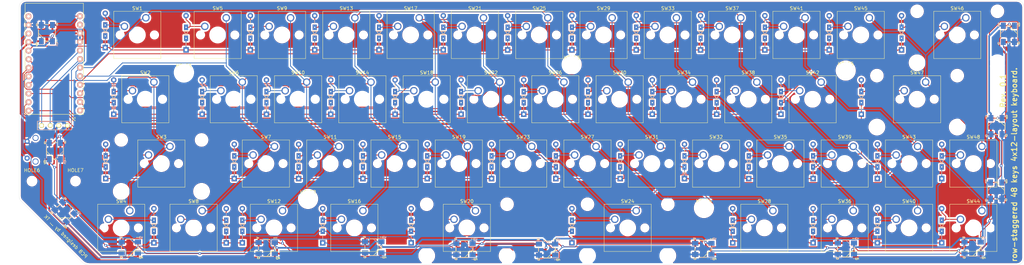
<source format=kicad_pcb>
(kicad_pcb (version 20171130) (host pcbnew "(5.1.0)-1")
  (layers (0 F.Cu signal) (31 B.Cu signal) (34 B.Paste user) (35 F.Paste user) (36 B.SilkS user) (37 F.SilkS user) (38 B.Mask user) (39 F.Mask user) (44 Edge.Cuts user))
  (net 0 "")
  (net 1 row0)
  (net 2 "Net-(D1-Pad2)")
  (net 3 row1)
  (net 4 "Net-(D2-Pad2)")
  (net 5 "Net-(D3-Pad2)")
  (net 6 row2)
  (net 7 row3)
  (net 8 "Net-(D4-Pad2)")
  (net 9 "Net-(D5-Pad2)")
  (net 10 "Net-(D6-Pad2)")
  (net 11 "Net-(D7-Pad2)")
  (net 12 "Net-(D8-Pad2)")
  (net 13 "Net-(D9-Pad2)")
  (net 14 "Net-(D10-Pad2)")
  (net 15 "Net-(D11-Pad2)")
  (net 16 "Net-(D12-Pad2)")
  (net 17 "Net-(D13-Pad2)")
  (net 18 "Net-(D14-Pad2)")
  (net 19 "Net-(D15-Pad2)")
  (net 20 "Net-(D16-Pad2)")
  (net 21 "Net-(D17-Pad2)")
  (net 22 "Net-(D18-Pad2)")
  (net 23 "Net-(D19-Pad2)")
  (net 24 "Net-(D20-Pad2)")
  (net 25 "Net-(D21-Pad2)")
  (net 26 "Net-(D22-Pad2)")
  (net 27 "Net-(D23-Pad2)")
  (net 28 "Net-(D24-Pad2)")
  (net 29 row4)
  (net 30 "Net-(D25-Pad2)")
  (net 31 "Net-(D26-Pad2)")
  (net 32 row5)
  (net 33 row6)
  (net 34 "Net-(D27-Pad2)")
  (net 35 "Net-(D28-Pad2)")
  (net 36 row7)
  (net 37 "Net-(D29-Pad2)")
  (net 38 "Net-(D30-Pad2)")
  (net 39 "Net-(D31-Pad2)")
  (net 40 "Net-(D32-Pad2)")
  (net 41 "Net-(D33-Pad2)")
  (net 42 "Net-(D34-Pad2)")
  (net 43 "Net-(D35-Pad2)")
  (net 44 "Net-(D36-Pad2)")
  (net 45 "Net-(D37-Pad2)")
  (net 46 "Net-(D38-Pad2)")
  (net 47 "Net-(D39-Pad2)")
  (net 48 "Net-(D40-Pad2)")
  (net 49 "Net-(D41-Pad2)")
  (net 50 "Net-(D42-Pad2)")
  (net 51 "Net-(D43-Pad2)")
  (net 52 "Net-(D44-Pad2)")
  (net 53 "Net-(D45-Pad2)")
  (net 54 "Net-(D46-Pad2)")
  (net 55 "Net-(D47-Pad2)")
  (net 56 "Net-(D48-Pad2)")
  (net 57 LED)
  (net 58 GND)
  (net 59 "Net-(D49-Pad2)")
  (net 60 VCC)
  (net 61 "Net-(D50-Pad2)")
  (net 62 "Net-(D51-Pad2)")
  (net 63 "Net-(D52-Pad2)")
  (net 64 "Net-(D53-Pad2)")
  (net 65 "Net-(D54-Pad2)")
  (net 66 "Net-(D55-Pad2)")
  (net 67 "Net-(D56-Pad2)")
  (net 68 "Net-(D57-Pad2)")
  (net 69 "Net-(D58-Pad2)")
  (net 70 "Net-(D59-Pad2)")
  (net 71 "Net-(D60-Pad2)")
  (net 72 "Net-(D61-Pad2)")
  (net 73 "Net-(D62-Pad2)")
  (net 74 SCL)
  (net 75 SDA)
  (net 76 col0)
  (net 77 col1)
  (net 78 col2)
  (net 79 col3)
  (net 80 col4)
  (net 81 col5)
  (net 82 rst)
  (net 83 "Net-(U1-Pad24)")
  (net 84 "Net-(U1-Pad2)")
  (module Ergodash_Rev1:Diode_SMD_THT3 (layer F.Cu) (at 120.96 111.42 90)
    (fp_text reference D1 hide)
    (fp_text value D)
    (pad 1 thru_hole rect (at 3.45 0 90) (size 1.6 1.2) (drill 0.4) (layers *.Cu *.Mask) (net 1 row0))
    (pad 2 thru_hole oval (at 10.16 0 90) (size 1.6 1.6) (drill 0.8) (layers *.Cu *.Mask) (net 2 "Net-(D1-Pad2)"))
    (pad 1 thru_hole rect (at 0 0 90) (size 1.6 1.6) (drill 0.8) (layers *.Cu *.Mask) (net 1 row0))
    (pad 2 thru_hole rect (at 6.71 0 90) (size 1.6 1.2) (drill 0.4) (layers *.Cu *.Mask) (net 2 "Net-(D1-Pad2)"))
  )
  (module Ergodash_Rev1:Diode_SMD_THT3 (layer F.Cu) (at 123.464 131.172 90)
    (fp_text reference D2 hide)
    (fp_text value D)
    (pad 1 thru_hole rect (at 3.45 0 90) (size 1.6 1.2) (drill 0.4) (layers *.Cu *.Mask) (net 3 row1))
    (pad 2 thru_hole oval (at 10.16 0 90) (size 1.6 1.6) (drill 0.8) (layers *.Cu *.Mask) (net 4 "Net-(D2-Pad2)"))
    (pad 1 thru_hole rect (at 0 0 90) (size 1.6 1.6) (drill 0.8) (layers *.Cu *.Mask) (net 3 row1))
    (pad 2 thru_hole rect (at 6.71 0 90) (size 1.6 1.2) (drill 0.4) (layers *.Cu *.Mask) (net 4 "Net-(D2-Pad2)"))
  )
  (module Ergodash_Rev1:Diode_SMD_THT3 (layer F.Cu) (at 121.082 150.222 90)
    (fp_text reference D3 hide)
    (fp_text value D)
    (pad 1 thru_hole rect (at 3.45 0 90) (size 1.6 1.2) (drill 0.4) (layers *.Cu *.Mask) (net 6 row2))
    (pad 2 thru_hole oval (at 10.16 0 90) (size 1.6 1.6) (drill 0.8) (layers *.Cu *.Mask) (net 5 "Net-(D3-Pad2)"))
    (pad 1 thru_hole rect (at 0 0 90) (size 1.6 1.6) (drill 0.8) (layers *.Cu *.Mask) (net 6 row2))
    (pad 2 thru_hole rect (at 6.71 0 90) (size 1.6 1.2) (drill 0.4) (layers *.Cu *.Mask) (net 5 "Net-(D3-Pad2)"))
  )
  (module Ergodash_Rev1:Diode_SMD_THT3 (layer F.Cu) (at 135.37 169.272 90)
    (fp_text reference D4 hide)
    (fp_text value D)
    (pad 1 thru_hole rect (at 3.45 0 90) (size 1.6 1.2) (drill 0.4) (layers *.Cu *.Mask) (net 7 row3))
    (pad 2 thru_hole oval (at 10.16 0 90) (size 1.6 1.6) (drill 0.8) (layers *.Cu *.Mask) (net 8 "Net-(D4-Pad2)"))
    (pad 1 thru_hole rect (at 0 0 90) (size 1.6 1.6) (drill 0.8) (layers *.Cu *.Mask) (net 7 row3))
    (pad 2 thru_hole rect (at 6.71 0 90) (size 1.6 1.2) (drill 0.4) (layers *.Cu *.Mask) (net 8 "Net-(D4-Pad2)"))
  )
  (module Ergodash_Rev1:Diode_SMD_THT3 (layer F.Cu) (at 144.895 112.122 90)
    (fp_text reference D5 hide)
    (fp_text value D)
    (pad 1 thru_hole rect (at 3.45 0 90) (size 1.6 1.2) (drill 0.4) (layers *.Cu *.Mask) (net 1 row0))
    (pad 2 thru_hole oval (at 10.16 0 90) (size 1.6 1.6) (drill 0.8) (layers *.Cu *.Mask) (net 9 "Net-(D5-Pad2)"))
    (pad 1 thru_hole rect (at 0 0 90) (size 1.6 1.6) (drill 0.8) (layers *.Cu *.Mask) (net 1 row0))
    (pad 2 thru_hole rect (at 6.71 0 90) (size 1.6 1.2) (drill 0.4) (layers *.Cu *.Mask) (net 9 "Net-(D5-Pad2)"))
  )
  (module Ergodash_Rev1:Diode_SMD_THT3 (layer F.Cu) (at 149.658 131.172 90)
    (fp_text reference D6 hide)
    (fp_text value D)
    (pad 1 thru_hole rect (at 3.45 0 90) (size 1.6 1.2) (drill 0.4) (layers *.Cu *.Mask) (net 3 row1))
    (pad 2 thru_hole oval (at 10.16 0 90) (size 1.6 1.6) (drill 0.8) (layers *.Cu *.Mask) (net 10 "Net-(D6-Pad2)"))
    (pad 1 thru_hole rect (at 0 0 90) (size 1.6 1.6) (drill 0.8) (layers *.Cu *.Mask) (net 3 row1))
    (pad 2 thru_hole rect (at 6.71 0 90) (size 1.6 1.2) (drill 0.4) (layers *.Cu *.Mask) (net 10 "Net-(D6-Pad2)"))
  )
  (module Ergodash_Rev1:Diode_SMD_THT3 (layer F.Cu) (at 159.182 150.222 90)
    (fp_text reference D7 hide)
    (fp_text value D)
    (pad 1 thru_hole rect (at 3.45 0 90) (size 1.6 1.2) (drill 0.4) (layers *.Cu *.Mask) (net 6 row2))
    (pad 2 thru_hole oval (at 10.16 0 90) (size 1.6 1.6) (drill 0.8) (layers *.Cu *.Mask) (net 11 "Net-(D7-Pad2)"))
    (pad 1 thru_hole rect (at 0 0 90) (size 1.6 1.6) (drill 0.8) (layers *.Cu *.Mask) (net 6 row2))
    (pad 2 thru_hole rect (at 6.71 0 90) (size 1.6 1.2) (drill 0.4) (layers *.Cu *.Mask) (net 11 "Net-(D7-Pad2)"))
  )
  (module Ergodash_Rev1:Diode_SMD_THT3 (layer F.Cu) (at 156.801 169.272 90)
    (fp_text reference D8 hide)
    (fp_text value D)
    (pad 1 thru_hole rect (at 3.45 0 90) (size 1.6 1.2) (drill 0.4) (layers *.Cu *.Mask) (net 7 row3))
    (pad 2 thru_hole oval (at 10.16 0 90) (size 1.6 1.6) (drill 0.8) (layers *.Cu *.Mask) (net 12 "Net-(D8-Pad2)"))
    (pad 1 thru_hole rect (at 0 0 90) (size 1.6 1.6) (drill 0.8) (layers *.Cu *.Mask) (net 7 row3))
    (pad 2 thru_hole rect (at 6.71 0 90) (size 1.6 1.2) (drill 0.4) (layers *.Cu *.Mask) (net 12 "Net-(D8-Pad2)"))
  )
  (module Ergodash_Rev1:Diode_SMD_THT3 (layer F.Cu) (at 163.945 112.122 90)
    (fp_text reference D9 hide)
    (fp_text value D)
    (pad 1 thru_hole rect (at 3.45 0 90) (size 1.6 1.2) (drill 0.4) (layers *.Cu *.Mask) (net 1 row0))
    (pad 2 thru_hole oval (at 10.16 0 90) (size 1.6 1.6) (drill 0.8) (layers *.Cu *.Mask) (net 13 "Net-(D9-Pad2)"))
    (pad 1 thru_hole rect (at 0 0 90) (size 1.6 1.6) (drill 0.8) (layers *.Cu *.Mask) (net 1 row0))
    (pad 2 thru_hole rect (at 6.71 0 90) (size 1.6 1.2) (drill 0.4) (layers *.Cu *.Mask) (net 13 "Net-(D9-Pad2)"))
  )
  (module Ergodash_Rev1:Diode_SMD_THT3 (layer F.Cu) (at 168.708 131.172 90)
    (fp_text reference D10 hide)
    (fp_text value D)
    (pad 1 thru_hole rect (at 3.45 0 90) (size 1.6 1.2) (drill 0.4) (layers *.Cu *.Mask) (net 3 row1))
    (pad 2 thru_hole oval (at 10.16 0 90) (size 1.6 1.6) (drill 0.8) (layers *.Cu *.Mask) (net 14 "Net-(D10-Pad2)"))
    (pad 1 thru_hole rect (at 0 0 90) (size 1.6 1.6) (drill 0.8) (layers *.Cu *.Mask) (net 3 row1))
    (pad 2 thru_hole rect (at 6.71 0 90) (size 1.6 1.2) (drill 0.4) (layers *.Cu *.Mask) (net 14 "Net-(D10-Pad2)"))
  )
  (module Ergodash_Rev1:Diode_SMD_THT3 (layer F.Cu) (at 178.232 150.222 90)
    (fp_text reference D11 hide)
    (fp_text value D)
    (pad 1 thru_hole rect (at 3.45 0 90) (size 1.6 1.2) (drill 0.4) (layers *.Cu *.Mask) (net 6 row2))
    (pad 2 thru_hole oval (at 10.16 0 90) (size 1.6 1.6) (drill 0.8) (layers *.Cu *.Mask) (net 15 "Net-(D11-Pad2)"))
    (pad 1 thru_hole rect (at 0 0 90) (size 1.6 1.6) (drill 0.8) (layers *.Cu *.Mask) (net 6 row2))
    (pad 2 thru_hole rect (at 6.71 0 90) (size 1.6 1.2) (drill 0.4) (layers *.Cu *.Mask) (net 15 "Net-(D11-Pad2)"))
  )
  (module Ergodash_Rev1:Diode_SMD_THT3 (layer F.Cu) (at 161.564 169.272 90)
    (fp_text reference D12 hide)
    (fp_text value D)
    (pad 1 thru_hole rect (at 3.45 0 90) (size 1.6 1.2) (drill 0.4) (layers *.Cu *.Mask) (net 7 row3))
    (pad 2 thru_hole oval (at 10.16 0 90) (size 1.6 1.6) (drill 0.8) (layers *.Cu *.Mask) (net 16 "Net-(D12-Pad2)"))
    (pad 1 thru_hole rect (at 0 0 90) (size 1.6 1.6) (drill 0.8) (layers *.Cu *.Mask) (net 7 row3))
    (pad 2 thru_hole rect (at 6.71 0 90) (size 1.6 1.2) (drill 0.4) (layers *.Cu *.Mask) (net 16 "Net-(D12-Pad2)"))
  )
  (module Ergodash_Rev1:Diode_SMD_THT3 (layer F.Cu) (at 182.995 112.122 90)
    (fp_text reference D13 hide)
    (fp_text value D)
    (pad 1 thru_hole rect (at 3.45 0 90) (size 1.6 1.2) (drill 0.4) (layers *.Cu *.Mask) (net 1 row0))
    (pad 2 thru_hole oval (at 10.16 0 90) (size 1.6 1.6) (drill 0.8) (layers *.Cu *.Mask) (net 17 "Net-(D13-Pad2)"))
    (pad 1 thru_hole rect (at 0 0 90) (size 1.6 1.6) (drill 0.8) (layers *.Cu *.Mask) (net 1 row0))
    (pad 2 thru_hole rect (at 6.71 0 90) (size 1.6 1.2) (drill 0.4) (layers *.Cu *.Mask) (net 17 "Net-(D13-Pad2)"))
  )
  (module Ergodash_Rev1:Diode_SMD_THT3 (layer F.Cu) (at 187.758 131.172 90)
    (fp_text reference D14 hide)
    (fp_text value D)
    (pad 1 thru_hole rect (at 3.45 0 90) (size 1.6 1.2) (drill 0.4) (layers *.Cu *.Mask) (net 3 row1))
    (pad 2 thru_hole oval (at 10.16 0 90) (size 1.6 1.6) (drill 0.8) (layers *.Cu *.Mask) (net 18 "Net-(D14-Pad2)"))
    (pad 1 thru_hole rect (at 0 0 90) (size 1.6 1.6) (drill 0.8) (layers *.Cu *.Mask) (net 3 row1))
    (pad 2 thru_hole rect (at 6.71 0 90) (size 1.6 1.2) (drill 0.4) (layers *.Cu *.Mask) (net 18 "Net-(D14-Pad2)"))
  )
  (module Ergodash_Rev1:Diode_SMD_THT3 (layer F.Cu) (at 197.282 150.222 90)
    (fp_text reference D15 hide)
    (fp_text value D)
    (pad 1 thru_hole rect (at 3.45 0 90) (size 1.6 1.2) (drill 0.4) (layers *.Cu *.Mask) (net 6 row2))
    (pad 2 thru_hole oval (at 10.16 0 90) (size 1.6 1.6) (drill 0.8) (layers *.Cu *.Mask) (net 19 "Net-(D15-Pad2)"))
    (pad 1 thru_hole rect (at 0 0 90) (size 1.6 1.6) (drill 0.8) (layers *.Cu *.Mask) (net 6 row2))
    (pad 2 thru_hole rect (at 6.71 0 90) (size 1.6 1.2) (drill 0.4) (layers *.Cu *.Mask) (net 19 "Net-(D15-Pad2)"))
  )
  (module Ergodash_Rev1:Diode_SMD_THT3 (layer F.Cu) (at 185.376 169.272 90)
    (fp_text reference D16 hide)
    (fp_text value D)
    (pad 1 thru_hole rect (at 3.45 0 90) (size 1.6 1.2) (drill 0.4) (layers *.Cu *.Mask) (net 7 row3))
    (pad 2 thru_hole oval (at 10.16 0 90) (size 1.6 1.6) (drill 0.8) (layers *.Cu *.Mask) (net 20 "Net-(D16-Pad2)"))
    (pad 1 thru_hole rect (at 0 0 90) (size 1.6 1.6) (drill 0.8) (layers *.Cu *.Mask) (net 7 row3))
    (pad 2 thru_hole rect (at 6.71 0 90) (size 1.6 1.2) (drill 0.4) (layers *.Cu *.Mask) (net 20 "Net-(D16-Pad2)"))
  )
  (module Ergodash_Rev1:Diode_SMD_THT3 (layer F.Cu) (at 202.045 112.122 90)
    (fp_text reference D17 hide)
    (fp_text value D)
    (pad 1 thru_hole rect (at 3.45 0 90) (size 1.6 1.2) (drill 0.4) (layers *.Cu *.Mask) (net 1 row0))
    (pad 2 thru_hole oval (at 10.16 0 90) (size 1.6 1.6) (drill 0.8) (layers *.Cu *.Mask) (net 21 "Net-(D17-Pad2)"))
    (pad 1 thru_hole rect (at 0 0 90) (size 1.6 1.6) (drill 0.8) (layers *.Cu *.Mask) (net 1 row0))
    (pad 2 thru_hole rect (at 6.71 0 90) (size 1.6 1.2) (drill 0.4) (layers *.Cu *.Mask) (net 21 "Net-(D17-Pad2)"))
  )
  (module Ergodash_Rev1:Diode_SMD_THT3 (layer F.Cu) (at 206.808 131.172 90)
    (fp_text reference D18 hide)
    (fp_text value D)
    (pad 1 thru_hole rect (at 3.45 0 90) (size 1.6 1.2) (drill 0.4) (layers *.Cu *.Mask) (net 3 row1))
    (pad 2 thru_hole oval (at 10.16 0 90) (size 1.6 1.6) (drill 0.8) (layers *.Cu *.Mask) (net 22 "Net-(D18-Pad2)"))
    (pad 1 thru_hole rect (at 0 0 90) (size 1.6 1.6) (drill 0.8) (layers *.Cu *.Mask) (net 3 row1))
    (pad 2 thru_hole rect (at 6.71 0 90) (size 1.6 1.2) (drill 0.4) (layers *.Cu *.Mask) (net 22 "Net-(D18-Pad2)"))
  )
  (module Ergodash_Rev1:Diode_SMD_THT3 (layer F.Cu) (at 216.332 150.222 90)
    (fp_text reference D19 hide)
    (fp_text value D)
    (pad 1 thru_hole rect (at 3.45 0 90) (size 1.6 1.2) (drill 0.4) (layers *.Cu *.Mask) (net 6 row2))
    (pad 2 thru_hole oval (at 10.16 0 90) (size 1.6 1.6) (drill 0.8) (layers *.Cu *.Mask) (net 23 "Net-(D19-Pad2)"))
    (pad 1 thru_hole rect (at 0 0 90) (size 1.6 1.6) (drill 0.8) (layers *.Cu *.Mask) (net 6 row2))
    (pad 2 thru_hole rect (at 6.71 0 90) (size 1.6 1.2) (drill 0.4) (layers *.Cu *.Mask) (net 23 "Net-(D19-Pad2)"))
  )
  (module Ergodash_Rev1:Diode_SMD_THT3 (layer F.Cu) (at 211.57 169.272 90)
    (fp_text reference D20 hide)
    (fp_text value D)
    (pad 1 thru_hole rect (at 3.45 0 90) (size 1.6 1.2) (drill 0.4) (layers *.Cu *.Mask) (net 7 row3))
    (pad 2 thru_hole oval (at 10.16 0 90) (size 1.6 1.6) (drill 0.8) (layers *.Cu *.Mask) (net 24 "Net-(D20-Pad2)"))
    (pad 1 thru_hole rect (at 0 0 90) (size 1.6 1.6) (drill 0.8) (layers *.Cu *.Mask) (net 7 row3))
    (pad 2 thru_hole rect (at 6.71 0 90) (size 1.6 1.2) (drill 0.4) (layers *.Cu *.Mask) (net 24 "Net-(D20-Pad2)"))
  )
  (module Ergodash_Rev1:Diode_SMD_THT3 (layer F.Cu) (at 221.095 112.122 90)
    (fp_text reference D21 hide)
    (fp_text value D)
    (pad 1 thru_hole rect (at 3.45 0 90) (size 1.6 1.2) (drill 0.4) (layers *.Cu *.Mask) (net 1 row0))
    (pad 2 thru_hole oval (at 10.16 0 90) (size 1.6 1.6) (drill 0.8) (layers *.Cu *.Mask) (net 25 "Net-(D21-Pad2)"))
    (pad 1 thru_hole rect (at 0 0 90) (size 1.6 1.6) (drill 0.8) (layers *.Cu *.Mask) (net 1 row0))
    (pad 2 thru_hole rect (at 6.71 0 90) (size 1.6 1.2) (drill 0.4) (layers *.Cu *.Mask) (net 25 "Net-(D21-Pad2)"))
  )
  (module Ergodash_Rev1:Diode_SMD_THT3 (layer F.Cu) (at 226.354 131.172 90)
    (fp_text reference D22 hide)
    (fp_text value D)
    (pad 1 thru_hole rect (at 3.45 0 90) (size 1.6 1.2) (drill 0.4) (layers *.Cu *.Mask) (net 3 row1))
    (pad 2 thru_hole oval (at 10.16 0 90) (size 1.6 1.6) (drill 0.8) (layers *.Cu *.Mask) (net 26 "Net-(D22-Pad2)"))
    (pad 1 thru_hole rect (at 0 0 90) (size 1.6 1.6) (drill 0.8) (layers *.Cu *.Mask) (net 3 row1))
    (pad 2 thru_hole rect (at 6.71 0 90) (size 1.6 1.2) (drill 0.4) (layers *.Cu *.Mask) (net 26 "Net-(D22-Pad2)"))
  )
  (module Ergodash_Rev1:Diode_SMD_THT3 (layer F.Cu) (at 235.382 150.222 90)
    (fp_text reference D23 hide)
    (fp_text value D)
    (pad 1 thru_hole rect (at 3.45 0 90) (size 1.6 1.2) (drill 0.4) (layers *.Cu *.Mask) (net 6 row2))
    (pad 2 thru_hole oval (at 10.16 0 90) (size 1.6 1.6) (drill 0.8) (layers *.Cu *.Mask) (net 27 "Net-(D23-Pad2)"))
    (pad 1 thru_hole rect (at 0 0 90) (size 1.6 1.6) (drill 0.8) (layers *.Cu *.Mask) (net 6 row2))
    (pad 2 thru_hole rect (at 6.71 0 90) (size 1.6 1.2) (drill 0.4) (layers *.Cu *.Mask) (net 27 "Net-(D23-Pad2)"))
  )
  (module Ergodash_Rev1:Diode_SMD_THT3 (layer F.Cu) (at 259.195 169.272 90)
    (fp_text reference D24 hide)
    (fp_text value D)
    (pad 1 thru_hole rect (at 3.45 0 90) (size 1.6 1.2) (drill 0.4) (layers *.Cu *.Mask) (net 7 row3))
    (pad 2 thru_hole oval (at 10.16 0 90) (size 1.6 1.6) (drill 0.8) (layers *.Cu *.Mask) (net 28 "Net-(D24-Pad2)"))
    (pad 1 thru_hole rect (at 0 0 90) (size 1.6 1.6) (drill 0.8) (layers *.Cu *.Mask) (net 7 row3))
    (pad 2 thru_hole rect (at 6.71 0 90) (size 1.6 1.2) (drill 0.4) (layers *.Cu *.Mask) (net 28 "Net-(D24-Pad2)"))
  )
  (module Ergodash_Rev1:Diode_SMD_THT3 (layer F.Cu) (at 240.145 112.122 90)
    (fp_text reference D25 hide)
    (fp_text value D)
    (pad 1 thru_hole rect (at 3.45 0 90) (size 1.6 1.2) (drill 0.4) (layers *.Cu *.Mask) (net 29 row4))
    (pad 2 thru_hole oval (at 10.16 0 90) (size 1.6 1.6) (drill 0.8) (layers *.Cu *.Mask) (net 30 "Net-(D25-Pad2)"))
    (pad 1 thru_hole rect (at 0 0 90) (size 1.6 1.6) (drill 0.8) (layers *.Cu *.Mask) (net 29 row4))
    (pad 2 thru_hole rect (at 6.71 0 90) (size 1.6 1.2) (drill 0.4) (layers *.Cu *.Mask) (net 30 "Net-(D25-Pad2)"))
  )
  (module Ergodash_Rev1:Diode_SMD_THT3 (layer F.Cu) (at 244.908 131.172 90)
    (fp_text reference D26 hide)
    (fp_text value D)
    (pad 1 thru_hole rect (at 3.45 0 90) (size 1.6 1.2) (drill 0.4) (layers *.Cu *.Mask) (net 32 row5))
    (pad 2 thru_hole oval (at 10.16 0 90) (size 1.6 1.6) (drill 0.8) (layers *.Cu *.Mask) (net 31 "Net-(D26-Pad2)"))
    (pad 1 thru_hole rect (at 0 0 90) (size 1.6 1.6) (drill 0.8) (layers *.Cu *.Mask) (net 32 row5))
    (pad 2 thru_hole rect (at 6.71 0 90) (size 1.6 1.2) (drill 0.4) (layers *.Cu *.Mask) (net 31 "Net-(D26-Pad2)"))
  )
  (module Ergodash_Rev1:Diode_SMD_THT3 (layer F.Cu) (at 254.432 150.222 90)
    (fp_text reference D27 hide)
    (fp_text value D)
    (pad 1 thru_hole rect (at 3.45 0 90) (size 1.6 1.2) (drill 0.4) (layers *.Cu *.Mask) (net 33 row6))
    (pad 2 thru_hole oval (at 10.16 0 90) (size 1.6 1.6) (drill 0.8) (layers *.Cu *.Mask) (net 34 "Net-(D27-Pad2)"))
    (pad 1 thru_hole rect (at 0 0 90) (size 1.6 1.6) (drill 0.8) (layers *.Cu *.Mask) (net 33 row6))
    (pad 2 thru_hole rect (at 6.71 0 90) (size 1.6 1.2) (drill 0.4) (layers *.Cu *.Mask) (net 34 "Net-(D27-Pad2)"))
  )
  (module Ergodash_Rev1:Diode_SMD_THT3 (layer F.Cu) (at 306.82 169.272 90)
    (fp_text reference D28 hide)
    (fp_text value D)
    (pad 1 thru_hole rect (at 3.45 0 90) (size 1.6 1.2) (drill 0.4) (layers *.Cu *.Mask) (net 36 row7))
    (pad 2 thru_hole oval (at 10.16 0 90) (size 1.6 1.6) (drill 0.8) (layers *.Cu *.Mask) (net 35 "Net-(D28-Pad2)"))
    (pad 1 thru_hole rect (at 0 0 90) (size 1.6 1.6) (drill 0.8) (layers *.Cu *.Mask) (net 36 row7))
    (pad 2 thru_hole rect (at 6.71 0 90) (size 1.6 1.2) (drill 0.4) (layers *.Cu *.Mask) (net 35 "Net-(D28-Pad2)"))
  )
  (module Ergodash_Rev1:Diode_SMD_THT3 (layer F.Cu) (at 259.195 112.122 90)
    (fp_text reference D29 hide)
    (fp_text value D)
    (pad 1 thru_hole rect (at 3.45 0 90) (size 1.6 1.2) (drill 0.4) (layers *.Cu *.Mask) (net 29 row4))
    (pad 2 thru_hole oval (at 10.16 0 90) (size 1.6 1.6) (drill 0.8) (layers *.Cu *.Mask) (net 37 "Net-(D29-Pad2)"))
    (pad 1 thru_hole rect (at 0 0 90) (size 1.6 1.6) (drill 0.8) (layers *.Cu *.Mask) (net 29 row4))
    (pad 2 thru_hole rect (at 6.71 0 90) (size 1.6 1.2) (drill 0.4) (layers *.Cu *.Mask) (net 37 "Net-(D29-Pad2)"))
  )
  (module Ergodash_Rev1:Diode_SMD_THT3 (layer F.Cu) (at 263.958 131.172 90)
    (fp_text reference D30 hide)
    (fp_text value D)
    (pad 1 thru_hole rect (at 3.45 0 90) (size 1.6 1.2) (drill 0.4) (layers *.Cu *.Mask) (net 32 row5))
    (pad 2 thru_hole oval (at 10.16 0 90) (size 1.6 1.6) (drill 0.8) (layers *.Cu *.Mask) (net 38 "Net-(D30-Pad2)"))
    (pad 1 thru_hole rect (at 0 0 90) (size 1.6 1.6) (drill 0.8) (layers *.Cu *.Mask) (net 32 row5))
    (pad 2 thru_hole rect (at 6.71 0 90) (size 1.6 1.2) (drill 0.4) (layers *.Cu *.Mask) (net 38 "Net-(D30-Pad2)"))
  )
  (module Ergodash_Rev1:Diode_SMD_THT3 (layer F.Cu) (at 273.482 150.222 90)
    (fp_text reference D31 hide)
    (fp_text value D)
    (pad 1 thru_hole rect (at 3.45 0 90) (size 1.6 1.2) (drill 0.4) (layers *.Cu *.Mask) (net 33 row6))
    (pad 2 thru_hole oval (at 10.16 0 90) (size 1.6 1.6) (drill 0.8) (layers *.Cu *.Mask) (net 39 "Net-(D31-Pad2)"))
    (pad 1 thru_hole rect (at 0 0 90) (size 1.6 1.6) (drill 0.8) (layers *.Cu *.Mask) (net 33 row6))
    (pad 2 thru_hole rect (at 6.71 0 90) (size 1.6 1.2) (drill 0.4) (layers *.Cu *.Mask) (net 39 "Net-(D31-Pad2)"))
  )
  (module Ergodash_Rev1:Diode_SMD_THT3 (layer F.Cu) (at 292.532 150.222 90)
    (fp_text reference D32 hide)
    (fp_text value D)
    (pad 1 thru_hole rect (at 3.45 0 90) (size 1.6 1.2) (drill 0.4) (layers *.Cu *.Mask) (net 36 row7))
    (pad 2 thru_hole oval (at 10.16 0 90) (size 1.6 1.6) (drill 0.8) (layers *.Cu *.Mask) (net 40 "Net-(D32-Pad2)"))
    (pad 1 thru_hole rect (at 0 0 90) (size 1.6 1.6) (drill 0.8) (layers *.Cu *.Mask) (net 36 row7))
    (pad 2 thru_hole rect (at 6.71 0 90) (size 1.6 1.2) (drill 0.4) (layers *.Cu *.Mask) (net 40 "Net-(D32-Pad2)"))
  )
  (module Ergodash_Rev1:Diode_SMD_THT3 (layer F.Cu) (at 278.245 112.122 90)
    (fp_text reference D33 hide)
    (fp_text value D)
    (pad 1 thru_hole rect (at 3.45 0 90) (size 1.6 1.2) (drill 0.4) (layers *.Cu *.Mask) (net 29 row4))
    (pad 2 thru_hole oval (at 10.16 0 90) (size 1.6 1.6) (drill 0.8) (layers *.Cu *.Mask) (net 41 "Net-(D33-Pad2)"))
    (pad 1 thru_hole rect (at 0 0 90) (size 1.6 1.6) (drill 0.8) (layers *.Cu *.Mask) (net 29 row4))
    (pad 2 thru_hole rect (at 6.71 0 90) (size 1.6 1.2) (drill 0.4) (layers *.Cu *.Mask) (net 41 "Net-(D33-Pad2)"))
  )
  (module Ergodash_Rev1:Diode_SMD_THT3 (layer F.Cu) (at 283.008 131.172 90)
    (fp_text reference D34 hide)
    (fp_text value D)
    (pad 1 thru_hole rect (at 3.45 0 90) (size 1.6 1.2) (drill 0.4) (layers *.Cu *.Mask) (net 32 row5))
    (pad 2 thru_hole oval (at 10.16 0 90) (size 1.6 1.6) (drill 0.8) (layers *.Cu *.Mask) (net 42 "Net-(D34-Pad2)"))
    (pad 1 thru_hole rect (at 0 0 90) (size 1.6 1.6) (drill 0.8) (layers *.Cu *.Mask) (net 32 row5))
    (pad 2 thru_hole rect (at 6.71 0 90) (size 1.6 1.2) (drill 0.4) (layers *.Cu *.Mask) (net 42 "Net-(D34-Pad2)"))
  )
  (module Ergodash_Rev1:Diode_SMD_THT3 (layer F.Cu) (at 311.582 150.222 90)
    (fp_text reference D35 hide)
    (fp_text value D)
    (pad 1 thru_hole rect (at 3.45 0 90) (size 1.6 1.2) (drill 0.4) (layers *.Cu *.Mask) (net 33 row6))
    (pad 2 thru_hole oval (at 10.16 0 90) (size 1.6 1.6) (drill 0.8) (layers *.Cu *.Mask) (net 43 "Net-(D35-Pad2)"))
    (pad 1 thru_hole rect (at 0 0 90) (size 1.6 1.6) (drill 0.8) (layers *.Cu *.Mask) (net 33 row6))
    (pad 2 thru_hole rect (at 6.71 0 90) (size 1.6 1.2) (drill 0.4) (layers *.Cu *.Mask) (net 43 "Net-(D35-Pad2)"))
  )
  (module Ergodash_Rev1:Diode_SMD_THT3 (layer F.Cu) (at 330.632 169.272 90)
    (fp_text reference D36 hide)
    (fp_text value D)
    (pad 1 thru_hole rect (at 3.45 0 90) (size 1.6 1.2) (drill 0.4) (layers *.Cu *.Mask) (net 36 row7))
    (pad 2 thru_hole oval (at 10.16 0 90) (size 1.6 1.6) (drill 0.8) (layers *.Cu *.Mask) (net 44 "Net-(D36-Pad2)"))
    (pad 1 thru_hole rect (at 0 0 90) (size 1.6 1.6) (drill 0.8) (layers *.Cu *.Mask) (net 36 row7))
    (pad 2 thru_hole rect (at 6.71 0 90) (size 1.6 1.2) (drill 0.4) (layers *.Cu *.Mask) (net 44 "Net-(D36-Pad2)"))
  )
  (module Ergodash_Rev1:Diode_SMD_THT3 (layer F.Cu) (at 297.295 112.122 90)
    (fp_text reference D37 hide)
    (fp_text value D)
    (pad 1 thru_hole rect (at 3.45 0 90) (size 1.6 1.2) (drill 0.4) (layers *.Cu *.Mask) (net 29 row4))
    (pad 2 thru_hole oval (at 10.16 0 90) (size 1.6 1.6) (drill 0.8) (layers *.Cu *.Mask) (net 45 "Net-(D37-Pad2)"))
    (pad 1 thru_hole rect (at 0 0 90) (size 1.6 1.6) (drill 0.8) (layers *.Cu *.Mask) (net 29 row4))
    (pad 2 thru_hole rect (at 6.71 0 90) (size 1.6 1.2) (drill 0.4) (layers *.Cu *.Mask) (net 45 "Net-(D37-Pad2)"))
  )
  (module Ergodash_Rev1:Diode_SMD_THT3 (layer F.Cu) (at 302.058 131.172 90)
    (fp_text reference D38 hide)
    (fp_text value D)
    (pad 1 thru_hole rect (at 3.45 0 90) (size 1.6 1.2) (drill 0.4) (layers *.Cu *.Mask) (net 32 row5))
    (pad 2 thru_hole oval (at 10.16 0 90) (size 1.6 1.6) (drill 0.8) (layers *.Cu *.Mask) (net 46 "Net-(D38-Pad2)"))
    (pad 1 thru_hole rect (at 0 0 90) (size 1.6 1.6) (drill 0.8) (layers *.Cu *.Mask) (net 32 row5))
    (pad 2 thru_hole rect (at 6.71 0 90) (size 1.6 1.2) (drill 0.4) (layers *.Cu *.Mask) (net 46 "Net-(D38-Pad2)"))
  )
  (module Ergodash_Rev1:Diode_SMD_THT3 (layer F.Cu) (at 330.632 150.222 90)
    (fp_text reference D39 hide)
    (fp_text value D)
    (pad 1 thru_hole rect (at 3.45 0 90) (size 1.6 1.2) (drill 0.4) (layers *.Cu *.Mask) (net 33 row6))
    (pad 2 thru_hole oval (at 10.16 0 90) (size 1.6 1.6) (drill 0.8) (layers *.Cu *.Mask) (net 47 "Net-(D39-Pad2)"))
    (pad 1 thru_hole rect (at 0 0 90) (size 1.6 1.6) (drill 0.8) (layers *.Cu *.Mask) (net 33 row6))
    (pad 2 thru_hole rect (at 6.71 0 90) (size 1.6 1.2) (drill 0.4) (layers *.Cu *.Mask) (net 47 "Net-(D39-Pad2)"))
  )
  (module Ergodash_Rev1:Diode_SMD_THT3 (layer F.Cu) (at 349.682 169.272 90)
    (fp_text reference D40 hide)
    (fp_text value D)
    (pad 1 thru_hole rect (at 3.45 0 90) (size 1.6 1.2) (drill 0.4) (layers *.Cu *.Mask) (net 36 row7))
    (pad 2 thru_hole oval (at 10.16 0 90) (size 1.6 1.6) (drill 0.8) (layers *.Cu *.Mask) (net 48 "Net-(D40-Pad2)"))
    (pad 1 thru_hole rect (at 0 0 90) (size 1.6 1.6) (drill 0.8) (layers *.Cu *.Mask) (net 36 row7))
    (pad 2 thru_hole rect (at 6.71 0 90) (size 1.6 1.2) (drill 0.4) (layers *.Cu *.Mask) (net 48 "Net-(D40-Pad2)"))
  )
  (module Ergodash_Rev1:Diode_SMD_THT3 (layer F.Cu) (at 316.345 112.122 90)
    (fp_text reference D41 hide)
    (fp_text value D)
    (pad 1 thru_hole rect (at 3.45 0 90) (size 1.6 1.2) (drill 0.4) (layers *.Cu *.Mask) (net 29 row4))
    (pad 2 thru_hole oval (at 10.16 0 90) (size 1.6 1.6) (drill 0.8) (layers *.Cu *.Mask) (net 49 "Net-(D41-Pad2)"))
    (pad 1 thru_hole rect (at 0 0 90) (size 1.6 1.6) (drill 0.8) (layers *.Cu *.Mask) (net 29 row4))
    (pad 2 thru_hole rect (at 6.71 0 90) (size 1.6 1.2) (drill 0.4) (layers *.Cu *.Mask) (net 49 "Net-(D41-Pad2)"))
  )
  (module Ergodash_Rev1:Diode_SMD_THT3 (layer F.Cu) (at 321.108 131.172 90)
    (fp_text reference D42 hide)
    (fp_text value D)
    (pad 1 thru_hole rect (at 3.45 0 90) (size 1.6 1.2) (drill 0.4) (layers *.Cu *.Mask) (net 32 row5))
    (pad 2 thru_hole oval (at 10.16 0 90) (size 1.6 1.6) (drill 0.8) (layers *.Cu *.Mask) (net 50 "Net-(D42-Pad2)"))
    (pad 1 thru_hole rect (at 0 0 90) (size 1.6 1.6) (drill 0.8) (layers *.Cu *.Mask) (net 32 row5))
    (pad 2 thru_hole rect (at 6.71 0 90) (size 1.6 1.2) (drill 0.4) (layers *.Cu *.Mask) (net 50 "Net-(D42-Pad2)"))
  )
  (module Ergodash_Rev1:Diode_SMD_THT3 (layer F.Cu) (at 349.682 150.222 90)
    (fp_text reference D43 hide)
    (fp_text value D)
    (pad 1 thru_hole rect (at 3.45 0 90) (size 1.6 1.2) (drill 0.4) (layers *.Cu *.Mask) (net 33 row6))
    (pad 2 thru_hole oval (at 10.16 0 90) (size 1.6 1.6) (drill 0.8) (layers *.Cu *.Mask) (net 51 "Net-(D43-Pad2)"))
    (pad 1 thru_hole rect (at 0 0 90) (size 1.6 1.6) (drill 0.8) (layers *.Cu *.Mask) (net 33 row6))
    (pad 2 thru_hole rect (at 6.71 0 90) (size 1.6 1.2) (drill 0.4) (layers *.Cu *.Mask) (net 51 "Net-(D43-Pad2)"))
  )
  (module Ergodash_Rev1:Diode_SMD_THT3 (layer F.Cu) (at 368.732 169.272 90)
    (fp_text reference D44 hide)
    (fp_text value D)
    (pad 1 thru_hole rect (at 3.45 0 90) (size 1.6 1.2) (drill 0.4) (layers *.Cu *.Mask) (net 36 row7))
    (pad 2 thru_hole oval (at 10.16 0 90) (size 1.6 1.6) (drill 0.8) (layers *.Cu *.Mask) (net 52 "Net-(D44-Pad2)"))
    (pad 1 thru_hole rect (at 0 0 90) (size 1.6 1.6) (drill 0.8) (layers *.Cu *.Mask) (net 36 row7))
    (pad 2 thru_hole rect (at 6.71 0 90) (size 1.6 1.2) (drill 0.4) (layers *.Cu *.Mask) (net 52 "Net-(D44-Pad2)"))
  )
  (module Ergodash_Rev1:Diode_SMD_THT3 (layer F.Cu) (at 335.395 112.122 90)
    (fp_text reference D45 hide)
    (fp_text value D)
    (pad 1 thru_hole rect (at 3.45 0 90) (size 1.6 1.2) (drill 0.4) (layers *.Cu *.Mask) (net 29 row4))
    (pad 2 thru_hole oval (at 10.16 0 90) (size 1.6 1.6) (drill 0.8) (layers *.Cu *.Mask) (net 53 "Net-(D45-Pad2)"))
    (pad 1 thru_hole rect (at 0 0 90) (size 1.6 1.6) (drill 0.8) (layers *.Cu *.Mask) (net 29 row4))
    (pad 2 thru_hole rect (at 6.71 0 90) (size 1.6 1.2) (drill 0.4) (layers *.Cu *.Mask) (net 53 "Net-(D45-Pad2)"))
  )
  (module Ergodash_Rev1:Diode_SMD_THT3 (layer F.Cu) (at 356.826 112.122 90)
    (fp_text reference D46 hide)
    (fp_text value D)
    (pad 1 thru_hole rect (at 3.45 0 90) (size 1.6 1.2) (drill 0.4) (layers *.Cu *.Mask) (net 32 row5))
    (pad 2 thru_hole oval (at 10.16 0 90) (size 1.6 1.6) (drill 0.8) (layers *.Cu *.Mask) (net 54 "Net-(D46-Pad2)"))
    (pad 1 thru_hole rect (at 0 0 90) (size 1.6 1.6) (drill 0.8) (layers *.Cu *.Mask) (net 32 row5))
    (pad 2 thru_hole rect (at 6.71 0 90) (size 1.6 1.2) (drill 0.4) (layers *.Cu *.Mask) (net 54 "Net-(D46-Pad2)"))
  )
  (module Ergodash_Rev1:Diode_SMD_THT3 (layer F.Cu) (at 344.92 131.172 90)
    (fp_text reference D47 hide)
    (fp_text value D)
    (pad 1 thru_hole rect (at 3.45 0 90) (size 1.6 1.2) (drill 0.4) (layers *.Cu *.Mask) (net 33 row6))
    (pad 2 thru_hole oval (at 10.16 0 90) (size 1.6 1.6) (drill 0.8) (layers *.Cu *.Mask) (net 55 "Net-(D47-Pad2)"))
    (pad 1 thru_hole rect (at 0 0 90) (size 1.6 1.6) (drill 0.8) (layers *.Cu *.Mask) (net 33 row6))
    (pad 2 thru_hole rect (at 6.71 0 90) (size 1.6 1.2) (drill 0.4) (layers *.Cu *.Mask) (net 55 "Net-(D47-Pad2)"))
  )
  (module Ergodash_Rev1:Diode_SMD_THT3 (layer F.Cu) (at 368.732 150.222 90)
    (fp_text reference D48 hide)
    (fp_text value D)
    (pad 1 thru_hole rect (at 3.45 0 90) (size 1.6 1.2) (drill 0.4) (layers *.Cu *.Mask) (net 36 row7))
    (pad 2 thru_hole oval (at 10.16 0 90) (size 1.6 1.6) (drill 0.8) (layers *.Cu *.Mask) (net 56 "Net-(D48-Pad2)"))
    (pad 1 thru_hole rect (at 0 0 90) (size 1.6 1.6) (drill 0.8) (layers *.Cu *.Mask) (net 36 row7))
    (pad 2 thru_hole rect (at 6.71 0 90) (size 1.6 1.2) (drill 0.4) (layers *.Cu *.Mask) (net 56 "Net-(D48-Pad2)"))
  )
  (module Ergodash_Rev1:hole (layer F.Cu) (at 259.12 116.43)
    (fp_text reference HOLE3 (at 0 -2) (layer F.SilkS))
    (fp_text value HOLE)
    (pad "" np_thru_hole circle (at 0 0) (size 5 5) (drill 5) (layers *.Cu *.Mask) (clearance 0.1524))
  )
  (module Ergodash_Rev1:hole (layer F.Cu) (at 181.03 156.25)
    (fp_text reference HOLE2 (at 0 -2) (layer F.SilkS))
    (fp_text value HOLE)
    (pad "" np_thru_hole circle (at 0 0) (size 5 5) (drill 5) (layers *.Cu *.Mask) (clearance 0.1524))
  )
  (module Ergodash_Rev1:hole (layer F.Cu) (at 144.26 118.79)
    (fp_text reference HOLE1 (at 0 -2) (layer F.SilkS))
    (fp_text value HOLE)
    (pad "" np_thru_hole circle (at 0 0) (size 5 5) (drill 5) (layers *.Cu *.Mask) (clearance 0.1524))
  )
  (module Ergodash_Rev1:hole (layer F.Cu) (at 298.3 158.93)
    (fp_text reference HOLE4 (at 0 -2) (layer F.SilkS))
    (fp_text value HOLE)
    (pad "" np_thru_hole circle (at 0 0) (size 5 5) (drill 5) (layers *.Cu *.Mask) (clearance 0.1524))
  )
  (module Ergodash_Rev1:hole (layer F.Cu) (at 340.3 118.23)
    (fp_text reference HOLE5 (at 0 -2) (layer F.SilkS))
    (fp_text value HOLE)
    (pad "" np_thru_hole circle (at 0 0) (size 5 5) (drill 5) (layers *.Cu *.Mask) (clearance 0.1524))
  )
  (module Ergodash_Rev1:WS2812B-5 (layer F.Cu) (at 108.86 160.1 225)
    (fp_text reference D51)
    (fp_text value WS2812B hide)
    (fp_text user v (at 2.9 2.6 225) (layer B.SilkS) (effects (justify mirror)))
    (fp_text user g (at -3 -3 225) (layer B.SilkS) (effects (justify mirror)))
    (fp_text user o (at -3 2.7 225) (layer B.SilkS) (effects (justify mirror)))
    (fp_text user i (at 3 -2.8 225) (layer B.SilkS) (effects (justify mirror)))
    (fp_text user i (at -3 -2.6 225) (layer F.SilkS))
    (fp_text user o (at 2.9 2.6 225) (layer F.SilkS))
    (fp_text user g (at 3 -3 225) (layer F.SilkS))
    (fp_text user v (at -3 2.8 225) (layer F.SilkS))
    (pad 4 smd rect (at -1.65 2.4 225) (size 1.4 1.8) (layers B.Cu B.Paste B.Mask) (net 61 "Net-(D50-Pad2)"))
    (pad 3 smd rect (at 1.65 2.4 225) (size 1.4 1.8) (layers B.Cu B.Paste B.Mask) (net 58 GND))
    (pad 2 smd rect (at 1.65 -2.4 225) (size 1.4 1.8) (layers B.Cu B.Paste B.Mask) (net 62 "Net-(D51-Pad2)"))
    (pad 1 smd rect (at -1.65 -2.4 225) (size 1.4 1.8) (layers B.Cu B.Paste B.Mask) (net 60 VCC))
    (pad 1 smd rect (at 1.65 -2.4 225) (size 1.4 1.8) (layers F.Cu F.Paste F.Mask) (net 60 VCC))
    (pad 2 smd rect (at -1.65 -2.4 225) (size 1.4 1.8) (layers F.Cu F.Paste F.Mask) (net 62 "Net-(D51-Pad2)"))
    (pad 3 smd rect (at -1.65 2.4 225) (size 1.4 1.8) (layers F.Cu F.Paste F.Mask) (net 58 GND))
    (pad 4 smd rect (at 1.65 2.4 225) (size 1.4 1.8) (layers F.Cu F.Paste F.Mask) (net 61 "Net-(D50-Pad2)"))
  )
  (module Ergodash_Rev1:WS2812B-5 (layer F.Cu) (at 106.03 142.08 180)
    (fp_text reference D50)
    (fp_text value WS2812B hide)
    (fp_text user v (at 2.9 2.6 180) (layer B.SilkS) (effects (justify mirror)))
    (fp_text user g (at -3 -3 180) (layer B.SilkS) (effects (justify mirror)))
    (fp_text user o (at -3 2.7 180) (layer B.SilkS) (effects (justify mirror)))
    (fp_text user i (at 3 -2.8 180) (layer B.SilkS) (effects (justify mirror)))
    (fp_text user i (at -3 -2.6 180) (layer F.SilkS))
    (fp_text user o (at 2.9 2.6 180) (layer F.SilkS))
    (fp_text user g (at 3 -3 180) (layer F.SilkS))
    (fp_text user v (at -3 2.8 180) (layer F.SilkS))
    (pad 4 smd rect (at -1.65 2.4 180) (size 1.4 1.8) (layers B.Cu B.Paste B.Mask) (net 59 "Net-(D49-Pad2)"))
    (pad 3 smd rect (at 1.65 2.4 180) (size 1.4 1.8) (layers B.Cu B.Paste B.Mask) (net 58 GND))
    (pad 2 smd rect (at 1.65 -2.4 180) (size 1.4 1.8) (layers B.Cu B.Paste B.Mask) (net 61 "Net-(D50-Pad2)"))
    (pad 1 smd rect (at -1.65 -2.4 180) (size 1.4 1.8) (layers B.Cu B.Paste B.Mask) (net 60 VCC))
    (pad 1 smd rect (at 1.65 -2.4 180) (size 1.4 1.8) (layers F.Cu F.Paste F.Mask) (net 60 VCC))
    (pad 2 smd rect (at -1.65 -2.4 180) (size 1.4 1.8) (layers F.Cu F.Paste F.Mask) (net 61 "Net-(D50-Pad2)"))
    (pad 3 smd rect (at -1.65 2.4 180) (size 1.4 1.8) (layers F.Cu F.Paste F.Mask) (net 58 GND))
    (pad 4 smd rect (at 1.65 2.4 180) (size 1.4 1.8) (layers F.Cu F.Paste F.Mask) (net 59 "Net-(D49-Pad2)"))
  )
  (module Ergodash_Rev1:WS2812B-5 (layer F.Cu) (at 384.87 153.79)
    (fp_text reference D60)
    (fp_text value WS2812B hide)
    (fp_text user v (at 2.9 2.6) (layer B.SilkS) (effects (justify mirror)))
    (fp_text user g (at -3 -3) (layer B.SilkS) (effects (justify mirror)))
    (fp_text user o (at -3 2.7) (layer B.SilkS) (effects (justify mirror)))
    (fp_text user i (at 3 -2.8) (layer B.SilkS) (effects (justify mirror)))
    (fp_text user i (at -3 -2.6) (layer F.SilkS))
    (fp_text user o (at 2.9 2.6) (layer F.SilkS))
    (fp_text user g (at 3 -3) (layer F.SilkS))
    (fp_text user v (at -3 2.8) (layer F.SilkS))
    (pad 4 smd rect (at -1.65 2.4) (size 1.4 1.8) (layers B.Cu B.Paste B.Mask) (net 70 "Net-(D59-Pad2)"))
    (pad 3 smd rect (at 1.65 2.4) (size 1.4 1.8) (layers B.Cu B.Paste B.Mask) (net 58 GND))
    (pad 2 smd rect (at 1.65 -2.4) (size 1.4 1.8) (layers B.Cu B.Paste B.Mask) (net 71 "Net-(D60-Pad2)"))
    (pad 1 smd rect (at -1.65 -2.4) (size 1.4 1.8) (layers B.Cu B.Paste B.Mask) (net 60 VCC))
    (pad 1 smd rect (at 1.65 -2.4) (size 1.4 1.8) (layers F.Cu F.Paste F.Mask) (net 60 VCC))
    (pad 2 smd rect (at -1.65 -2.4) (size 1.4 1.8) (layers F.Cu F.Paste F.Mask) (net 71 "Net-(D60-Pad2)"))
    (pad 3 smd rect (at -1.65 2.4) (size 1.4 1.8) (layers F.Cu F.Paste F.Mask) (net 58 GND))
    (pad 4 smd rect (at 1.65 2.4) (size 1.4 1.8) (layers F.Cu F.Paste F.Mask) (net 70 "Net-(D59-Pad2)"))
  )
  (module Ergodash_Rev1:WS2812B-5 (layer F.Cu) (at 384.96 134.71)
    (fp_text reference D61)
    (fp_text value WS2812B hide)
    (fp_text user v (at 2.9 2.6) (layer B.SilkS) (effects (justify mirror)))
    (fp_text user g (at -3 -3) (layer B.SilkS) (effects (justify mirror)))
    (fp_text user o (at -3 2.7) (layer B.SilkS) (effects (justify mirror)))
    (fp_text user i (at 3 -2.8) (layer B.SilkS) (effects (justify mirror)))
    (fp_text user i (at -3 -2.6) (layer F.SilkS))
    (fp_text user o (at 2.9 2.6) (layer F.SilkS))
    (fp_text user g (at 3 -3) (layer F.SilkS))
    (fp_text user v (at -3 2.8) (layer F.SilkS))
    (pad 4 smd rect (at -1.65 2.4) (size 1.4 1.8) (layers B.Cu B.Paste B.Mask) (net 71 "Net-(D60-Pad2)"))
    (pad 3 smd rect (at 1.65 2.4) (size 1.4 1.8) (layers B.Cu B.Paste B.Mask) (net 58 GND))
    (pad 2 smd rect (at 1.65 -2.4) (size 1.4 1.8) (layers B.Cu B.Paste B.Mask) (net 72 "Net-(D61-Pad2)"))
    (pad 1 smd rect (at -1.65 -2.4) (size 1.4 1.8) (layers B.Cu B.Paste B.Mask) (net 60 VCC))
    (pad 1 smd rect (at 1.65 -2.4) (size 1.4 1.8) (layers F.Cu F.Paste F.Mask) (net 60 VCC))
    (pad 2 smd rect (at -1.65 -2.4) (size 1.4 1.8) (layers F.Cu F.Paste F.Mask) (net 72 "Net-(D61-Pad2)"))
    (pad 3 smd rect (at -1.65 2.4) (size 1.4 1.8) (layers F.Cu F.Paste F.Mask) (net 58 GND))
    (pad 4 smd rect (at 1.65 2.4) (size 1.4 1.8) (layers F.Cu F.Paste F.Mask) (net 71 "Net-(D60-Pad2)"))
  )
  (module Ergodash_Rev1:WS2812B-5 (layer F.Cu) (at 377.88 170.7 270)
    (fp_text reference D59)
    (fp_text value WS2812B hide)
    (fp_text user v (at 2.9 2.6 270) (layer B.SilkS) (effects (justify mirror)))
    (fp_text user g (at -3 -3 270) (layer B.SilkS) (effects (justify mirror)))
    (fp_text user o (at -3 2.7 270) (layer B.SilkS) (effects (justify mirror)))
    (fp_text user i (at 3 -2.8 270) (layer B.SilkS) (effects (justify mirror)))
    (fp_text user i (at -3 -2.6 270) (layer F.SilkS))
    (fp_text user o (at 2.9 2.6 270) (layer F.SilkS))
    (fp_text user g (at 3 -3 270) (layer F.SilkS))
    (fp_text user v (at -3 2.8 270) (layer F.SilkS))
    (pad 4 smd rect (at -1.65 2.4 270) (size 1.4 1.8) (layers B.Cu B.Paste B.Mask) (net 69 "Net-(D58-Pad2)"))
    (pad 3 smd rect (at 1.65 2.4 270) (size 1.4 1.8) (layers B.Cu B.Paste B.Mask) (net 58 GND))
    (pad 2 smd rect (at 1.65 -2.4 270) (size 1.4 1.8) (layers B.Cu B.Paste B.Mask) (net 70 "Net-(D59-Pad2)"))
    (pad 1 smd rect (at -1.65 -2.4 270) (size 1.4 1.8) (layers B.Cu B.Paste B.Mask) (net 60 VCC))
    (pad 1 smd rect (at 1.65 -2.4 270) (size 1.4 1.8) (layers F.Cu F.Paste F.Mask) (net 60 VCC))
    (pad 2 smd rect (at -1.65 -2.4 270) (size 1.4 1.8) (layers F.Cu F.Paste F.Mask) (net 70 "Net-(D59-Pad2)"))
    (pad 3 smd rect (at -1.65 2.4 270) (size 1.4 1.8) (layers F.Cu F.Paste F.Mask) (net 58 GND))
    (pad 4 smd rect (at 1.65 2.4 270) (size 1.4 1.8) (layers F.Cu F.Paste F.Mask) (net 69 "Net-(D58-Pad2)"))
  )
  (module Ergodash_Rev1:WS2812B-5 (layer F.Cu) (at 340.35 170.97 270)
    (fp_text reference D58)
    (fp_text value WS2812B hide)
    (fp_text user v (at 2.9 2.6 270) (layer B.SilkS) (effects (justify mirror)))
    (fp_text user g (at -3 -3 270) (layer B.SilkS) (effects (justify mirror)))
    (fp_text user o (at -3 2.7 270) (layer B.SilkS) (effects (justify mirror)))
    (fp_text user i (at 3 -2.8 270) (layer B.SilkS) (effects (justify mirror)))
    (fp_text user i (at -3 -2.6 270) (layer F.SilkS))
    (fp_text user o (at 2.9 2.6 270) (layer F.SilkS))
    (fp_text user g (at 3 -3 270) (layer F.SilkS))
    (fp_text user v (at -3 2.8 270) (layer F.SilkS))
    (pad 4 smd rect (at -1.65 2.4 270) (size 1.4 1.8) (layers B.Cu B.Paste B.Mask) (net 68 "Net-(D57-Pad2)"))
    (pad 3 smd rect (at 1.65 2.4 270) (size 1.4 1.8) (layers B.Cu B.Paste B.Mask) (net 58 GND))
    (pad 2 smd rect (at 1.65 -2.4 270) (size 1.4 1.8) (layers B.Cu B.Paste B.Mask) (net 69 "Net-(D58-Pad2)"))
    (pad 1 smd rect (at -1.65 -2.4 270) (size 1.4 1.8) (layers B.Cu B.Paste B.Mask) (net 60 VCC))
    (pad 1 smd rect (at 1.65 -2.4 270) (size 1.4 1.8) (layers F.Cu F.Paste F.Mask) (net 60 VCC))
    (pad 2 smd rect (at -1.65 -2.4 270) (size 1.4 1.8) (layers F.Cu F.Paste F.Mask) (net 69 "Net-(D58-Pad2)"))
    (pad 3 smd rect (at -1.65 2.4 270) (size 1.4 1.8) (layers F.Cu F.Paste F.Mask) (net 58 GND))
    (pad 4 smd rect (at 1.65 2.4 270) (size 1.4 1.8) (layers F.Cu F.Paste F.Mask) (net 68 "Net-(D57-Pad2)"))
  )
  (module Ergodash_Rev1:WS2812B-5 (layer F.Cu) (at 298.12 171.04 270)
    (fp_text reference D57)
    (fp_text value WS2812B hide)
    (fp_text user v (at 2.9 2.6 270) (layer B.SilkS) (effects (justify mirror)))
    (fp_text user g (at -3 -3 270) (layer B.SilkS) (effects (justify mirror)))
    (fp_text user o (at -3 2.7 270) (layer B.SilkS) (effects (justify mirror)))
    (fp_text user i (at 3 -2.8 270) (layer B.SilkS) (effects (justify mirror)))
    (fp_text user i (at -3 -2.6 270) (layer F.SilkS))
    (fp_text user o (at 2.9 2.6 270) (layer F.SilkS))
    (fp_text user g (at 3 -3 270) (layer F.SilkS))
    (fp_text user v (at -3 2.8 270) (layer F.SilkS))
    (pad 4 smd rect (at -1.65 2.4 270) (size 1.4 1.8) (layers B.Cu B.Paste B.Mask) (net 67 "Net-(D56-Pad2)"))
    (pad 3 smd rect (at 1.65 2.4 270) (size 1.4 1.8) (layers B.Cu B.Paste B.Mask) (net 58 GND))
    (pad 2 smd rect (at 1.65 -2.4 270) (size 1.4 1.8) (layers B.Cu B.Paste B.Mask) (net 68 "Net-(D57-Pad2)"))
    (pad 1 smd rect (at -1.65 -2.4 270) (size 1.4 1.8) (layers B.Cu B.Paste B.Mask) (net 60 VCC))
    (pad 1 smd rect (at 1.65 -2.4 270) (size 1.4 1.8) (layers F.Cu F.Paste F.Mask) (net 60 VCC))
    (pad 2 smd rect (at -1.65 -2.4 270) (size 1.4 1.8) (layers F.Cu F.Paste F.Mask) (net 68 "Net-(D57-Pad2)"))
    (pad 3 smd rect (at -1.65 2.4 270) (size 1.4 1.8) (layers F.Cu F.Paste F.Mask) (net 58 GND))
    (pad 4 smd rect (at 1.65 2.4 270) (size 1.4 1.8) (layers F.Cu F.Paste F.Mask) (net 67 "Net-(D56-Pad2)"))
  )
  (module Ergodash_Rev1:WS2812B-5 (layer F.Cu) (at 251.83 171.27 270)
    (fp_text reference D56)
    (fp_text value WS2812B hide)
    (fp_text user v (at 2.9 2.6 270) (layer B.SilkS) (effects (justify mirror)))
    (fp_text user g (at -3 -3 270) (layer B.SilkS) (effects (justify mirror)))
    (fp_text user o (at -3 2.7 270) (layer B.SilkS) (effects (justify mirror)))
    (fp_text user i (at 3 -2.8 270) (layer B.SilkS) (effects (justify mirror)))
    (fp_text user i (at -3 -2.6 270) (layer F.SilkS))
    (fp_text user o (at 2.9 2.6 270) (layer F.SilkS))
    (fp_text user g (at 3 -3 270) (layer F.SilkS))
    (fp_text user v (at -3 2.8 270) (layer F.SilkS))
    (pad 4 smd rect (at -1.65 2.4 270) (size 1.4 1.8) (layers B.Cu B.Paste B.Mask) (net 66 "Net-(D55-Pad2)"))
    (pad 3 smd rect (at 1.65 2.4 270) (size 1.4 1.8) (layers B.Cu B.Paste B.Mask) (net 58 GND))
    (pad 2 smd rect (at 1.65 -2.4 270) (size 1.4 1.8) (layers B.Cu B.Paste B.Mask) (net 67 "Net-(D56-Pad2)"))
    (pad 1 smd rect (at -1.65 -2.4 270) (size 1.4 1.8) (layers B.Cu B.Paste B.Mask) (net 60 VCC))
    (pad 1 smd rect (at 1.65 -2.4 270) (size 1.4 1.8) (layers F.Cu F.Paste F.Mask) (net 60 VCC))
    (pad 2 smd rect (at -1.65 -2.4 270) (size 1.4 1.8) (layers F.Cu F.Paste F.Mask) (net 67 "Net-(D56-Pad2)"))
    (pad 3 smd rect (at -1.65 2.4 270) (size 1.4 1.8) (layers F.Cu F.Paste F.Mask) (net 58 GND))
    (pad 4 smd rect (at 1.65 2.4 270) (size 1.4 1.8) (layers F.Cu F.Paste F.Mask) (net 66 "Net-(D55-Pad2)"))
  )
  (module Ergodash_Rev1:WS2812B-5 (layer F.Cu) (at 227.36 171.12 270)
    (fp_text reference D55)
    (fp_text value WS2812B hide)
    (fp_text user v (at 2.9 2.6 270) (layer B.SilkS) (effects (justify mirror)))
    (fp_text user g (at -3 -3 270) (layer B.SilkS) (effects (justify mirror)))
    (fp_text user o (at -3 2.7 270) (layer B.SilkS) (effects (justify mirror)))
    (fp_text user i (at 3 -2.8 270) (layer B.SilkS) (effects (justify mirror)))
    (fp_text user i (at -3 -2.6 270) (layer F.SilkS))
    (fp_text user o (at 2.9 2.6 270) (layer F.SilkS))
    (fp_text user g (at 3 -3 270) (layer F.SilkS))
    (fp_text user v (at -3 2.8 270) (layer F.SilkS))
    (pad 4 smd rect (at -1.65 2.4 270) (size 1.4 1.8) (layers B.Cu B.Paste B.Mask) (net 65 "Net-(D54-Pad2)"))
    (pad 3 smd rect (at 1.65 2.4 270) (size 1.4 1.8) (layers B.Cu B.Paste B.Mask) (net 58 GND))
    (pad 2 smd rect (at 1.65 -2.4 270) (size 1.4 1.8) (layers B.Cu B.Paste B.Mask) (net 66 "Net-(D55-Pad2)"))
    (pad 1 smd rect (at -1.65 -2.4 270) (size 1.4 1.8) (layers B.Cu B.Paste B.Mask) (net 60 VCC))
    (pad 1 smd rect (at 1.65 -2.4 270) (size 1.4 1.8) (layers F.Cu F.Paste F.Mask) (net 60 VCC))
    (pad 2 smd rect (at -1.65 -2.4 270) (size 1.4 1.8) (layers F.Cu F.Paste F.Mask) (net 66 "Net-(D55-Pad2)"))
    (pad 3 smd rect (at -1.65 2.4 270) (size 1.4 1.8) (layers F.Cu F.Paste F.Mask) (net 58 GND))
    (pad 4 smd rect (at 1.65 2.4 270) (size 1.4 1.8) (layers F.Cu F.Paste F.Mask) (net 65 "Net-(D54-Pad2)"))
  )
  (module Ergodash_Rev1:WS2812B-5 (layer F.Cu) (at 200.34 170.56 270)
    (fp_text reference D54)
    (fp_text value WS2812B hide)
    (fp_text user v (at 2.9 2.6 270) (layer B.SilkS) (effects (justify mirror)))
    (fp_text user g (at -3 -3 270) (layer B.SilkS) (effects (justify mirror)))
    (fp_text user o (at -3 2.7 270) (layer B.SilkS) (effects (justify mirror)))
    (fp_text user i (at 3 -2.8 270) (layer B.SilkS) (effects (justify mirror)))
    (fp_text user i (at -3 -2.6 270) (layer F.SilkS))
    (fp_text user o (at 2.9 2.6 270) (layer F.SilkS))
    (fp_text user g (at 3 -3 270) (layer F.SilkS))
    (fp_text user v (at -3 2.8 270) (layer F.SilkS))
    (pad 4 smd rect (at -1.65 2.4 270) (size 1.4 1.8) (layers B.Cu B.Paste B.Mask) (net 64 "Net-(D53-Pad2)"))
    (pad 3 smd rect (at 1.65 2.4 270) (size 1.4 1.8) (layers B.Cu B.Paste B.Mask) (net 58 GND))
    (pad 2 smd rect (at 1.65 -2.4 270) (size 1.4 1.8) (layers B.Cu B.Paste B.Mask) (net 65 "Net-(D54-Pad2)"))
    (pad 1 smd rect (at -1.65 -2.4 270) (size 1.4 1.8) (layers B.Cu B.Paste B.Mask) (net 60 VCC))
    (pad 1 smd rect (at 1.65 -2.4 270) (size 1.4 1.8) (layers F.Cu F.Paste F.Mask) (net 60 VCC))
    (pad 2 smd rect (at -1.65 -2.4 270) (size 1.4 1.8) (layers F.Cu F.Paste F.Mask) (net 65 "Net-(D54-Pad2)"))
    (pad 3 smd rect (at -1.65 2.4 270) (size 1.4 1.8) (layers F.Cu F.Paste F.Mask) (net 58 GND))
    (pad 4 smd rect (at 1.65 2.4 270) (size 1.4 1.8) (layers F.Cu F.Paste F.Mask) (net 64 "Net-(D53-Pad2)"))
  )
  (module Ergodash_Rev1:WS2812B-5 (layer F.Cu) (at 168.8 170.8 270)
    (fp_text reference D53)
    (fp_text value WS2812B hide)
    (fp_text user v (at -3 2.8 270) (layer F.SilkS))
    (fp_text user g (at 3 -3 270) (layer F.SilkS))
    (fp_text user o (at 2.9 2.6 270) (layer F.SilkS))
    (fp_text user i (at -3 -2.6 270) (layer F.SilkS))
    (fp_text user i (at -3 -2.6 270) (layer F.SilkS))
    (fp_text user o (at 2.9 2.6 270) (layer F.SilkS))
    (fp_text user g (at 3 -3 270) (layer F.SilkS))
    (fp_text user v (at -3 2.8 270) (layer F.SilkS))
    (pad 4 smd rect (at -1.65 2.4 270) (size 1.4 1.8) (layers B.Cu B.Paste B.Mask) (net 63 "Net-(D52-Pad2)"))
    (pad 3 smd rect (at 1.65 2.4 270) (size 1.4 1.8) (layers B.Cu B.Paste B.Mask) (net 58 GND))
    (pad 2 smd rect (at 1.65 -2.4 270) (size 1.4 1.8) (layers B.Cu B.Paste B.Mask) (net 64 "Net-(D53-Pad2)"))
    (pad 1 smd rect (at -1.65 -2.4 270) (size 1.4 1.8) (layers B.Cu B.Paste B.Mask) (net 60 VCC))
    (pad 1 smd rect (at 1.65 -2.4 270) (size 1.4 1.8) (layers F.Cu F.Paste F.Mask) (net 60 VCC))
    (pad 2 smd rect (at -1.65 -2.4 270) (size 1.4 1.8) (layers F.Cu F.Paste F.Mask) (net 64 "Net-(D53-Pad2)"))
    (pad 3 smd rect (at -1.65 2.4 270) (size 1.4 1.8) (layers F.Cu F.Paste F.Mask) (net 58 GND))
    (pad 4 smd rect (at 1.65 2.4 270) (size 1.4 1.8) (layers F.Cu F.Paste F.Mask) (net 63 "Net-(D52-Pad2)"))
  )
  (module Ergodash_Rev1:WS2812B-5 (layer F.Cu) (at 128.23 170.64 270)
    (fp_text reference D52)
    (fp_text value WS2812B hide)
    (fp_text user v (at 2.9 2.6 270) (layer B.SilkS) (effects (justify mirror)))
    (fp_text user g (at -3 -3 270) (layer B.SilkS) (effects (justify mirror)))
    (fp_text user o (at -3 2.7 270) (layer B.SilkS) (effects (justify mirror)))
    (fp_text user i (at 3 -2.8 270) (layer B.SilkS) (effects (justify mirror)))
    (fp_text user i (at -3 -2.6 270) (layer F.SilkS))
    (fp_text user o (at 2.9 2.6 270) (layer F.SilkS))
    (fp_text user g (at 3 -3 270) (layer F.SilkS))
    (fp_text user v (at -3 2.8 270) (layer F.SilkS))
    (pad 4 smd rect (at -1.65 2.4 270) (size 1.4 1.8) (layers B.Cu B.Paste B.Mask) (net 62 "Net-(D51-Pad2)"))
    (pad 3 smd rect (at 1.65 2.4 270) (size 1.4 1.8) (layers B.Cu B.Paste B.Mask) (net 58 GND))
    (pad 2 smd rect (at 1.65 -2.4 270) (size 1.4 1.8) (layers B.Cu B.Paste B.Mask) (net 63 "Net-(D52-Pad2)"))
    (pad 1 smd rect (at -1.65 -2.4 270) (size 1.4 1.8) (layers B.Cu B.Paste B.Mask) (net 60 VCC))
    (pad 1 smd rect (at 1.65 -2.4 270) (size 1.4 1.8) (layers F.Cu F.Paste F.Mask) (net 60 VCC))
    (pad 2 smd rect (at -1.65 -2.4 270) (size 1.4 1.8) (layers F.Cu F.Paste F.Mask) (net 63 "Net-(D52-Pad2)"))
    (pad 3 smd rect (at -1.65 2.4 270) (size 1.4 1.8) (layers F.Cu F.Paste F.Mask) (net 58 GND))
    (pad 4 smd rect (at 1.65 2.4 270) (size 1.4 1.8) (layers F.Cu F.Paste F.Mask) (net 62 "Net-(D51-Pad2)"))
  )
  (module Ergodash_Rev1:WS2812B-5 (layer F.Cu) (at 103.66 107.13 180)
    (fp_text reference D49)
    (fp_text value WS2812B hide)
    (fp_text user v (at 2.9 2.6 180) (layer B.SilkS) (effects (justify mirror)))
    (fp_text user g (at -3 -3 180) (layer B.SilkS) (effects (justify mirror)))
    (fp_text user o (at -3 2.7 180) (layer B.SilkS) (effects (justify mirror)))
    (fp_text user i (at 3 -2.8 180) (layer B.SilkS) (effects (justify mirror)))
    (fp_text user i (at -3 -2.6 180) (layer F.SilkS))
    (fp_text user o (at 2.9 2.6 180) (layer F.SilkS))
    (fp_text user g (at 3 -3 180) (layer F.SilkS))
    (fp_text user v (at -3 2.8 180) (layer F.SilkS))
    (pad 4 smd rect (at -1.65 2.4 180) (size 1.4 1.8) (layers B.Cu B.Paste B.Mask) (net 57 LED))
    (pad 3 smd rect (at 1.65 2.4 180) (size 1.4 1.8) (layers B.Cu B.Paste B.Mask) (net 58 GND))
    (pad 2 smd rect (at 1.65 -2.4 180) (size 1.4 1.8) (layers B.Cu B.Paste B.Mask) (net 59 "Net-(D49-Pad2)"))
    (pad 1 smd rect (at -1.65 -2.4 180) (size 1.4 1.8) (layers B.Cu B.Paste B.Mask) (net 60 VCC))
    (pad 1 smd rect (at 1.65 -2.4 180) (size 1.4 1.8) (layers F.Cu F.Paste F.Mask) (net 60 VCC))
    (pad 2 smd rect (at -1.65 -2.4 180) (size 1.4 1.8) (layers F.Cu F.Paste F.Mask) (net 59 "Net-(D49-Pad2)"))
    (pad 3 smd rect (at -1.65 2.4 180) (size 1.4 1.8) (layers F.Cu F.Paste F.Mask) (net 58 GND))
    (pad 4 smd rect (at 1.65 2.4 180) (size 1.4 1.8) (layers F.Cu F.Paste F.Mask) (net 57 LED))
  )
  (module Ergodash_Rev1:WS2812B-5 (layer F.Cu) (at 388.63 107.35)
    (fp_text reference D62)
    (fp_text value WS2812B hide)
    (fp_text user v (at 2.9 2.6) (layer B.SilkS) (effects (justify mirror)))
    (fp_text user g (at -3 -3) (layer B.SilkS) (effects (justify mirror)))
    (fp_text user o (at -3 2.7) (layer B.SilkS) (effects (justify mirror)))
    (fp_text user i (at 3 -2.8) (layer B.SilkS) (effects (justify mirror)))
    (fp_text user i (at -3 -2.6) (layer F.SilkS))
    (fp_text user o (at 2.9 2.6) (layer F.SilkS))
    (fp_text user g (at 3 -3) (layer F.SilkS))
    (fp_text user v (at -3 2.8) (layer F.SilkS))
    (pad 4 smd rect (at -1.65 2.4) (size 1.4 1.8) (layers B.Cu B.Paste B.Mask) (net 72 "Net-(D61-Pad2)"))
    (pad 3 smd rect (at 1.65 2.4) (size 1.4 1.8) (layers B.Cu B.Paste B.Mask) (net 58 GND))
    (pad 2 smd rect (at 1.65 -2.4) (size 1.4 1.8) (layers B.Cu B.Paste B.Mask) (net 73 "Net-(D62-Pad2)"))
    (pad 1 smd rect (at -1.65 -2.4) (size 1.4 1.8) (layers B.Cu B.Paste B.Mask) (net 60 VCC))
    (pad 1 smd rect (at 1.65 -2.4) (size 1.4 1.8) (layers F.Cu F.Paste F.Mask) (net 60 VCC))
    (pad 2 smd rect (at -1.65 -2.4) (size 1.4 1.8) (layers F.Cu F.Paste F.Mask) (net 73 "Net-(D62-Pad2)"))
    (pad 3 smd rect (at -1.65 2.4) (size 1.4 1.8) (layers F.Cu F.Paste F.Mask) (net 58 GND))
    (pad 4 smd rect (at 1.65 2.4) (size 1.4 1.8) (layers F.Cu F.Paste F.Mask) (net 72 "Net-(D61-Pad2)"))
  )
  (module Mint60:ProMicro-Flip (layer B.Cu) (at 105.844 116.085 180)
    (fp_text reference U1 hide)
    (fp_text value ProMicro hide)
    (pad 13 thru_hole circle (at 7.59 -14.03 270) (size 1.8 1.8) (drill 0.85) (layers *.Cu *.Mask B.SilkS) (net 36 row7))
    (pad 14 thru_hole circle (at 7.59 -11.49 270) (size 1.8 1.8) (drill 0.85) (layers *.Cu *.Mask B.SilkS) (net 33 row6))
    (pad 15 thru_hole circle (at 7.59 -8.95 270) (size 1.8 1.8) (drill 0.85) (layers *.Cu *.Mask B.SilkS) (net 32 row5))
    (pad 16 thru_hole circle (at 7.59 -6.41 270) (size 1.8 1.8) (drill 0.85) (layers *.Cu *.Mask B.SilkS) (net 29 row4))
    (pad 17 thru_hole circle (at 7.59 -3.87 270) (size 1.8 1.8) (drill 0.85) (layers *.Cu *.Mask B.SilkS) (net 7 row3))
    (pad 18 thru_hole circle (at 7.59 -1.33 270) (size 1.8 1.8) (drill 0.85) (layers *.Cu *.Mask B.SilkS) (net 6 row2))
    (pad 19 thru_hole circle (at 7.59 1.21 270) (size 1.8 1.8) (drill 0.85) (layers *.Cu *.Mask B.SilkS) (net 3 row1))
    (pad 20 thru_hole circle (at 7.62 3.75 270) (size 1.8 1.8) (drill 0.85) (layers *.Cu *.Mask B.SilkS) (net 1 row0))
    (pad 21 thru_hole circle (at 7.62 6.29 270) (size 1.8 1.8) (drill 0.85) (layers *.Cu *.Mask B.SilkS) (net 60 VCC))
    (pad 22 thru_hole circle (at 7.62 8.83 270) (size 1.8 1.8) (drill 0.85) (layers *.Cu *.Mask B.SilkS) (net 82 rst))
    (pad 23 thru_hole circle (at 7.62 11.37 270) (size 1.8 1.8) (drill 0.85) (layers *.Cu *.Mask B.SilkS) (net 58 GND))
    (pad 24 thru_hole circle (at 7.62 13.91 270) (size 1.8 1.8) (drill 0.85) (layers *.Cu *.Mask B.SilkS) (net 83 "Net-(U1-Pad24)"))
    (pad 1 thru_hole circle (at -7.62 13.97 270) (size 1.8 1.8) (drill 0.85) (layers *.Cu *.Mask B.SilkS) (net 57 LED))
    (pad 2 thru_hole circle (at -7.62 11.43 270) (size 1.8 1.8) (drill 0.85) (layers *.Cu *.Mask B.SilkS) (net 84 "Net-(U1-Pad2)"))
    (pad 3 thru_hole circle (at -7.62 8.89 270) (size 1.8 1.8) (drill 0.85) (layers *.Cu *.Mask B.SilkS) (net 58 GND))
    (pad 4 thru_hole circle (at -7.62 6.35 270) (size 1.8 1.8) (drill 0.85) (layers *.Cu *.Mask B.SilkS) (net 58 GND))
    (pad 5 thru_hole circle (at -7.62 3.81 270) (size 1.8 1.8) (drill 0.85) (layers *.Cu *.Mask B.SilkS) (net 75 SDA))
    (pad 6 thru_hole circle (at -7.65 1.27 270) (size 1.8 1.8) (drill 0.85) (layers *.Cu *.Mask B.SilkS) (net 74 SCL))
    (pad 7 thru_hole circle (at -7.65 -1.27 270) (size 1.8 1.8) (drill 0.85) (layers *.Cu *.Mask B.SilkS) (net 76 col0))
    (pad 8 thru_hole circle (at -7.65 -3.81 270) (size 1.8 1.8) (drill 0.85) (layers *.Cu *.Mask B.SilkS) (net 77 col1))
    (pad 9 thru_hole circle (at -7.65 -6.35 270) (size 1.8 1.8) (drill 0.85) (layers *.Cu *.Mask B.SilkS) (net 78 col2))
    (pad 10 thru_hole circle (at -7.65 -8.89 270) (size 1.8 1.8) (drill 0.85) (layers *.Cu *.Mask B.SilkS) (net 79 col3))
    (pad 11 thru_hole circle (at -7.65 -11.43 270) (size 1.8 1.8) (drill 0.85) (layers *.Cu *.Mask B.SilkS) (net 80 col4))
    (pad 12 thru_hole circle (at -7.65 -13.97 270) (size 1.8 1.8) (drill 0.85) (layers *.Cu *.Mask B.SilkS) (net 81 col5))
  )
  (module MountingHole:MountingHole_2.2mm_M2 (layer F.Cu) (at 112.14 150.97)
    (fp_text reference HOLE7 (at 0 -3.2) (layer F.SilkS))
    (fp_text value MountingHole_2.2mm_M2)
    (pad 1 np_thru_hole circle (at 0 0) (size 2.2 2.2) (drill 2.2) (layers *.Cu *.Mask))
  )
  (module MountingHole:MountingHole_2.2mm_M2 (layer F.Cu) (at 99.26 150.98)
    (fp_text reference HOLE6 (at 0 -3.2) (layer F.SilkS))
    (fp_text value MountingHole_2.2mm_M2)
    (pad 1 np_thru_hole circle (at 0 0) (size 2.2 2.2) (drill 2.2) (layers *.Cu *.Mask))
  )
  (module ergo_Rev1:MY_SIL-4 (layer F.Cu) (at 109.739 134.505 180)
    (fp_text reference J1 (at -1.915 1.93 270) (layer F.SilkS) (effects (font (size 0.8128 0.8128))))
    (fp_text value OLED hide)
    (pad 1 thru_hole circle (at 0 0 180) (size 1.397 1.397) (drill 0.8128) (layers *.Cu *.Mask F.SilkS) (net 58 GND))
    (pad 2 thru_hole circle (at 2.54 0 180) (size 1.397 1.397) (drill 0.8128) (layers *.Cu *.Mask F.SilkS) (net 60 VCC))
    (pad 3 thru_hole circle (at 5.08 0 180) (size 1.397 1.397) (drill 0.8128) (layers *.Cu *.Mask F.SilkS) (net 74 SCL))
    (pad 4 thru_hole circle (at 7.62 0 180) (size 1.397 1.397) (drill 0.8128) (layers *.Cu *.Mask F.SilkS) (net 75 SDA))
  )
  (module Button_Switch_Keyboard:SW_Cherry_MX_1.50u_PCB (layer F.Cu) (at 132.989 102.598)
    (fp_text reference SW1 (at -2.54 -2.794) (layer F.SilkS))
    (fp_text value SW_PUSH)
    (pad "" np_thru_hole circle (at 2.54 5.08) (size 1.7 1.7) (drill 1.7) (layers *.Cu *.Mask))
    (pad "" np_thru_hole circle (at -7.62 5.08) (size 1.7 1.7) (drill 1.7) (layers *.Cu *.Mask))
    (pad "" np_thru_hole circle (at -2.54 5.08) (size 4 4) (drill 4) (layers *.Cu *.Mask))
    (pad 2 thru_hole circle (at -6.35 2.54) (size 2.2 2.2) (drill 1.5) (layers *.Cu *.Mask) (net 2 "Net-(D1-Pad2)"))
    (pad 1 thru_hole circle (at 0 0) (size 2.2 2.2) (drill 1.5) (layers *.Cu *.Mask) (net 76 col0))
  )
  (module Button_Switch_Keyboard:SW_Cherry_MX_1.75u_PCB (layer F.Cu) (at 135.37 121.648)
    (fp_text reference SW2 (at -2.54 -2.794) (layer F.SilkS))
    (fp_text value SW_PUSH)
    (pad 1 thru_hole circle (at 0 0) (size 2.2 2.2) (drill 1.5) (layers *.Cu *.Mask) (net 76 col0))
    (pad 2 thru_hole circle (at -6.35 2.54) (size 2.2 2.2) (drill 1.5) (layers *.Cu *.Mask) (net 4 "Net-(D2-Pad2)"))
    (pad "" np_thru_hole circle (at -2.54 5.08) (size 4 4) (drill 4) (layers *.Cu *.Mask))
    (pad "" np_thru_hole circle (at -7.62 5.08) (size 1.7 1.7) (drill 1.7) (layers *.Cu *.Mask))
    (pad "" np_thru_hole circle (at 2.54 5.08) (size 1.7 1.7) (drill 1.7) (layers *.Cu *.Mask))
  )
  (module Button_Switch_Keyboard:SW_Cherry_MX_2.25u_PCB (layer F.Cu) (at 140.127 140.698)
    (fp_text reference SW3 (at -2.54 -2.794) (layer F.SilkS))
    (fp_text value SW_PUSH)
    (pad "" np_thru_hole circle (at 9.36 -1.92) (size 3.05 3.05) (drill 3.05) (layers *.Cu *.Mask))
    (pad "" np_thru_hole circle (at -14.44 -1.92) (size 3.05 3.05) (drill 3.05) (layers *.Cu *.Mask))
    (pad "" np_thru_hole circle (at -14.44 13.32) (size 4 4) (drill 4) (layers *.Cu *.Mask))
    (pad "" np_thru_hole circle (at 9.36 13.32) (size 4 4) (drill 4) (layers *.Cu *.Mask))
    (pad "" np_thru_hole circle (at 2.54 5.08) (size 1.7 1.7) (drill 1.7) (layers *.Cu *.Mask))
    (pad "" np_thru_hole circle (at -7.62 5.08) (size 1.7 1.7) (drill 1.7) (layers *.Cu *.Mask))
    (pad "" np_thru_hole circle (at -2.54 5.08) (size 4 4) (drill 4) (layers *.Cu *.Mask))
    (pad 2 thru_hole circle (at -6.35 2.54) (size 2.2 2.2) (drill 1.5) (layers *.Cu *.Mask) (net 5 "Net-(D3-Pad2)"))
    (pad 1 thru_hole circle (at 0 0) (size 2.2 2.2) (drill 1.5) (layers *.Cu *.Mask) (net 76 col0))
  )
  (module Button_Switch_Keyboard:SW_Cherry_MX_1.00u_PCB (layer F.Cu) (at 128.226 159.748)
    (fp_text reference SW4 (at -2.54 -2.794) (layer F.SilkS))
    (fp_text value SW_PUSH)
    (pad "" np_thru_hole circle (at 2.54 5.08) (size 1.7 1.7) (drill 1.7) (layers *.Cu *.Mask))
    (pad "" np_thru_hole circle (at -7.62 5.08) (size 1.7 1.7) (drill 1.7) (layers *.Cu *.Mask))
    (pad "" np_thru_hole circle (at -2.54 5.08) (size 4 4) (drill 4) (layers *.Cu *.Mask))
    (pad 2 thru_hole circle (at -6.35 2.54) (size 2.2 2.2) (drill 1.5) (layers *.Cu *.Mask) (net 8 "Net-(D4-Pad2)"))
    (pad 1 thru_hole circle (at 0 0) (size 2.2 2.2) (drill 1.5) (layers *.Cu *.Mask) (net 76 col0))
  )
  (module Button_Switch_Keyboard:SW_Cherry_MX_1.00u_PCB (layer F.Cu) (at 156.801 102.598)
    (fp_text reference SW5 (at -2.54 -2.794) (layer F.SilkS))
    (fp_text value SW_PUSH)
    (pad 1 thru_hole circle (at 0 0) (size 2.2 2.2) (drill 1.5) (layers *.Cu *.Mask) (net 77 col1))
    (pad 2 thru_hole circle (at -6.35 2.54) (size 2.2 2.2) (drill 1.5) (layers *.Cu *.Mask) (net 9 "Net-(D5-Pad2)"))
    (pad "" np_thru_hole circle (at -2.54 5.08) (size 4 4) (drill 4) (layers *.Cu *.Mask))
    (pad "" np_thru_hole circle (at -7.62 5.08) (size 1.7 1.7) (drill 1.7) (layers *.Cu *.Mask))
    (pad "" np_thru_hole circle (at 2.54 5.08) (size 1.7 1.7) (drill 1.7) (layers *.Cu *.Mask))
  )
  (module Button_Switch_Keyboard:SW_Cherry_MX_1.00u_PCB (layer F.Cu) (at 161.564 121.648)
    (fp_text reference SW6 (at -2.54 -2.794) (layer F.SilkS))
    (fp_text value SW_PUSH)
    (pad "" np_thru_hole circle (at 2.54 5.08) (size 1.7 1.7) (drill 1.7) (layers *.Cu *.Mask))
    (pad "" np_thru_hole circle (at -7.62 5.08) (size 1.7 1.7) (drill 1.7) (layers *.Cu *.Mask))
    (pad "" np_thru_hole circle (at -2.54 5.08) (size 4 4) (drill 4) (layers *.Cu *.Mask))
    (pad 2 thru_hole circle (at -6.35 2.54) (size 2.2 2.2) (drill 1.5) (layers *.Cu *.Mask) (net 10 "Net-(D6-Pad2)"))
    (pad 1 thru_hole circle (at 0 0) (size 2.2 2.2) (drill 1.5) (layers *.Cu *.Mask) (net 77 col1))
  )
  (module Button_Switch_Keyboard:SW_Cherry_MX_1.00u_PCB (layer F.Cu) (at 171.089 140.698)
    (fp_text reference SW7 (at -2.54 -2.794) (layer F.SilkS))
    (fp_text value SW_PUSH)
    (pad 1 thru_hole circle (at 0 0) (size 2.2 2.2) (drill 1.5) (layers *.Cu *.Mask) (net 77 col1))
    (pad 2 thru_hole circle (at -6.35 2.54) (size 2.2 2.2) (drill 1.5) (layers *.Cu *.Mask) (net 11 "Net-(D7-Pad2)"))
    (pad "" np_thru_hole circle (at -2.54 5.08) (size 4 4) (drill 4) (layers *.Cu *.Mask))
    (pad "" np_thru_hole circle (at -7.62 5.08) (size 1.7 1.7) (drill 1.7) (layers *.Cu *.Mask))
    (pad "" np_thru_hole circle (at 2.54 5.08) (size 1.7 1.7) (drill 1.7) (layers *.Cu *.Mask))
  )
  (module Button_Switch_Keyboard:SW_Cherry_MX_1.25u_PCB (layer F.Cu) (at 149.658 159.748)
    (fp_text reference SW8 (at -2.54 -2.794) (layer F.SilkS))
    (fp_text value SW_PUSH)
    (pad "" np_thru_hole circle (at 2.54 5.08) (size 1.7 1.7) (drill 1.7) (layers *.Cu *.Mask))
    (pad "" np_thru_hole circle (at -7.62 5.08) (size 1.7 1.7) (drill 1.7) (layers *.Cu *.Mask))
    (pad "" np_thru_hole circle (at -2.54 5.08) (size 4 4) (drill 4) (layers *.Cu *.Mask))
    (pad 2 thru_hole circle (at -6.35 2.54) (size 2.2 2.2) (drill 1.5) (layers *.Cu *.Mask) (net 12 "Net-(D8-Pad2)"))
    (pad 1 thru_hole circle (at 0 0) (size 2.2 2.2) (drill 1.5) (layers *.Cu *.Mask) (net 77 col1))
  )
  (module Button_Switch_Keyboard:SW_Cherry_MX_1.00u_PCB (layer F.Cu) (at 175.851 102.598)
    (fp_text reference SW9 (at -2.54 -2.794) (layer F.SilkS))
    (fp_text value SW_PUSH)
    (pad "" np_thru_hole circle (at 2.54 5.08) (size 1.7 1.7) (drill 1.7) (layers *.Cu *.Mask))
    (pad "" np_thru_hole circle (at -7.62 5.08) (size 1.7 1.7) (drill 1.7) (layers *.Cu *.Mask))
    (pad "" np_thru_hole circle (at -2.54 5.08) (size 4 4) (drill 4) (layers *.Cu *.Mask))
    (pad 2 thru_hole circle (at -6.35 2.54) (size 2.2 2.2) (drill 1.5) (layers *.Cu *.Mask) (net 13 "Net-(D9-Pad2)"))
    (pad 1 thru_hole circle (at 0 0) (size 2.2 2.2) (drill 1.5) (layers *.Cu *.Mask) (net 78 col2))
  )
  (module Button_Switch_Keyboard:SW_Cherry_MX_1.00u_PCB (layer F.Cu) (at 180.614 121.648)
    (fp_text reference SW10 (at -2.54 -2.794) (layer F.SilkS))
    (fp_text value SW_PUSH)
    (pad "" np_thru_hole circle (at 2.54 5.08) (size 1.7 1.7) (drill 1.7) (layers *.Cu *.Mask))
    (pad "" np_thru_hole circle (at -7.62 5.08) (size 1.7 1.7) (drill 1.7) (layers *.Cu *.Mask))
    (pad "" np_thru_hole circle (at -2.54 5.08) (size 4 4) (drill 4) (layers *.Cu *.Mask))
    (pad 2 thru_hole circle (at -6.35 2.54) (size 2.2 2.2) (drill 1.5) (layers *.Cu *.Mask) (net 14 "Net-(D10-Pad2)"))
    (pad 1 thru_hole circle (at 0 0) (size 2.2 2.2) (drill 1.5) (layers *.Cu *.Mask) (net 78 col2))
  )
  (module Button_Switch_Keyboard:SW_Cherry_MX_1.00u_PCB (layer F.Cu) (at 190.139 140.698)
    (fp_text reference SW11 (at -2.54 -2.794) (layer F.SilkS))
    (fp_text value SW_PUSH)
    (pad 1 thru_hole circle (at 0 0) (size 2.2 2.2) (drill 1.5) (layers *.Cu *.Mask) (net 78 col2))
    (pad 2 thru_hole circle (at -6.35 2.54) (size 2.2 2.2) (drill 1.5) (layers *.Cu *.Mask) (net 15 "Net-(D11-Pad2)"))
    (pad "" np_thru_hole circle (at -2.54 5.08) (size 4 4) (drill 4) (layers *.Cu *.Mask))
    (pad "" np_thru_hole circle (at -7.62 5.08) (size 1.7 1.7) (drill 1.7) (layers *.Cu *.Mask))
    (pad "" np_thru_hole circle (at 2.54 5.08) (size 1.7 1.7) (drill 1.7) (layers *.Cu *.Mask))
  )
  (module Button_Switch_Keyboard:SW_Cherry_MX_1.25u_PCB (layer F.Cu) (at 173.47 159.748)
    (fp_text reference SW12 (at -2.54 -2.794) (layer F.SilkS))
    (fp_text value SW_PUSH)
    (pad 1 thru_hole circle (at 0 0) (size 2.2 2.2) (drill 1.5) (layers *.Cu *.Mask) (net 78 col2))
    (pad 2 thru_hole circle (at -6.35 2.54) (size 2.2 2.2) (drill 1.5) (layers *.Cu *.Mask) (net 16 "Net-(D12-Pad2)"))
    (pad "" np_thru_hole circle (at -2.54 5.08) (size 4 4) (drill 4) (layers *.Cu *.Mask))
    (pad "" np_thru_hole circle (at -7.62 5.08) (size 1.7 1.7) (drill 1.7) (layers *.Cu *.Mask))
    (pad "" np_thru_hole circle (at 2.54 5.08) (size 1.7 1.7) (drill 1.7) (layers *.Cu *.Mask))
  )
  (module Button_Switch_Keyboard:SW_Cherry_MX_1.00u_PCB (layer F.Cu) (at 194.901 102.598)
    (fp_text reference SW13 (at -2.54 -2.794) (layer F.SilkS))
    (fp_text value SW_PUSH)
    (pad 1 thru_hole circle (at 0 0) (size 2.2 2.2) (drill 1.5) (layers *.Cu *.Mask) (net 79 col3))
    (pad 2 thru_hole circle (at -6.35 2.54) (size 2.2 2.2) (drill 1.5) (layers *.Cu *.Mask) (net 17 "Net-(D13-Pad2)"))
    (pad "" np_thru_hole circle (at -2.54 5.08) (size 4 4) (drill 4) (layers *.Cu *.Mask))
    (pad "" np_thru_hole circle (at -7.62 5.08) (size 1.7 1.7) (drill 1.7) (layers *.Cu *.Mask))
    (pad "" np_thru_hole circle (at 2.54 5.08) (size 1.7 1.7) (drill 1.7) (layers *.Cu *.Mask))
  )
  (module Button_Switch_Keyboard:SW_Cherry_MX_1.00u_PCB (layer F.Cu) (at 199.664 121.648)
    (fp_text reference SW14 (at -2.54 -2.794) (layer F.SilkS))
    (fp_text value SW_PUSH)
    (pad 1 thru_hole circle (at 0 0) (size 2.2 2.2) (drill 1.5) (layers *.Cu *.Mask) (net 79 col3))
    (pad 2 thru_hole circle (at -6.35 2.54) (size 2.2 2.2) (drill 1.5) (layers *.Cu *.Mask) (net 18 "Net-(D14-Pad2)"))
    (pad "" np_thru_hole circle (at -2.54 5.08) (size 4 4) (drill 4) (layers *.Cu *.Mask))
    (pad "" np_thru_hole circle (at -7.62 5.08) (size 1.7 1.7) (drill 1.7) (layers *.Cu *.Mask))
    (pad "" np_thru_hole circle (at 2.54 5.08) (size 1.7 1.7) (drill 1.7) (layers *.Cu *.Mask))
  )
  (module Button_Switch_Keyboard:SW_Cherry_MX_1.00u_PCB (layer F.Cu) (at 209.189 140.698)
    (fp_text reference SW15 (at -2.54 -2.794) (layer F.SilkS))
    (fp_text value SW_PUSH)
    (pad "" np_thru_hole circle (at 2.54 5.08) (size 1.7 1.7) (drill 1.7) (layers *.Cu *.Mask))
    (pad "" np_thru_hole circle (at -7.62 5.08) (size 1.7 1.7) (drill 1.7) (layers *.Cu *.Mask))
    (pad "" np_thru_hole circle (at -2.54 5.08) (size 4 4) (drill 4) (layers *.Cu *.Mask))
    (pad 2 thru_hole circle (at -6.35 2.54) (size 2.2 2.2) (drill 1.5) (layers *.Cu *.Mask) (net 19 "Net-(D15-Pad2)"))
    (pad 1 thru_hole circle (at 0 0) (size 2.2 2.2) (drill 1.5) (layers *.Cu *.Mask) (net 79 col3))
  )
  (module Button_Switch_Keyboard:SW_Cherry_MX_1.25u_PCB (layer F.Cu) (at 197.282 159.748)
    (fp_text reference SW16 (at -2.54 -2.794) (layer F.SilkS))
    (fp_text value SW_PUSH)
    (pad 1 thru_hole circle (at 0 0) (size 2.2 2.2) (drill 1.5) (layers *.Cu *.Mask) (net 79 col3))
    (pad 2 thru_hole circle (at -6.35 2.54) (size 2.2 2.2) (drill 1.5) (layers *.Cu *.Mask) (net 20 "Net-(D16-Pad2)"))
    (pad "" np_thru_hole circle (at -2.54 5.08) (size 4 4) (drill 4) (layers *.Cu *.Mask))
    (pad "" np_thru_hole circle (at -7.62 5.08) (size 1.7 1.7) (drill 1.7) (layers *.Cu *.Mask))
    (pad "" np_thru_hole circle (at 2.54 5.08) (size 1.7 1.7) (drill 1.7) (layers *.Cu *.Mask))
  )
  (module Button_Switch_Keyboard:SW_Cherry_MX_1.00u_PCB (layer F.Cu) (at 213.951 102.598)
    (fp_text reference SW17 (at -2.54 -2.794) (layer F.SilkS))
    (fp_text value SW_PUSH)
    (pad 1 thru_hole circle (at 0 0) (size 2.2 2.2) (drill 1.5) (layers *.Cu *.Mask) (net 80 col4))
    (pad 2 thru_hole circle (at -6.35 2.54) (size 2.2 2.2) (drill 1.5) (layers *.Cu *.Mask) (net 21 "Net-(D17-Pad2)"))
    (pad "" np_thru_hole circle (at -2.54 5.08) (size 4 4) (drill 4) (layers *.Cu *.Mask))
    (pad "" np_thru_hole circle (at -7.62 5.08) (size 1.7 1.7) (drill 1.7) (layers *.Cu *.Mask))
    (pad "" np_thru_hole circle (at 2.54 5.08) (size 1.7 1.7) (drill 1.7) (layers *.Cu *.Mask))
  )
  (module Button_Switch_Keyboard:SW_Cherry_MX_1.00u_PCB (layer F.Cu) (at 218.714 121.648)
    (fp_text reference SW18 (at -2.54 -2.794) (layer F.SilkS))
    (fp_text value SW_PUSH)
    (pad "" np_thru_hole circle (at 2.54 5.08) (size 1.7 1.7) (drill 1.7) (layers *.Cu *.Mask))
    (pad "" np_thru_hole circle (at -7.62 5.08) (size 1.7 1.7) (drill 1.7) (layers *.Cu *.Mask))
    (pad "" np_thru_hole circle (at -2.54 5.08) (size 4 4) (drill 4) (layers *.Cu *.Mask))
    (pad 2 thru_hole circle (at -6.35 2.54) (size 2.2 2.2) (drill 1.5) (layers *.Cu *.Mask) (net 22 "Net-(D18-Pad2)"))
    (pad 1 thru_hole circle (at 0 0) (size 2.2 2.2) (drill 1.5) (layers *.Cu *.Mask) (net 80 col4))
  )
  (module Button_Switch_Keyboard:SW_Cherry_MX_1.00u_PCB (layer F.Cu) (at 228.239 140.698)
    (fp_text reference SW19 (at -2.54 -2.794) (layer F.SilkS))
    (fp_text value SW_PUSH)
    (pad 1 thru_hole circle (at 0 0) (size 2.2 2.2) (drill 1.5) (layers *.Cu *.Mask) (net 80 col4))
    (pad 2 thru_hole circle (at -6.35 2.54) (size 2.2 2.2) (drill 1.5) (layers *.Cu *.Mask) (net 23 "Net-(D19-Pad2)"))
    (pad "" np_thru_hole circle (at -2.54 5.08) (size 4 4) (drill 4) (layers *.Cu *.Mask))
    (pad "" np_thru_hole circle (at -7.62 5.08) (size 1.7 1.7) (drill 1.7) (layers *.Cu *.Mask))
    (pad "" np_thru_hole circle (at 2.54 5.08) (size 1.7 1.7) (drill 1.7) (layers *.Cu *.Mask))
  )
  (module Button_Switch_Keyboard:SW_Cherry_MX_2.25u_PCB (layer F.Cu) (at 230.62 159.748)
    (fp_text reference SW20 (at -2.54 -2.794) (layer F.SilkS))
    (fp_text value SW_PUSH)
    (pad 1 thru_hole circle (at 0 0) (size 2.2 2.2) (drill 1.5) (layers *.Cu *.Mask) (net 80 col4))
    (pad 2 thru_hole circle (at -6.35 2.54) (size 2.2 2.2) (drill 1.5) (layers *.Cu *.Mask) (net 24 "Net-(D20-Pad2)"))
    (pad "" np_thru_hole circle (at -2.54 5.08) (size 4 4) (drill 4) (layers *.Cu *.Mask))
    (pad "" np_thru_hole circle (at -7.62 5.08) (size 1.7 1.7) (drill 1.7) (layers *.Cu *.Mask))
    (pad "" np_thru_hole circle (at 2.54 5.08) (size 1.7 1.7) (drill 1.7) (layers *.Cu *.Mask))
    (pad "" np_thru_hole circle (at 9.36 13.32) (size 4 4) (drill 4) (layers *.Cu *.Mask))
    (pad "" np_thru_hole circle (at -14.44 13.32) (size 4 4) (drill 4) (layers *.Cu *.Mask))
    (pad "" np_thru_hole circle (at -14.44 -1.92) (size 3.05 3.05) (drill 3.05) (layers *.Cu *.Mask))
    (pad "" np_thru_hole circle (at 9.36 -1.92) (size 3.05 3.05) (drill 3.05) (layers *.Cu *.Mask))
  )
  (module Button_Switch_Keyboard:SW_Cherry_MX_1.00u_PCB (layer F.Cu) (at 233.001 102.598)
    (fp_text reference SW21 (at -2.54 -2.794) (layer F.SilkS))
    (fp_text value SW_PUSH)
    (pad "" np_thru_hole circle (at 2.54 5.08) (size 1.7 1.7) (drill 1.7) (layers *.Cu *.Mask))
    (pad "" np_thru_hole circle (at -7.62 5.08) (size 1.7 1.7) (drill 1.7) (layers *.Cu *.Mask))
    (pad "" np_thru_hole circle (at -2.54 5.08) (size 4 4) (drill 4) (layers *.Cu *.Mask))
    (pad 2 thru_hole circle (at -6.35 2.54) (size 2.2 2.2) (drill 1.5) (layers *.Cu *.Mask) (net 25 "Net-(D21-Pad2)"))
    (pad 1 thru_hole circle (at 0 0) (size 2.2 2.2) (drill 1.5) (layers *.Cu *.Mask) (net 81 col5))
  )
  (module Button_Switch_Keyboard:SW_Cherry_MX_1.00u_PCB (layer F.Cu) (at 237.764 121.648)
    (fp_text reference SW22 (at -2.54 -2.794) (layer F.SilkS))
    (fp_text value SW_PUSH)
    (pad 1 thru_hole circle (at 0 0) (size 2.2 2.2) (drill 1.5) (layers *.Cu *.Mask) (net 81 col5))
    (pad 2 thru_hole circle (at -6.35 2.54) (size 2.2 2.2) (drill 1.5) (layers *.Cu *.Mask) (net 26 "Net-(D22-Pad2)"))
    (pad "" np_thru_hole circle (at -2.54 5.08) (size 4 4) (drill 4) (layers *.Cu *.Mask))
    (pad "" np_thru_hole circle (at -7.62 5.08) (size 1.7 1.7) (drill 1.7) (layers *.Cu *.Mask))
    (pad "" np_thru_hole circle (at 2.54 5.08) (size 1.7 1.7) (drill 1.7) (layers *.Cu *.Mask))
  )
  (module Button_Switch_Keyboard:SW_Cherry_MX_1.00u_PCB (layer F.Cu) (at 247.289 140.698)
    (fp_text reference SW23 (at -2.54 -2.794) (layer F.SilkS))
    (fp_text value SW_PUSH)
    (pad "" np_thru_hole circle (at 2.54 5.08) (size 1.7 1.7) (drill 1.7) (layers *.Cu *.Mask))
    (pad "" np_thru_hole circle (at -7.62 5.08) (size 1.7 1.7) (drill 1.7) (layers *.Cu *.Mask))
    (pad "" np_thru_hole circle (at -2.54 5.08) (size 4 4) (drill 4) (layers *.Cu *.Mask))
    (pad 2 thru_hole circle (at -6.35 2.54) (size 2.2 2.2) (drill 1.5) (layers *.Cu *.Mask) (net 27 "Net-(D23-Pad2)"))
    (pad 1 thru_hole circle (at 0 0) (size 2.2 2.2) (drill 1.5) (layers *.Cu *.Mask) (net 81 col5))
  )
  (module Button_Switch_Keyboard:SW_Cherry_MX_2.75u_PCB (layer F.Cu) (at 278.245 159.748)
    (fp_text reference SW24 (at -2.54 -2.794) (layer F.SilkS))
    (fp_text value SW_PUSH)
    (pad 1 thru_hole circle (at 0 0) (size 2.2 2.2) (drill 1.5) (layers *.Cu *.Mask) (net 81 col5))
    (pad 2 thru_hole circle (at -6.35 2.54) (size 2.2 2.2) (drill 1.5) (layers *.Cu *.Mask) (net 28 "Net-(D24-Pad2)"))
    (pad "" np_thru_hole circle (at -2.54 5.08) (size 4 4) (drill 4) (layers *.Cu *.Mask))
    (pad "" np_thru_hole circle (at -7.62 5.08) (size 1.7 1.7) (drill 1.7) (layers *.Cu *.Mask))
    (pad "" np_thru_hole circle (at 2.54 5.08) (size 1.7 1.7) (drill 1.7) (layers *.Cu *.Mask))
    (pad "" np_thru_hole circle (at 9.36 13.32) (size 4 4) (drill 4) (layers *.Cu *.Mask))
    (pad "" np_thru_hole circle (at -14.44 13.32) (size 4 4) (drill 4) (layers *.Cu *.Mask))
    (pad "" np_thru_hole circle (at -14.44 -1.92) (size 3.05 3.05) (drill 3.05) (layers *.Cu *.Mask))
    (pad "" np_thru_hole circle (at 9.36 -1.92) (size 3.05 3.05) (drill 3.05) (layers *.Cu *.Mask))
  )
  (module Button_Switch_Keyboard:SW_Cherry_MX_1.00u_PCB (layer F.Cu) (at 252.051 102.598)
    (fp_text reference SW25 (at -2.54 -2.794) (layer F.SilkS))
    (fp_text value SW_PUSH)
    (pad "" np_thru_hole circle (at 2.54 5.08) (size 1.7 1.7) (drill 1.7) (layers *.Cu *.Mask))
    (pad "" np_thru_hole circle (at -7.62 5.08) (size 1.7 1.7) (drill 1.7) (layers *.Cu *.Mask))
    (pad "" np_thru_hole circle (at -2.54 5.08) (size 4 4) (drill 4) (layers *.Cu *.Mask))
    (pad 2 thru_hole circle (at -6.35 2.54) (size 2.2 2.2) (drill 1.5) (layers *.Cu *.Mask) (net 30 "Net-(D25-Pad2)"))
    (pad 1 thru_hole circle (at 0 0) (size 2.2 2.2) (drill 1.5) (layers *.Cu *.Mask) (net 76 col0))
  )
  (module Button_Switch_Keyboard:SW_Cherry_MX_1.00u_PCB (layer F.Cu) (at 256.814 121.648)
    (fp_text reference SW26 (at -2.54 -2.794) (layer F.SilkS))
    (fp_text value SW_PUSH)
    (pad 1 thru_hole circle (at 0 0) (size 2.2 2.2) (drill 1.5) (layers *.Cu *.Mask) (net 76 col0))
    (pad 2 thru_hole circle (at -6.35 2.54) (size 2.2 2.2) (drill 1.5) (layers *.Cu *.Mask) (net 31 "Net-(D26-Pad2)"))
    (pad "" np_thru_hole circle (at -2.54 5.08) (size 4 4) (drill 4) (layers *.Cu *.Mask))
    (pad "" np_thru_hole circle (at -7.62 5.08) (size 1.7 1.7) (drill 1.7) (layers *.Cu *.Mask))
    (pad "" np_thru_hole circle (at 2.54 5.08) (size 1.7 1.7) (drill 1.7) (layers *.Cu *.Mask))
  )
  (module Button_Switch_Keyboard:SW_Cherry_MX_1.00u_PCB (layer F.Cu) (at 266.339 140.698)
    (fp_text reference SW27 (at -2.54 -2.794) (layer F.SilkS))
    (fp_text value SW_PUSH)
    (pad "" np_thru_hole circle (at 2.54 5.08) (size 1.7 1.7) (drill 1.7) (layers *.Cu *.Mask))
    (pad "" np_thru_hole circle (at -7.62 5.08) (size 1.7 1.7) (drill 1.7) (layers *.Cu *.Mask))
    (pad "" np_thru_hole circle (at -2.54 5.08) (size 4 4) (drill 4) (layers *.Cu *.Mask))
    (pad 2 thru_hole circle (at -6.35 2.54) (size 2.2 2.2) (drill 1.5) (layers *.Cu *.Mask) (net 34 "Net-(D27-Pad2)"))
    (pad 1 thru_hole circle (at 0 0) (size 2.2 2.2) (drill 1.5) (layers *.Cu *.Mask) (net 76 col0))
  )
  (module Button_Switch_Keyboard:SW_Cherry_MX_1.50u_PCB (layer F.Cu) (at 318.726 159.748)
    (fp_text reference SW28 (at -2.54 -2.794) (layer F.SilkS))
    (fp_text value SW_PUSH)
    (pad 1 thru_hole circle (at 0 0) (size 2.2 2.2) (drill 1.5) (layers *.Cu *.Mask) (net 76 col0))
    (pad 2 thru_hole circle (at -6.35 2.54) (size 2.2 2.2) (drill 1.5) (layers *.Cu *.Mask) (net 35 "Net-(D28-Pad2)"))
    (pad "" np_thru_hole circle (at -2.54 5.08) (size 4 4) (drill 4) (layers *.Cu *.Mask))
    (pad "" np_thru_hole circle (at -7.62 5.08) (size 1.7 1.7) (drill 1.7) (layers *.Cu *.Mask))
    (pad "" np_thru_hole circle (at 2.54 5.08) (size 1.7 1.7) (drill 1.7) (layers *.Cu *.Mask))
  )
  (module Button_Switch_Keyboard:SW_Cherry_MX_1.00u_PCB (layer F.Cu) (at 271.101 102.598)
    (fp_text reference SW29 (at -2.54 -2.794) (layer F.SilkS))
    (fp_text value SW_PUSH)
    (pad 1 thru_hole circle (at 0 0) (size 2.2 2.2) (drill 1.5) (layers *.Cu *.Mask) (net 77 col1))
    (pad 2 thru_hole circle (at -6.35 2.54) (size 2.2 2.2) (drill 1.5) (layers *.Cu *.Mask) (net 37 "Net-(D29-Pad2)"))
    (pad "" np_thru_hole circle (at -2.54 5.08) (size 4 4) (drill 4) (layers *.Cu *.Mask))
    (pad "" np_thru_hole circle (at -7.62 5.08) (size 1.7 1.7) (drill 1.7) (layers *.Cu *.Mask))
    (pad "" np_thru_hole circle (at 2.54 5.08) (size 1.7 1.7) (drill 1.7) (layers *.Cu *.Mask))
  )
  (module Button_Switch_Keyboard:SW_Cherry_MX_1.00u_PCB (layer F.Cu) (at 275.864 121.648)
    (fp_text reference SW30 (at -2.54 -2.794) (layer F.SilkS))
    (fp_text value SW_PUSH)
    (pad 1 thru_hole circle (at 0 0) (size 2.2 2.2) (drill 1.5) (layers *.Cu *.Mask) (net 77 col1))
    (pad 2 thru_hole circle (at -6.35 2.54) (size 2.2 2.2) (drill 1.5) (layers *.Cu *.Mask) (net 38 "Net-(D30-Pad2)"))
    (pad "" np_thru_hole circle (at -2.54 5.08) (size 4 4) (drill 4) (layers *.Cu *.Mask))
    (pad "" np_thru_hole circle (at -7.62 5.08) (size 1.7 1.7) (drill 1.7) (layers *.Cu *.Mask))
    (pad "" np_thru_hole circle (at 2.54 5.08) (size 1.7 1.7) (drill 1.7) (layers *.Cu *.Mask))
  )
  (module Button_Switch_Keyboard:SW_Cherry_MX_1.00u_PCB (layer F.Cu) (at 285.389 140.698)
    (fp_text reference SW31 (at -2.54 -2.794) (layer F.SilkS))
    (fp_text value SW_PUSH)
    (pad 1 thru_hole circle (at 0 0) (size 2.2 2.2) (drill 1.5) (layers *.Cu *.Mask) (net 77 col1))
    (pad 2 thru_hole circle (at -6.35 2.54) (size 2.2 2.2) (drill 1.5) (layers *.Cu *.Mask) (net 39 "Net-(D31-Pad2)"))
    (pad "" np_thru_hole circle (at -2.54 5.08) (size 4 4) (drill 4) (layers *.Cu *.Mask))
    (pad "" np_thru_hole circle (at -7.62 5.08) (size 1.7 1.7) (drill 1.7) (layers *.Cu *.Mask))
    (pad "" np_thru_hole circle (at 2.54 5.08) (size 1.7 1.7) (drill 1.7) (layers *.Cu *.Mask))
  )
  (module Button_Switch_Keyboard:SW_Cherry_MX_1.00u_PCB (layer F.Cu) (at 304.439 140.698)
    (fp_text reference SW32 (at -2.54 -2.794) (layer F.SilkS))
    (fp_text value SW_PUSH)
    (pad "" np_thru_hole circle (at 2.54 5.08) (size 1.7 1.7) (drill 1.7) (layers *.Cu *.Mask))
    (pad "" np_thru_hole circle (at -7.62 5.08) (size 1.7 1.7) (drill 1.7) (layers *.Cu *.Mask))
    (pad "" np_thru_hole circle (at -2.54 5.08) (size 4 4) (drill 4) (layers *.Cu *.Mask))
    (pad 2 thru_hole circle (at -6.35 2.54) (size 2.2 2.2) (drill 1.5) (layers *.Cu *.Mask) (net 40 "Net-(D32-Pad2)"))
    (pad 1 thru_hole circle (at 0 0) (size 2.2 2.2) (drill 1.5) (layers *.Cu *.Mask) (net 77 col1))
  )
  (module Button_Switch_Keyboard:SW_Cherry_MX_1.00u_PCB (layer F.Cu) (at 290.151 102.598)
    (fp_text reference SW33 (at -2.54 -2.794) (layer F.SilkS))
    (fp_text value SW_PUSH)
    (pad 1 thru_hole circle (at 0 0) (size 2.2 2.2) (drill 1.5) (layers *.Cu *.Mask) (net 78 col2))
    (pad 2 thru_hole circle (at -6.35 2.54) (size 2.2 2.2) (drill 1.5) (layers *.Cu *.Mask) (net 41 "Net-(D33-Pad2)"))
    (pad "" np_thru_hole circle (at -2.54 5.08) (size 4 4) (drill 4) (layers *.Cu *.Mask))
    (pad "" np_thru_hole circle (at -7.62 5.08) (size 1.7 1.7) (drill 1.7) (layers *.Cu *.Mask))
    (pad "" np_thru_hole circle (at 2.54 5.08) (size 1.7 1.7) (drill 1.7) (layers *.Cu *.Mask))
  )
  (module Button_Switch_Keyboard:SW_Cherry_MX_1.00u_PCB (layer F.Cu) (at 294.914 121.648)
    (fp_text reference SW34 (at -2.54 -2.794) (layer F.SilkS))
    (fp_text value SW_PUSH)
    (pad "" np_thru_hole circle (at 2.54 5.08) (size 1.7 1.7) (drill 1.7) (layers *.Cu *.Mask))
    (pad "" np_thru_hole circle (at -7.62 5.08) (size 1.7 1.7) (drill 1.7) (layers *.Cu *.Mask))
    (pad "" np_thru_hole circle (at -2.54 5.08) (size 4 4) (drill 4) (layers *.Cu *.Mask))
    (pad 2 thru_hole circle (at -6.35 2.54) (size 2.2 2.2) (drill 1.5) (layers *.Cu *.Mask) (net 42 "Net-(D34-Pad2)"))
    (pad 1 thru_hole circle (at 0 0) (size 2.2 2.2) (drill 1.5) (layers *.Cu *.Mask) (net 78 col2))
  )
  (module Button_Switch_Keyboard:SW_Cherry_MX_1.00u_PCB (layer F.Cu) (at 323.489 140.698)
    (fp_text reference SW35 (at -2.54 -2.794) (layer F.SilkS))
    (fp_text value SW_PUSH)
    (pad 1 thru_hole circle (at 0 0) (size 2.2 2.2) (drill 1.5) (layers *.Cu *.Mask) (net 78 col2))
    (pad 2 thru_hole circle (at -6.35 2.54) (size 2.2 2.2) (drill 1.5) (layers *.Cu *.Mask) (net 43 "Net-(D35-Pad2)"))
    (pad "" np_thru_hole circle (at -2.54 5.08) (size 4 4) (drill 4) (layers *.Cu *.Mask))
    (pad "" np_thru_hole circle (at -7.62 5.08) (size 1.7 1.7) (drill 1.7) (layers *.Cu *.Mask))
    (pad "" np_thru_hole circle (at 2.54 5.08) (size 1.7 1.7) (drill 1.7) (layers *.Cu *.Mask))
  )
  (module Button_Switch_Keyboard:SW_Cherry_MX_1.00u_PCB (layer F.Cu) (at 342.539 159.748)
    (fp_text reference SW36 (at -2.54 -2.794) (layer F.SilkS))
    (fp_text value SW_PUSH)
    (pad "" np_thru_hole circle (at 2.54 5.08) (size 1.7 1.7) (drill 1.7) (layers *.Cu *.Mask))
    (pad "" np_thru_hole circle (at -7.62 5.08) (size 1.7 1.7) (drill 1.7) (layers *.Cu *.Mask))
    (pad "" np_thru_hole circle (at -2.54 5.08) (size 4 4) (drill 4) (layers *.Cu *.Mask))
    (pad 2 thru_hole circle (at -6.35 2.54) (size 2.2 2.2) (drill 1.5) (layers *.Cu *.Mask) (net 44 "Net-(D36-Pad2)"))
    (pad 1 thru_hole circle (at 0 0) (size 2.2 2.2) (drill 1.5) (layers *.Cu *.Mask) (net 78 col2))
  )
  (module Button_Switch_Keyboard:SW_Cherry_MX_1.00u_PCB (layer F.Cu) (at 309.201 102.598)
    (fp_text reference SW37 (at -2.54 -2.794) (layer F.SilkS))
    (fp_text value SW_PUSH)
    (pad "" np_thru_hole circle (at 2.54 5.08) (size 1.7 1.7) (drill 1.7) (layers *.Cu *.Mask))
    (pad "" np_thru_hole circle (at -7.62 5.08) (size 1.7 1.7) (drill 1.7) (layers *.Cu *.Mask))
    (pad "" np_thru_hole circle (at -2.54 5.08) (size 4 4) (drill 4) (layers *.Cu *.Mask))
    (pad 2 thru_hole circle (at -6.35 2.54) (size 2.2 2.2) (drill 1.5) (layers *.Cu *.Mask) (net 45 "Net-(D37-Pad2)"))
    (pad 1 thru_hole circle (at 0 0) (size 2.2 2.2) (drill 1.5) (layers *.Cu *.Mask) (net 79 col3))
  )
  (module Button_Switch_Keyboard:SW_Cherry_MX_1.00u_PCB (layer F.Cu) (at 313.964 121.648)
    (fp_text reference SW38 (at -2.54 -2.794) (layer F.SilkS))
    (fp_text value SW_PUSH)
    (pad 1 thru_hole circle (at 0 0) (size 2.2 2.2) (drill 1.5) (layers *.Cu *.Mask) (net 79 col3))
    (pad 2 thru_hole circle (at -6.35 2.54) (size 2.2 2.2) (drill 1.5) (layers *.Cu *.Mask) (net 46 "Net-(D38-Pad2)"))
    (pad "" np_thru_hole circle (at -2.54 5.08) (size 4 4) (drill 4) (layers *.Cu *.Mask))
    (pad "" np_thru_hole circle (at -7.62 5.08) (size 1.7 1.7) (drill 1.7) (layers *.Cu *.Mask))
    (pad "" np_thru_hole circle (at 2.54 5.08) (size 1.7 1.7) (drill 1.7) (layers *.Cu *.Mask))
  )
  (module Button_Switch_Keyboard:SW_Cherry_MX_1.00u_PCB (layer F.Cu) (at 342.539 140.698)
    (fp_text reference SW39 (at -2.54 -2.794) (layer F.SilkS))
    (fp_text value SW_PUSH)
    (pad "" np_thru_hole circle (at 2.54 5.08) (size 1.7 1.7) (drill 1.7) (layers *.Cu *.Mask))
    (pad "" np_thru_hole circle (at -7.62 5.08) (size 1.7 1.7) (drill 1.7) (layers *.Cu *.Mask))
    (pad "" np_thru_hole circle (at -2.54 5.08) (size 4 4) (drill 4) (layers *.Cu *.Mask))
    (pad 2 thru_hole circle (at -6.35 2.54) (size 2.2 2.2) (drill 1.5) (layers *.Cu *.Mask) (net 47 "Net-(D39-Pad2)"))
    (pad 1 thru_hole circle (at 0 0) (size 2.2 2.2) (drill 1.5) (layers *.Cu *.Mask) (net 79 col3))
  )
  (module Button_Switch_Keyboard:SW_Cherry_MX_1.00u_PCB (layer F.Cu) (at 361.589 159.748)
    (fp_text reference SW40 (at -2.54 -2.794) (layer F.SilkS))
    (fp_text value SW_PUSH)
    (pad 1 thru_hole circle (at 0 0) (size 2.2 2.2) (drill 1.5) (layers *.Cu *.Mask) (net 79 col3))
    (pad 2 thru_hole circle (at -6.35 2.54) (size 2.2 2.2) (drill 1.5) (layers *.Cu *.Mask) (net 48 "Net-(D40-Pad2)"))
    (pad "" np_thru_hole circle (at -2.54 5.08) (size 4 4) (drill 4) (layers *.Cu *.Mask))
    (pad "" np_thru_hole circle (at -7.62 5.08) (size 1.7 1.7) (drill 1.7) (layers *.Cu *.Mask))
    (pad "" np_thru_hole circle (at 2.54 5.08) (size 1.7 1.7) (drill 1.7) (layers *.Cu *.Mask))
  )
  (module Button_Switch_Keyboard:SW_Cherry_MX_1.00u_PCB (layer F.Cu) (at 328.251 102.598)
    (fp_text reference SW41 (at -2.54 -2.794) (layer F.SilkS))
    (fp_text value SW_PUSH)
    (pad "" np_thru_hole circle (at 2.54 5.08) (size 1.7 1.7) (drill 1.7) (layers *.Cu *.Mask))
    (pad "" np_thru_hole circle (at -7.62 5.08) (size 1.7 1.7) (drill 1.7) (layers *.Cu *.Mask))
    (pad "" np_thru_hole circle (at -2.54 5.08) (size 4 4) (drill 4) (layers *.Cu *.Mask))
    (pad 2 thru_hole circle (at -6.35 2.54) (size 2.2 2.2) (drill 1.5) (layers *.Cu *.Mask) (net 49 "Net-(D41-Pad2)"))
    (pad 1 thru_hole circle (at 0 0) (size 2.2 2.2) (drill 1.5) (layers *.Cu *.Mask) (net 80 col4))
  )
  (module Button_Switch_Keyboard:SW_Cherry_MX_1.00u_PCB (layer F.Cu) (at 333.014 121.648)
    (fp_text reference SW42 (at -2.54 -2.794) (layer F.SilkS))
    (fp_text value SW_PUSH)
    (pad 1 thru_hole circle (at 0 0) (size 2.2 2.2) (drill 1.5) (layers *.Cu *.Mask) (net 80 col4))
    (pad 2 thru_hole circle (at -6.35 2.54) (size 2.2 2.2) (drill 1.5) (layers *.Cu *.Mask) (net 50 "Net-(D42-Pad2)"))
    (pad "" np_thru_hole circle (at -2.54 5.08) (size 4 4) (drill 4) (layers *.Cu *.Mask))
    (pad "" np_thru_hole circle (at -7.62 5.08) (size 1.7 1.7) (drill 1.7) (layers *.Cu *.Mask))
    (pad "" np_thru_hole circle (at 2.54 5.08) (size 1.7 1.7) (drill 1.7) (layers *.Cu *.Mask))
  )
  (module Button_Switch_Keyboard:SW_Cherry_MX_1.00u_PCB (layer F.Cu) (at 361.589 140.698)
    (fp_text reference SW43 (at -2.54 -2.794) (layer F.SilkS))
    (fp_text value SW_PUSH)
    (pad "" np_thru_hole circle (at 2.54 5.08) (size 1.7 1.7) (drill 1.7) (layers *.Cu *.Mask))
    (pad "" np_thru_hole circle (at -7.62 5.08) (size 1.7 1.7) (drill 1.7) (layers *.Cu *.Mask))
    (pad "" np_thru_hole circle (at -2.54 5.08) (size 4 4) (drill 4) (layers *.Cu *.Mask))
    (pad 2 thru_hole circle (at -6.35 2.54) (size 2.2 2.2) (drill 1.5) (layers *.Cu *.Mask) (net 51 "Net-(D43-Pad2)"))
    (pad 1 thru_hole circle (at 0 0) (size 2.2 2.2) (drill 1.5) (layers *.Cu *.Mask) (net 80 col4))
  )
  (module Button_Switch_Keyboard:SW_Cherry_MX_1.00u_PCB (layer F.Cu) (at 380.639 159.748)
    (fp_text reference SW44 (at -2.54 -2.794) (layer F.SilkS))
    (fp_text value SW_PUSH)
    (pad 1 thru_hole circle (at 0 0) (size 2.2 2.2) (drill 1.5) (layers *.Cu *.Mask) (net 80 col4))
    (pad 2 thru_hole circle (at -6.35 2.54) (size 2.2 2.2) (drill 1.5) (layers *.Cu *.Mask) (net 52 "Net-(D44-Pad2)"))
    (pad "" np_thru_hole circle (at -2.54 5.08) (size 4 4) (drill 4) (layers *.Cu *.Mask))
    (pad "" np_thru_hole circle (at -7.62 5.08) (size 1.7 1.7) (drill 1.7) (layers *.Cu *.Mask))
    (pad "" np_thru_hole circle (at 2.54 5.08) (size 1.7 1.7) (drill 1.7) (layers *.Cu *.Mask))
  )
  (module Button_Switch_Keyboard:SW_Cherry_MX_1.00u_PCB (layer F.Cu) (at 347.301 102.598)
    (fp_text reference SW45 (at -2.54 -2.794) (layer F.SilkS))
    (fp_text value SW_PUSH)
    (pad "" np_thru_hole circle (at 2.54 5.08) (size 1.7 1.7) (drill 1.7) (layers *.Cu *.Mask))
    (pad "" np_thru_hole circle (at -7.62 5.08) (size 1.7 1.7) (drill 1.7) (layers *.Cu *.Mask))
    (pad "" np_thru_hole circle (at -2.54 5.08) (size 4 4) (drill 4) (layers *.Cu *.Mask))
    (pad 2 thru_hole circle (at -6.35 2.54) (size 2.2 2.2) (drill 1.5) (layers *.Cu *.Mask) (net 53 "Net-(D45-Pad2)"))
    (pad 1 thru_hole circle (at 0 0) (size 2.2 2.2) (drill 1.5) (layers *.Cu *.Mask) (net 81 col5))
  )
  (module Button_Switch_Keyboard:SW_Cherry_MX_2.00u_PCB (layer F.Cu) (at 375.876 102.598)
    (fp_text reference SW46 (at -2.54 -2.794) (layer F.SilkS))
    (fp_text value SW_PUSH)
    (pad 1 thru_hole circle (at 0 0) (size 2.2 2.2) (drill 1.5) (layers *.Cu *.Mask) (net 81 col5))
    (pad 2 thru_hole circle (at -6.35 2.54) (size 2.2 2.2) (drill 1.5) (layers *.Cu *.Mask) (net 54 "Net-(D46-Pad2)"))
    (pad "" np_thru_hole circle (at -2.54 5.08) (size 4 4) (drill 4) (layers *.Cu *.Mask))
    (pad "" np_thru_hole circle (at -7.62 5.08) (size 1.7 1.7) (drill 1.7) (layers *.Cu *.Mask))
    (pad "" np_thru_hole circle (at 2.54 5.08) (size 1.7 1.7) (drill 1.7) (layers *.Cu *.Mask))
    (pad "" np_thru_hole circle (at 9.36 13.32) (size 4 4) (drill 4) (layers *.Cu *.Mask))
    (pad "" np_thru_hole circle (at -14.44 13.32) (size 4 4) (drill 4) (layers *.Cu *.Mask))
    (pad "" np_thru_hole circle (at -14.44 -1.92) (size 3.05 3.05) (drill 3.05) (layers *.Cu *.Mask))
    (pad "" np_thru_hole circle (at 9.36 -1.92) (size 3.05 3.05) (drill 3.05) (layers *.Cu *.Mask))
  )
  (module Button_Switch_Keyboard:SW_Cherry_MX_2.25u_PCB (layer F.Cu) (at 363.97 121.648)
    (fp_text reference SW47 (at -2.54 -2.794) (layer F.SilkS))
    (fp_text value SW_PUSH)
    (pad 1 thru_hole circle (at 0 0) (size 2.2 2.2) (drill 1.5) (layers *.Cu *.Mask) (net 81 col5))
    (pad 2 thru_hole circle (at -6.35 2.54) (size 2.2 2.2) (drill 1.5) (layers *.Cu *.Mask) (net 55 "Net-(D47-Pad2)"))
    (pad "" np_thru_hole circle (at -2.54 5.08) (size 4 4) (drill 4) (layers *.Cu *.Mask))
    (pad "" np_thru_hole circle (at -7.62 5.08) (size 1.7 1.7) (drill 1.7) (layers *.Cu *.Mask))
    (pad "" np_thru_hole circle (at 2.54 5.08) (size 1.7 1.7) (drill 1.7) (layers *.Cu *.Mask))
    (pad "" np_thru_hole circle (at 9.36 13.32) (size 4 4) (drill 4) (layers *.Cu *.Mask))
    (pad "" np_thru_hole circle (at -14.44 13.32) (size 4 4) (drill 4) (layers *.Cu *.Mask))
    (pad "" np_thru_hole circle (at -14.44 -1.92) (size 3.05 3.05) (drill 3.05) (layers *.Cu *.Mask))
    (pad "" np_thru_hole circle (at 9.36 -1.92) (size 3.05 3.05) (drill 3.05) (layers *.Cu *.Mask))
  )
  (module Button_Switch_Keyboard:SW_Cherry_MX_1.00u_PCB (layer F.Cu) (at 380.639 140.698)
    (fp_text reference SW48 (at -2.54 -2.794) (layer F.SilkS))
    (fp_text value SW_PUSH)
    (pad 1 thru_hole circle (at 0 0) (size 2.2 2.2) (drill 1.5) (layers *.Cu *.Mask) (net 81 col5))
    (pad 2 thru_hole circle (at -6.35 2.54) (size 2.2 2.2) (drill 1.5) (layers *.Cu *.Mask) (net 56 "Net-(D48-Pad2)"))
    (pad "" np_thru_hole circle (at -2.54 5.08) (size 4 4) (drill 4) (layers *.Cu *.Mask))
    (pad "" np_thru_hole circle (at -7.62 5.08) (size 1.7 1.7) (drill 1.7) (layers *.Cu *.Mask))
    (pad "" np_thru_hole circle (at 2.54 5.08) (size 1.7 1.7) (drill 1.7) (layers *.Cu *.Mask))
  )
  (module Ergodash_Rev1:tact_switch2 (layer F.Cu) (at 97.81 141.68 90)
    (fp_text reference SW49 hide)
    (fp_text value SW_Push)
    (pad 1 thru_hole circle (at -2.5 0 90) (size 1.524 1.524) (drill 0.762) (layers *.Cu *.Mask) (net 82 rst))
    (pad 2 thru_hole circle (at 2.5 0 90) (size 1.524 1.524) (drill 0.762) (layers *.Cu *.Mask) (net 58 GND))
    (pad 3 thru_hole circle (at -3.5 2.5 90) (size 1.8 1.8) (drill 1.3) (layers *.Cu *.Mask))
    (pad 3 thru_hole circle (at 3.5 2.5 90) (size 1.8 1.8) (drill 1.3) (layers *.Cu *.Mask))
  )
  (gr_text "PCB designed by ... TK" (at 109.22 167.41 -45) (layer F.SilkS) (effects (font (size 1 1)) (justify mirror)))
  (gr_arc (start 116.22 172.721154) (end 114.042927 174.898227) (angle -45) (layer Edge.Cuts) (width 0.05))
  (gr_arc (start 97.609623 155.407463) (end 95.4396 155.407463) (angle -48.79116569) (layer Edge.Cuts) (width 0.05))
  (gr_line (start 96.18 157.04) (end 114.042927 174.898227) (layer Edge.Cuts) (width 0.05))
  (gr_text "Rev. 0.1" (at 386.9 124.27 90) (layer F.SilkS) (effects (font (size 1.6 1.6) (thickness 0.3))))
  (gr_text "row-staggered 48 keys 4x12-layout keyboard." (at 390.22 146.11 90) (layer F.SilkS) (effects (font (size 1.6 1.6) (thickness 0.3))))
  (gr_arc (start 390.995294 173.715294) (end 390.995294 175.8) (angle -90) (layer Edge.Cuts) (width 0.05))
  (gr_arc (start 390.995294 99.434706) (end 393.08 99.434706) (angle -90) (layer Edge.Cuts) (width 0.05))
  (gr_arc (start 97.524706 99.434706) (end 97.524706 97.35) (angle -90) (layer Edge.Cuts) (width 0.05))
  (gr_line (start 390.995294 97.35) (end 97.524706 97.35) (layer Edge.Cuts) (width 0.05))
  (gr_line (start 393.08 173.715294) (end 393.08 99.434706) (layer Edge.Cuts) (width 0.05))
  (gr_line (start 116.22 175.8) (end 390.995294 175.8) (layer Edge.Cuts) (width 0.05))
  (gr_line (start 95.44 99.434706) (end 95.4396 155.407463) (layer Edge.Cuts) (width 0.05))
  (segment (start 182.995 112.122) (end 202.045 112.122) (width 0.25) (layer F.Cu) (net 1))
  (segment (start 163.945 112.122) (end 182.995 112.122) (width 0.25) (layer F.Cu) (net 1))
  (segment (start 120.96 111.42) (end 122.0853 111.42) (width 0.25) (layer F.Cu) (net 1))
  (segment (start 144.895 112.122) (end 122.7873 112.122) (width 0.25) (layer F.Cu) (net 1))
  (segment (start 122.7873 112.122) (end 122.0853 111.42) (width 0.25) (layer F.Cu) (net 1))
  (segment (start 145.4577 112.122) (end 144.895 112.122) (width 0.25) (layer F.Cu) (net 1))
  (segment (start 120.96 111.42) (end 119.8347 111.42) (width 0.25) (layer F.Cu) (net 1))
  (segment (start 98.224 112.335) (end 99.554 111.005) (width 0.25) (layer F.Cu) (net 1))
  (segment (start 99.554 111.005) (end 119.4197 111.005) (width 0.25) (layer F.Cu) (net 1))
  (segment (start 119.4197 111.005) (end 119.8347 111.42) (width 0.25) (layer F.Cu) (net 1))
  (segment (start 120.96 111.42) (end 120.96 107.97) (width 0.25) (layer B.Cu) (net 1))
  (segment (start 145.4577 112.122) (end 146.0203 112.122) (width 0.25) (layer F.Cu) (net 1))
  (segment (start 144.895 112.122) (end 144.895 108.672) (width 0.25) (layer B.Cu) (net 1))
  (segment (start 163.945 112.122) (end 146.0203 112.122) (width 0.25) (layer F.Cu) (net 1))
  (segment (start 163.945 112.122) (end 163.945 108.672) (width 0.25) (layer B.Cu) (net 1))
  (segment (start 182.995 112.122) (end 182.995 108.672) (width 0.25) (layer B.Cu) (net 1))
  (segment (start 221.095 112.122) (end 202.045 112.122) (width 0.25) (layer F.Cu) (net 1))
  (segment (start 202.045 112.122) (end 202.045 108.672) (width 0.25) (layer B.Cu) (net 1))
  (segment (start 221.095 112.122) (end 221.095 108.672) (width 0.25) (layer B.Cu) (net 1))
  (segment (start 120.96 101.26) (end 120.96 102.3853) (width 0.25) (layer B.Cu) (net 2))
  (segment (start 123.5855 104.71) (end 121.2608 102.3853) (width 0.25) (layer B.Cu) (net 2))
  (segment (start 121.2608 102.3853) (end 120.96 102.3853) (width 0.25) (layer B.Cu) (net 2))
  (segment (start 123.5855 104.71) (end 120.96 104.71) (width 0.25) (layer B.Cu) (net 2))
  (segment (start 126.639 105.138) (end 126.211 104.71) (width 0.25) (layer B.Cu) (net 2))
  (segment (start 126.211 104.71) (end 123.5855 104.71) (width 0.25) (layer B.Cu) (net 2))
  (segment (start 123.464 127.722) (end 122.5387 127.722) (width 0.25) (layer F.Cu) (net 3))
  (segment (start 98.254 114.875) (end 99.5141 116.1351) (width 0.25) (layer F.Cu) (net 3))
  (segment (start 99.5141 116.1351) (end 99.5141 117.8957) (width 0.25) (layer F.Cu) (net 3))
  (segment (start 99.5141 117.8957) (end 98.7248 118.685) (width 0.25) (layer F.Cu) (net 3))
  (segment (start 98.7248 118.685) (end 97.7589 118.685) (width 0.25) (layer F.Cu) (net 3))
  (segment (start 97.7589 118.685) (end 97.0264 119.4175) (width 0.25) (layer F.Cu) (net 3))
  (segment (start 97.0264 119.4175) (end 97.0264 123.0763) (width 0.25) (layer F.Cu) (net 3))
  (segment (start 97.0264 123.0763) (end 97.715 123.7649) (width 0.25) (layer F.Cu) (net 3))
  (segment (start 97.715 123.7649) (end 108.4079 123.7649) (width 0.25) (layer F.Cu) (net 3))
  (segment (start 108.4079 123.7649) (end 110.888 126.245) (width 0.25) (layer F.Cu) (net 3))
  (segment (start 110.888 126.245) (end 121.0617 126.245) (width 0.25) (layer F.Cu) (net 3))
  (segment (start 121.0617 126.245) (end 122.5387 127.722) (width 0.25) (layer F.Cu) (net 3))
  (segment (start 149.658 131.172) (end 168.708 131.172) (width 0.25) (layer F.Cu) (net 3))
  (segment (start 123.464 131.172) (end 149.658 131.172) (width 0.25) (layer F.Cu) (net 3))
  (segment (start 206.808 131.172) (end 207.9333 131.172) (width 0.25) (layer F.Cu) (net 3))
  (segment (start 226.354 131.172) (end 225.2287 131.172) (width 0.25) (layer F.Cu) (net 3))
  (segment (start 225.2287 131.172) (end 207.9333 131.172) (width 0.25) (layer F.Cu) (net 3))
  (segment (start 168.708 131.172) (end 187.758 131.172) (width 0.25) (layer F.Cu) (net 3))
  (segment (start 123.464 131.172) (end 123.464 127.722) (width 0.25) (layer B.Cu) (net 3))
  (segment (start 149.658 131.172) (end 149.658 127.722) (width 0.25) (layer B.Cu) (net 3))
  (segment (start 168.708 131.172) (end 168.708 127.722) (width 0.25) (layer B.Cu) (net 3))
  (segment (start 206.808 131.172) (end 187.758 131.172) (width 0.25) (layer F.Cu) (net 3))
  (segment (start 187.758 131.172) (end 187.758 127.722) (width 0.25) (layer B.Cu) (net 3))
  (segment (start 206.808 131.172) (end 206.808 127.722) (width 0.25) (layer B.Cu) (net 3))
  (segment (start 226.354 131.172) (end 226.354 127.722) (width 0.25) (layer B.Cu) (net 3))
  (segment (start 123.464 124.462) (end 123.464 121.012) (width 0.25) (layer B.Cu) (net 4))
  (segment (start 123.464 124.462) (end 124.3893 124.462) (width 0.25) (layer F.Cu) (net 4))
  (segment (start 129.02 124.188) (end 124.6633 124.188) (width 0.25) (layer F.Cu) (net 4))
  (segment (start 124.6633 124.188) (end 124.3893 124.462) (width 0.25) (layer F.Cu) (net 4))
  (segment (start 121.082 143.512) (end 121.082 140.062) (width 0.25) (layer B.Cu) (net 5))
  (segment (start 121.082 143.512) (end 122.0073 143.512) (width 0.25) (layer F.Cu) (net 5))
  (segment (start 133.777 143.238) (end 122.2813 143.238) (width 0.25) (layer F.Cu) (net 5))
  (segment (start 122.2813 143.238) (end 122.0073 143.512) (width 0.25) (layer F.Cu) (net 5))
  (segment (start 121.082 146.772) (end 120.1567 146.772) (width 0.25) (layer F.Cu) (net 6))
  (segment (start 98.254 117.415) (end 96.5456 119.1234) (width 0.25) (layer F.Cu) (net 6))
  (segment (start 96.5456 119.1234) (end 96.5456 130.8525) (width 0.25) (layer F.Cu) (net 6))
  (segment (start 96.5456 130.8525) (end 98.97 133.2769) (width 0.25) (layer F.Cu) (net 6))
  (segment (start 98.97 133.2769) (end 109.9883 133.2769) (width 0.25) (layer F.Cu) (net 6))
  (segment (start 109.9883 133.2769) (end 120.1567 143.4453) (width 0.25) (layer F.Cu) (net 6))
  (segment (start 120.1567 143.4453) (end 120.1567 146.772) (width 0.25) (layer F.Cu) (net 6))
  (segment (start 159.182 150.222) (end 177.1067 150.222) (width 0.25) (layer F.Cu) (net 6))
  (segment (start 121.082 150.222) (end 159.182 150.222) (width 0.25) (layer F.Cu) (net 6))
  (segment (start 178.232 150.222) (end 177.1067 150.222) (width 0.25) (layer F.Cu) (net 6))
  (segment (start 216.332 150.222) (end 234.2567 150.222) (width 0.25) (layer F.Cu) (net 6))
  (segment (start 198.4073 150.222) (end 216.332 150.222) (width 0.25) (layer F.Cu) (net 6))
  (segment (start 235.382 150.222) (end 234.2567 150.222) (width 0.25) (layer F.Cu) (net 6))
  (segment (start 178.232 150.222) (end 196.1567 150.222) (width 0.25) (layer F.Cu) (net 6))
  (segment (start 197.282 150.222) (end 196.1567 150.222) (width 0.25) (layer F.Cu) (net 6))
  (segment (start 121.082 150.222) (end 121.082 146.772) (width 0.25) (layer B.Cu) (net 6))
  (segment (start 159.182 150.222) (end 159.182 146.772) (width 0.25) (layer B.Cu) (net 6))
  (segment (start 178.232 150.222) (end 178.232 146.772) (width 0.25) (layer B.Cu) (net 6))
  (segment (start 197.8447 150.222) (end 197.282 150.222) (width 0.25) (layer F.Cu) (net 6))
  (segment (start 197.8447 150.222) (end 198.4073 150.222) (width 0.25) (layer F.Cu) (net 6))
  (segment (start 197.282 150.222) (end 197.282 146.772) (width 0.25) (layer B.Cu) (net 6))
  (segment (start 216.332 150.222) (end 216.332 146.772) (width 0.25) (layer B.Cu) (net 6))
  (segment (start 235.382 150.222) (end 235.382 146.772) (width 0.25) (layer B.Cu) (net 6))
  (segment (start 210.6447 167.357) (end 210.6 167.4017) (width 0.25) (layer B.Cu) (net 7))
  (segment (start 210.6 167.4017) (end 199.2103 167.4017) (width 0.25) (layer B.Cu) (net 7))
  (segment (start 210.6447 165.822) (end 210.6447 167.357) (width 0.25) (layer B.Cu) (net 7))
  (segment (start 210.6447 167.357) (end 211.4344 168.1467) (width 0.25) (layer B.Cu) (net 7))
  (segment (start 211.4344 168.1467) (end 211.57 168.1467) (width 0.25) (layer B.Cu) (net 7))
  (segment (start 211.57 165.822) (end 210.6447 165.822) (width 0.25) (layer B.Cu) (net 7))
  (segment (start 211.57 169.272) (end 211.57 168.1467) (width 0.25) (layer B.Cu) (net 7))
  (segment (start 98.254 119.955) (end 96.6835 121.5255) (width 0.25) (layer B.Cu) (net 7))
  (segment (start 96.6835 121.5255) (end 96.6835 141.4477) (width 0.25) (layer B.Cu) (net 7))
  (segment (start 96.6835 141.4477) (end 98.991 143.7552) (width 0.25) (layer B.Cu) (net 7))
  (segment (start 98.991 143.7552) (end 98.991 147.3653) (width 0.25) (layer B.Cu) (net 7))
  (segment (start 98.991 147.3653) (end 102.2321 150.6064) (width 0.25) (layer B.Cu) (net 7))
  (segment (start 102.2321 150.6064) (end 102.2321 157.3135) (width 0.25) (layer B.Cu) (net 7))
  (segment (start 102.2321 157.3135) (end 118.6843 173.7657) (width 0.25) (layer B.Cu) (net 7))
  (segment (start 118.6843 173.7657) (end 127.0792 173.7657) (width 0.25) (layer B.Cu) (net 7))
  (segment (start 127.0792 173.7657) (end 130.6035 170.2414) (width 0.25) (layer B.Cu) (net 7))
  (segment (start 130.6035 170.2414) (end 133.2753 170.2414) (width 0.25) (layer B.Cu) (net 7))
  (segment (start 133.2753 170.2414) (end 134.2447 169.272) (width 0.25) (layer B.Cu) (net 7))
  (segment (start 135.37 169.272) (end 134.2447 169.272) (width 0.25) (layer B.Cu) (net 7))
  (segment (start 135.37 169.272) (end 135.37 165.822) (width 0.25) (layer B.Cu) (net 7))
  (segment (start 257.57 166.5217) (end 258.2697 165.822) (width 0.25) (layer F.Cu) (net 7))
  (segment (start 212.4953 165.822) (end 213.8269 167.1536) (width 0.25) (layer F.Cu) (net 7))
  (segment (start 213.8269 167.1536) (end 256.9381 167.1536) (width 0.25) (layer F.Cu) (net 7))
  (segment (start 256.9381 167.1536) (end 257.57 166.5217) (width 0.25) (layer F.Cu) (net 7))
  (segment (start 259.195 168.1467) (end 257.57 166.5217) (width 0.25) (layer F.Cu) (net 7))
  (segment (start 259.195 169.272) (end 259.195 168.1467) (width 0.25) (layer F.Cu) (net 7))
  (segment (start 259.195 165.822) (end 258.2697 165.822) (width 0.25) (layer F.Cu) (net 7))
  (segment (start 161.564 167.2042) (end 161.564 165.822) (width 0.25) (layer B.Cu) (net 7))
  (segment (start 161.564 169.272) (end 161.564 167.2042) (width 0.25) (layer B.Cu) (net 7))
  (segment (start 161.564 167.2042) (end 183.0685 167.2042) (width 0.25) (layer B.Cu) (net 7))
  (segment (start 183.0685 167.2042) (end 184.4507 165.822) (width 0.25) (layer B.Cu) (net 7))
  (segment (start 185.376 165.822) (end 184.4507 165.822) (width 0.25) (layer B.Cu) (net 7))
  (segment (start 199.2103 167.4017) (end 187.881 167.4017) (width 0.25) (layer B.Cu) (net 7))
  (segment (start 187.881 167.4017) (end 186.3013 165.822) (width 0.25) (layer B.Cu) (net 7))
  (segment (start 186.5013 169.272) (end 187.1647 169.9354) (width 0.25) (layer B.Cu) (net 7))
  (segment (start 187.1647 169.9354) (end 198.9776 169.9354) (width 0.25) (layer B.Cu) (net 7))
  (segment (start 198.9776 169.9354) (end 199.2103 169.7027) (width 0.25) (layer B.Cu) (net 7))
  (segment (start 199.2103 169.7027) (end 199.2103 167.4017) (width 0.25) (layer B.Cu) (net 7))
  (segment (start 185.376 165.822) (end 186.3013 165.822) (width 0.25) (layer B.Cu) (net 7))
  (segment (start 156.801 169.272) (end 135.37 169.272) (width 0.25) (layer F.Cu) (net 7))
  (segment (start 161.564 169.272) (end 156.801 169.272) (width 0.25) (layer F.Cu) (net 7))
  (segment (start 156.801 169.272) (end 156.801 165.822) (width 0.25) (layer B.Cu) (net 7))
  (segment (start 185.376 169.272) (end 186.5013 169.272) (width 0.25) (layer B.Cu) (net 7))
  (segment (start 211.57 165.822) (end 212.4953 165.822) (width 0.25) (layer F.Cu) (net 7))
  (segment (start 134.1707 162.288) (end 134.4447 162.562) (width 0.25) (layer B.Cu) (net 8))
  (segment (start 121.876 162.288) (end 134.1707 162.288) (width 0.25) (layer B.Cu) (net 8))
  (segment (start 134.1707 162.288) (end 134.1707 161.4366) (width 0.25) (layer B.Cu) (net 8))
  (segment (start 134.1707 161.4366) (end 135.37 160.2373) (width 0.25) (layer B.Cu) (net 8))
  (segment (start 135.37 159.112) (end 135.37 160.2373) (width 0.25) (layer B.Cu) (net 8))
  (segment (start 135.37 162.562) (end 134.4447 162.562) (width 0.25) (layer B.Cu) (net 8))
  (segment (start 146.0943 105.138) (end 145.8203 105.412) (width 0.25) (layer F.Cu) (net 9))
  (segment (start 150.451 105.138) (end 146.0943 105.138) (width 0.25) (layer F.Cu) (net 9))
  (segment (start 146.0943 105.138) (end 146.0943 104.2866) (width 0.25) (layer F.Cu) (net 9))
  (segment (start 146.0943 104.2866) (end 144.895 103.0873) (width 0.25) (layer F.Cu) (net 9))
  (segment (start 144.895 101.962) (end 144.895 103.0873) (width 0.25) (layer F.Cu) (net 9))
  (segment (start 144.895 105.412) (end 145.8203 105.412) (width 0.25) (layer F.Cu) (net 9))
  (segment (start 150.8573 124.188) (end 150.5833 124.462) (width 0.25) (layer B.Cu) (net 10))
  (segment (start 155.214 124.188) (end 150.8573 124.188) (width 0.25) (layer B.Cu) (net 10))
  (segment (start 150.8573 124.188) (end 150.8573 123.3366) (width 0.25) (layer B.Cu) (net 10))
  (segment (start 150.8573 123.3366) (end 149.658 122.1373) (width 0.25) (layer B.Cu) (net 10))
  (segment (start 149.658 121.012) (end 149.658 122.1373) (width 0.25) (layer B.Cu) (net 10))
  (segment (start 149.658 124.462) (end 150.5833 124.462) (width 0.25) (layer B.Cu) (net 10))
  (segment (start 160.3813 143.238) (end 160.1073 143.512) (width 0.25) (layer B.Cu) (net 11))
  (segment (start 164.739 143.238) (end 160.3813 143.238) (width 0.25) (layer B.Cu) (net 11))
  (segment (start 160.3813 143.238) (end 160.3813 142.3866) (width 0.25) (layer B.Cu) (net 11))
  (segment (start 160.3813 142.3866) (end 159.182 141.1873) (width 0.25) (layer B.Cu) (net 11))
  (segment (start 159.182 140.062) (end 159.182 141.1873) (width 0.25) (layer B.Cu) (net 11))
  (segment (start 159.182 143.512) (end 160.1073 143.512) (width 0.25) (layer B.Cu) (net 11))
  (segment (start 155.6017 162.288) (end 155.8757 162.562) (width 0.25) (layer F.Cu) (net 12))
  (segment (start 143.308 162.288) (end 155.6017 162.288) (width 0.25) (layer F.Cu) (net 12))
  (segment (start 155.6017 162.288) (end 155.6017 161.4366) (width 0.25) (layer F.Cu) (net 12))
  (segment (start 155.6017 161.4366) (end 156.801 160.2373) (width 0.25) (layer F.Cu) (net 12))
  (segment (start 156.801 159.112) (end 156.801 160.2373) (width 0.25) (layer F.Cu) (net 12))
  (segment (start 156.801 162.562) (end 155.8757 162.562) (width 0.25) (layer F.Cu) (net 12))
  (segment (start 165.1443 105.138) (end 164.8703 105.412) (width 0.25) (layer F.Cu) (net 13))
  (segment (start 169.501 105.138) (end 165.1443 105.138) (width 0.25) (layer F.Cu) (net 13))
  (segment (start 165.1443 105.138) (end 165.1443 104.2866) (width 0.25) (layer F.Cu) (net 13))
  (segment (start 165.1443 104.2866) (end 163.945 103.0873) (width 0.25) (layer F.Cu) (net 13))
  (segment (start 163.945 101.962) (end 163.945 103.0873) (width 0.25) (layer F.Cu) (net 13))
  (segment (start 163.945 105.412) (end 164.8703 105.412) (width 0.25) (layer F.Cu) (net 13))
  (segment (start 169.9073 124.188) (end 169.6333 124.462) (width 0.25) (layer B.Cu) (net 14))
  (segment (start 174.264 124.188) (end 169.9073 124.188) (width 0.25) (layer B.Cu) (net 14))
  (segment (start 169.9073 124.188) (end 169.9073 123.3366) (width 0.25) (layer B.Cu) (net 14))
  (segment (start 169.9073 123.3366) (end 168.708 122.1373) (width 0.25) (layer B.Cu) (net 14))
  (segment (start 168.708 121.012) (end 168.708 122.1373) (width 0.25) (layer B.Cu) (net 14))
  (segment (start 168.708 124.462) (end 169.6333 124.462) (width 0.25) (layer B.Cu) (net 14))
  (segment (start 179.4313 143.238) (end 179.1573 143.512) (width 0.25) (layer F.Cu) (net 15))
  (segment (start 183.789 143.238) (end 179.4313 143.238) (width 0.25) (layer F.Cu) (net 15))
  (segment (start 179.4313 143.238) (end 179.4313 142.3866) (width 0.25) (layer F.Cu) (net 15))
  (segment (start 179.4313 142.3866) (end 178.232 141.1873) (width 0.25) (layer F.Cu) (net 15))
  (segment (start 178.232 140.062) (end 178.232 141.1873) (width 0.25) (layer F.Cu) (net 15))
  (segment (start 178.232 143.512) (end 179.1573 143.512) (width 0.25) (layer F.Cu) (net 15))
  (segment (start 162.7633 162.288) (end 162.4893 162.562) (width 0.25) (layer B.Cu) (net 16))
  (segment (start 167.12 162.288) (end 162.7633 162.288) (width 0.25) (layer B.Cu) (net 16))
  (segment (start 162.7633 162.288) (end 162.7633 161.4366) (width 0.25) (layer B.Cu) (net 16))
  (segment (start 162.7633 161.4366) (end 161.564 160.2373) (width 0.25) (layer B.Cu) (net 16))
  (segment (start 161.564 159.112) (end 161.564 160.2373) (width 0.25) (layer B.Cu) (net 16))
  (segment (start 161.564 162.562) (end 162.4893 162.562) (width 0.25) (layer B.Cu) (net 16))
  (segment (start 184.1943 105.138) (end 183.9203 105.412) (width 0.25) (layer F.Cu) (net 17))
  (segment (start 188.551 105.138) (end 184.1943 105.138) (width 0.25) (layer F.Cu) (net 17))
  (segment (start 184.1943 105.138) (end 184.1943 104.2866) (width 0.25) (layer F.Cu) (net 17))
  (segment (start 184.1943 104.2866) (end 182.995 103.0873) (width 0.25) (layer F.Cu) (net 17))
  (segment (start 182.995 101.962) (end 182.995 103.0873) (width 0.25) (layer F.Cu) (net 17))
  (segment (start 182.995 105.412) (end 183.9203 105.412) (width 0.25) (layer F.Cu) (net 17))
  (segment (start 188.9573 124.188) (end 188.6833 124.462) (width 0.25) (layer B.Cu) (net 18))
  (segment (start 193.314 124.188) (end 188.9573 124.188) (width 0.25) (layer B.Cu) (net 18))
  (segment (start 188.9573 124.188) (end 188.9573 123.3366) (width 0.25) (layer B.Cu) (net 18))
  (segment (start 188.9573 123.3366) (end 187.758 122.1373) (width 0.25) (layer B.Cu) (net 18))
  (segment (start 187.758 121.012) (end 187.758 122.1373) (width 0.25) (layer B.Cu) (net 18))
  (segment (start 187.758 124.462) (end 188.6833 124.462) (width 0.25) (layer B.Cu) (net 18))
  (segment (start 198.4813 143.238) (end 198.2073 143.512) (width 0.25) (layer F.Cu) (net 19))
  (segment (start 202.839 143.238) (end 198.4813 143.238) (width 0.25) (layer F.Cu) (net 19))
  (segment (start 198.4813 143.238) (end 198.4813 142.3866) (width 0.25) (layer F.Cu) (net 19))
  (segment (start 198.4813 142.3866) (end 197.282 141.1873) (width 0.25) (layer F.Cu) (net 19))
  (segment (start 197.282 140.062) (end 197.282 141.1873) (width 0.25) (layer F.Cu) (net 19))
  (segment (start 197.282 143.512) (end 198.2073 143.512) (width 0.25) (layer F.Cu) (net 19))
  (segment (start 190.932 162.288) (end 186.1127 162.288) (width 0.25) (layer B.Cu) (net 20))
  (segment (start 186.1127 162.288) (end 185.8387 162.562) (width 0.25) (layer B.Cu) (net 20))
  (segment (start 185.8387 162.562) (end 185.376 162.0993) (width 0.25) (layer B.Cu) (net 20))
  (segment (start 185.376 162.0993) (end 185.376 159.112) (width 0.25) (layer B.Cu) (net 20))
  (segment (start 185.376 162.562) (end 185.8387 162.562) (width 0.25) (layer B.Cu) (net 20))
  (segment (start 203.2443 105.138) (end 202.9703 105.412) (width 0.25) (layer B.Cu) (net 21))
  (segment (start 207.601 105.138) (end 203.2443 105.138) (width 0.25) (layer B.Cu) (net 21))
  (segment (start 203.2443 105.138) (end 203.2443 104.2866) (width 0.25) (layer B.Cu) (net 21))
  (segment (start 203.2443 104.2866) (end 202.045 103.0873) (width 0.25) (layer B.Cu) (net 21))
  (segment (start 202.045 101.962) (end 202.045 103.0873) (width 0.25) (layer B.Cu) (net 21))
  (segment (start 202.045 105.412) (end 202.9703 105.412) (width 0.25) (layer B.Cu) (net 21))
  (segment (start 208.0073 124.188) (end 207.7333 124.462) (width 0.25) (layer B.Cu) (net 22))
  (segment (start 212.364 124.188) (end 208.0073 124.188) (width 0.25) (layer B.Cu) (net 22))
  (segment (start 208.0073 124.188) (end 208.0073 123.3366) (width 0.25) (layer B.Cu) (net 22))
  (segment (start 208.0073 123.3366) (end 206.808 122.1373) (width 0.25) (layer B.Cu) (net 22))
  (segment (start 206.808 121.012) (end 206.808 122.1373) (width 0.25) (layer B.Cu) (net 22))
  (segment (start 206.808 124.462) (end 207.7333 124.462) (width 0.25) (layer B.Cu) (net 22))
  (segment (start 217.5313 143.238) (end 217.2573 143.512) (width 0.25) (layer B.Cu) (net 23))
  (segment (start 221.889 143.238) (end 217.5313 143.238) (width 0.25) (layer B.Cu) (net 23))
  (segment (start 217.5313 143.238) (end 217.5313 142.3866) (width 0.25) (layer B.Cu) (net 23))
  (segment (start 217.5313 142.3866) (end 216.332 141.1873) (width 0.25) (layer B.Cu) (net 23))
  (segment (start 216.332 140.062) (end 216.332 141.1873) (width 0.25) (layer B.Cu) (net 23))
  (segment (start 216.332 143.512) (end 217.2573 143.512) (width 0.25) (layer B.Cu) (net 23))
  (segment (start 211.57 162.562) (end 212.4953 162.562) (width 0.25) (layer F.Cu) (net 24))
  (segment (start 224.27 162.288) (end 212.7693 162.288) (width 0.25) (layer F.Cu) (net 24))
  (segment (start 212.7693 162.288) (end 212.4953 162.562) (width 0.25) (layer F.Cu) (net 24))
  (segment (start 211.57 162.562) (end 211.57 159.112) (width 0.25) (layer B.Cu) (net 24))
  (segment (start 222.2943 105.138) (end 222.0203 105.412) (width 0.25) (layer B.Cu) (net 25))
  (segment (start 226.651 105.138) (end 222.2943 105.138) (width 0.25) (layer B.Cu) (net 25))
  (segment (start 222.2943 105.138) (end 222.2943 104.2866) (width 0.25) (layer B.Cu) (net 25))
  (segment (start 222.2943 104.2866) (end 221.095 103.0873) (width 0.25) (layer B.Cu) (net 25))
  (segment (start 221.095 101.962) (end 221.095 103.0873) (width 0.25) (layer B.Cu) (net 25))
  (segment (start 221.095 105.412) (end 222.0203 105.412) (width 0.25) (layer B.Cu) (net 25))
  (segment (start 227.5533 124.188) (end 227.2793 124.462) (width 0.25) (layer B.Cu) (net 26))
  (segment (start 231.414 124.188) (end 227.5533 124.188) (width 0.25) (layer B.Cu) (net 26))
  (segment (start 227.5533 124.188) (end 227.5533 123.3366) (width 0.25) (layer B.Cu) (net 26))
  (segment (start 227.5533 123.3366) (end 226.354 122.1373) (width 0.25) (layer B.Cu) (net 26))
  (segment (start 226.354 121.012) (end 226.354 122.1373) (width 0.25) (layer B.Cu) (net 26))
  (segment (start 226.354 124.462) (end 227.2793 124.462) (width 0.25) (layer B.Cu) (net 26))
  (segment (start 236.5813 143.238) (end 236.3073 143.512) (width 0.25) (layer B.Cu) (net 27))
  (segment (start 240.939 143.238) (end 236.5813 143.238) (width 0.25) (layer B.Cu) (net 27))
  (segment (start 236.5813 143.238) (end 236.5813 142.3866) (width 0.25) (layer B.Cu) (net 27))
  (segment (start 236.5813 142.3866) (end 235.382 141.1873) (width 0.25) (layer B.Cu) (net 27))
  (segment (start 235.382 140.062) (end 235.382 141.1873) (width 0.25) (layer B.Cu) (net 27))
  (segment (start 235.382 143.512) (end 236.3073 143.512) (width 0.25) (layer B.Cu) (net 27))
  (segment (start 259.195 159.112) (end 259.195 160.2373) (width 0.25) (layer B.Cu) (net 28))
  (segment (start 261.2871 162.288) (end 259.2364 160.2373) (width 0.25) (layer B.Cu) (net 28))
  (segment (start 259.2364 160.2373) (end 259.195 160.2373) (width 0.25) (layer B.Cu) (net 28))
  (segment (start 261.2871 162.288) (end 260.3943 162.288) (width 0.25) (layer B.Cu) (net 28))
  (segment (start 260.3943 162.288) (end 260.1203 162.562) (width 0.25) (layer B.Cu) (net 28))
  (segment (start 271.895 162.288) (end 261.2871 162.288) (width 0.25) (layer B.Cu) (net 28))
  (segment (start 259.195 162.562) (end 260.1203 162.562) (width 0.25) (layer B.Cu) (net 28))
  (segment (start 240.145 112.122) (end 239.0197 112.122) (width 0.25) (layer F.Cu) (net 29))
  (segment (start 98.254 122.495) (end 99.584 121.165) (width 0.25) (layer F.Cu) (net 29))
  (segment (start 99.584 121.165) (end 114.0678 121.165) (width 0.25) (layer F.Cu) (net 29))
  (segment (start 114.0678 121.165) (end 121.9855 113.2473) (width 0.25) (layer F.Cu) (net 29))
  (segment (start 121.9855 113.2473) (end 237.8944 113.2473) (width 0.25) (layer F.Cu) (net 29))
  (segment (start 237.8944 113.2473) (end 239.0197 112.122) (width 0.25) (layer F.Cu) (net 29))
  (segment (start 278.245 112.122) (end 297.295 112.122) (width 0.25) (layer F.Cu) (net 29))
  (segment (start 259.195 112.122) (end 278.245 112.122) (width 0.25) (layer F.Cu) (net 29))
  (segment (start 316.345 112.122) (end 334.2697 112.122) (width 0.25) (layer F.Cu) (net 29))
  (segment (start 298.4203 112.122) (end 316.345 112.122) (width 0.25) (layer F.Cu) (net 29))
  (segment (start 335.395 112.122) (end 334.2697 112.122) (width 0.25) (layer F.Cu) (net 29))
  (segment (start 240.145 112.122) (end 240.145 108.672) (width 0.25) (layer B.Cu) (net 29))
  (segment (start 259.195 112.122) (end 240.145 112.122) (width 0.25) (layer F.Cu) (net 29))
  (segment (start 259.195 112.122) (end 259.195 108.672) (width 0.25) (layer B.Cu) (net 29))
  (segment (start 278.245 112.122) (end 278.245 108.672) (width 0.25) (layer B.Cu) (net 29))
  (segment (start 297.8577 112.122) (end 297.295 112.122) (width 0.25) (layer F.Cu) (net 29))
  (segment (start 297.8577 112.122) (end 298.4203 112.122) (width 0.25) (layer F.Cu) (net 29))
  (segment (start 297.295 112.122) (end 297.295 108.672) (width 0.25) (layer B.Cu) (net 29))
  (segment (start 316.345 112.122) (end 316.345 108.672) (width 0.25) (layer B.Cu) (net 29))
  (segment (start 335.395 112.122) (end 335.395 108.672) (width 0.25) (layer B.Cu) (net 29))
  (segment (start 241.3443 105.138) (end 241.0703 105.412) (width 0.25) (layer B.Cu) (net 30))
  (segment (start 245.701 105.138) (end 241.3443 105.138) (width 0.25) (layer B.Cu) (net 30))
  (segment (start 241.3443 105.138) (end 241.3443 104.2866) (width 0.25) (layer B.Cu) (net 30))
  (segment (start 241.3443 104.2866) (end 240.145 103.0873) (width 0.25) (layer B.Cu) (net 30))
  (segment (start 240.145 101.962) (end 240.145 103.0873) (width 0.25) (layer B.Cu) (net 30))
  (segment (start 240.145 105.412) (end 241.0703 105.412) (width 0.25) (layer B.Cu) (net 30))
  (segment (start 246.1073 124.188) (end 245.8333 124.462) (width 0.25) (layer B.Cu) (net 31))
  (segment (start 250.464 124.188) (end 246.1073 124.188) (width 0.25) (layer B.Cu) (net 31))
  (segment (start 246.1073 124.188) (end 246.1073 123.3366) (width 0.25) (layer B.Cu) (net 31))
  (segment (start 246.1073 123.3366) (end 244.908 122.1373) (width 0.25) (layer B.Cu) (net 31))
  (segment (start 244.908 121.012) (end 244.908 122.1373) (width 0.25) (layer B.Cu) (net 31))
  (segment (start 244.908 124.462) (end 245.8333 124.462) (width 0.25) (layer B.Cu) (net 31))
  (segment (start 98.254 125.035) (end 105.3376 125.035) (width 0.25) (layer F.Cu) (net 32))
  (segment (start 105.3376 125.035) (end 112.5999 132.2973) (width 0.25) (layer F.Cu) (net 32))
  (segment (start 112.5999 132.2973) (end 242.6574 132.2973) (width 0.25) (layer F.Cu) (net 32))
  (segment (start 242.6574 132.2973) (end 243.7827 131.172) (width 0.25) (layer F.Cu) (net 32))
  (segment (start 302.058 131.172) (end 319.9827 131.172) (width 0.25) (layer F.Cu) (net 32))
  (segment (start 283.008 131.172) (end 302.058 131.172) (width 0.25) (layer F.Cu) (net 32))
  (segment (start 321.108 131.172) (end 319.9827 131.172) (width 0.25) (layer F.Cu) (net 32))
  (segment (start 244.908 131.172) (end 243.7827 131.172) (width 0.25) (layer F.Cu) (net 32))
  (segment (start 356.826 112.122) (end 355.7007 112.122) (width 0.25) (layer F.Cu) (net 32))
  (segment (start 321.108 127.722) (end 322.0333 127.722) (width 0.25) (layer F.Cu) (net 32))
  (segment (start 322.0333 127.722) (end 322.0333 126.7967) (width 0.25) (layer F.Cu) (net 32))
  (segment (start 322.0333 126.7967) (end 335.5827 113.2473) (width 0.25) (layer F.Cu) (net 32))
  (segment (start 335.5827 113.2473) (end 354.5754 113.2473) (width 0.25) (layer F.Cu) (net 32))
  (segment (start 354.5754 113.2473) (end 355.7007 112.122) (width 0.25) (layer F.Cu) (net 32))
  (segment (start 244.908 131.172) (end 244.908 127.722) (width 0.25) (layer B.Cu) (net 32))
  (segment (start 263.958 131.172) (end 244.908 131.172) (width 0.25) (layer F.Cu) (net 32))
  (segment (start 283.008 131.172) (end 263.958 131.172) (width 0.25) (layer F.Cu) (net 32))
  (segment (start 263.958 131.172) (end 263.958 127.722) (width 0.25) (layer B.Cu) (net 32))
  (segment (start 283.008 131.172) (end 283.008 127.722) (width 0.25) (layer B.Cu) (net 32))
  (segment (start 302.058 131.172) (end 302.058 127.722) (width 0.25) (layer B.Cu) (net 32))
  (segment (start 321.108 131.172) (end 321.108 127.722) (width 0.25) (layer B.Cu) (net 32))
  (segment (start 356.826 112.122) (end 356.826 108.672) (width 0.25) (layer B.Cu) (net 32))
  (segment (start 253.5067 146.772) (end 250.0309 143.2962) (width 0.25) (layer F.Cu) (net 33))
  (segment (start 250.0309 143.2962) (end 245.5559 143.2962) (width 0.25) (layer F.Cu) (net 33))
  (segment (start 245.5559 143.2962) (end 237.1996 134.9399) (width 0.25) (layer F.Cu) (net 33))
  (segment (start 237.1996 134.9399) (end 113.416 134.9399) (width 0.25) (layer F.Cu) (net 33))
  (segment (start 113.416 134.9399) (end 110.1443 131.6682) (width 0.25) (layer F.Cu) (net 33))
  (segment (start 110.1443 131.6682) (end 98.0115 131.6682) (width 0.25) (layer F.Cu) (net 33))
  (segment (start 98.0115 131.6682) (end 97.027 130.6837) (width 0.25) (layer F.Cu) (net 33))
  (segment (start 97.027 130.6837) (end 97.027 128.802) (width 0.25) (layer F.Cu) (net 33))
  (segment (start 97.027 128.802) (end 98.254 127.575) (width 0.25) (layer F.Cu) (net 33))
  (segment (start 254.432 146.772) (end 253.5067 146.772) (width 0.25) (layer F.Cu) (net 33))
  (segment (start 274.6073 149.0226) (end 273.482 147.8973) (width 0.25) (layer F.Cu) (net 33))
  (segment (start 274.6073 150.222) (end 274.6073 149.0226) (width 0.25) (layer F.Cu) (net 33))
  (segment (start 310.4567 149.0226) (end 310.0694 148.6353) (width 0.25) (layer F.Cu) (net 33))
  (segment (start 310.0694 148.6353) (end 274.9946 148.6353) (width 0.25) (layer F.Cu) (net 33))
  (segment (start 274.9946 148.6353) (end 274.6073 149.0226) (width 0.25) (layer F.Cu) (net 33))
  (segment (start 310.4567 149.0226) (end 310.4567 150.222) (width 0.25) (layer F.Cu) (net 33))
  (segment (start 311.582 147.8973) (end 310.4567 149.0226) (width 0.25) (layer F.Cu) (net 33))
  (segment (start 311.582 146.772) (end 311.582 147.8973) (width 0.25) (layer F.Cu) (net 33))
  (segment (start 311.582 150.222) (end 310.4567 150.222) (width 0.25) (layer F.Cu) (net 33))
  (segment (start 344.92 131.172) (end 344.92 127.722) (width 0.25) (layer F.Cu) (net 33))
  (segment (start 344.92 142.9353) (end 344.92 131.172) (width 0.25) (layer F.Cu) (net 33))
  (segment (start 330.632 146.772) (end 331.5573 146.772) (width 0.25) (layer F.Cu) (net 33))
  (segment (start 348.7567 146.772) (end 344.92 142.9353) (width 0.25) (layer F.Cu) (net 33))
  (segment (start 331.5573 146.772) (end 333.7737 144.5556) (width 0.25) (layer F.Cu) (net 33))
  (segment (start 333.7737 144.5556) (end 335.4249 144.5556) (width 0.25) (layer F.Cu) (net 33))
  (segment (start 335.4249 144.5556) (end 335.5841 144.7148) (width 0.25) (layer F.Cu) (net 33))
  (segment (start 335.5841 144.7148) (end 337.0417 144.7148) (width 0.25) (layer F.Cu) (net 33))
  (segment (start 337.0417 144.7148) (end 338.8212 142.9353) (width 0.25) (layer F.Cu) (net 33))
  (segment (start 338.8212 142.9353) (end 344.92 142.9353) (width 0.25) (layer F.Cu) (net 33))
  (segment (start 349.682 146.772) (end 348.7567 146.772) (width 0.25) (layer F.Cu) (net 33))
  (segment (start 273.482 146.772) (end 273.482 147.8973) (width 0.25) (layer F.Cu) (net 33))
  (segment (start 273.482 150.222) (end 274.6073 150.222) (width 0.25) (layer F.Cu) (net 33))
  (segment (start 254.432 150.222) (end 273.482 150.222) (width 0.25) (layer F.Cu) (net 33))
  (segment (start 254.432 150.222) (end 254.432 146.772) (width 0.25) (layer B.Cu) (net 33))
  (segment (start 312.1447 150.222) (end 311.582 150.222) (width 0.25) (layer F.Cu) (net 33))
  (segment (start 312.1447 150.222) (end 312.7073 150.222) (width 0.25) (layer F.Cu) (net 33))
  (segment (start 330.632 150.222) (end 312.7073 150.222) (width 0.25) (layer F.Cu) (net 33))
  (segment (start 330.632 150.222) (end 330.632 146.772) (width 0.25) (layer B.Cu) (net 33))
  (segment (start 349.682 150.222) (end 349.682 146.772) (width 0.25) (layer B.Cu) (net 33))
  (segment (start 255.6313 143.238) (end 255.3573 143.512) (width 0.25) (layer B.Cu) (net 34))
  (segment (start 259.989 143.238) (end 255.6313 143.238) (width 0.25) (layer B.Cu) (net 34))
  (segment (start 255.6313 143.238) (end 255.6313 142.3866) (width 0.25) (layer B.Cu) (net 34))
  (segment (start 255.6313 142.3866) (end 254.432 141.1873) (width 0.25) (layer B.Cu) (net 34))
  (segment (start 254.432 140.062) (end 254.432 141.1873) (width 0.25) (layer B.Cu) (net 34))
  (segment (start 254.432 143.512) (end 255.3573 143.512) (width 0.25) (layer B.Cu) (net 34))
  (segment (start 308.0193 162.288) (end 307.7453 162.562) (width 0.25) (layer B.Cu) (net 35))
  (segment (start 312.376 162.288) (end 308.0193 162.288) (width 0.25) (layer B.Cu) (net 35))
  (segment (start 308.0193 162.288) (end 308.0193 161.4366) (width 0.25) (layer B.Cu) (net 35))
  (segment (start 308.0193 161.4366) (end 306.82 160.2373) (width 0.25) (layer B.Cu) (net 35))
  (segment (start 306.82 159.112) (end 306.82 160.2373) (width 0.25) (layer B.Cu) (net 35))
  (segment (start 306.82 162.562) (end 307.7453 162.562) (width 0.25) (layer B.Cu) (net 35))
  (segment (start 347.5325 168.2478) (end 348.5567 169.272) (width 0.25) (layer B.Cu) (net 36))
  (segment (start 330.632 168.2478) (end 347.5325 168.2478) (width 0.25) (layer B.Cu) (net 36))
  (segment (start 347.5325 168.2478) (end 347.5325 167.0462) (width 0.25) (layer B.Cu) (net 36))
  (segment (start 347.5325 167.0462) (end 348.7567 165.822) (width 0.25) (layer B.Cu) (net 36))
  (segment (start 292.532 150.222) (end 293.6573 150.222) (width 0.25) (layer F.Cu) (net 36))
  (segment (start 293.6573 150.222) (end 304.2228 160.7875) (width 0.25) (layer F.Cu) (net 36))
  (segment (start 304.2228 160.7875) (end 304.2228 163.6874) (width 0.25) (layer F.Cu) (net 36))
  (segment (start 304.2228 163.6874) (end 306.3574 165.822) (width 0.25) (layer F.Cu) (net 36))
  (segment (start 330.632 169.272) (end 329.5067 169.272) (width 0.25) (layer F.Cu) (net 36))
  (segment (start 306.82 168.7093) (end 328.944 168.7093) (width 0.25) (layer F.Cu) (net 36))
  (segment (start 328.944 168.7093) (end 329.5067 169.272) (width 0.25) (layer F.Cu) (net 36))
  (segment (start 306.82 168.7093) (end 306.82 168.1467) (width 0.25) (layer F.Cu) (net 36))
  (segment (start 306.82 169.272) (end 306.82 168.7093) (width 0.25) (layer F.Cu) (net 36))
  (segment (start 306.3574 165.822) (end 306.3574 167.6841) (width 0.25) (layer F.Cu) (net 36))
  (segment (start 306.3574 167.6841) (end 306.82 168.1467) (width 0.25) (layer F.Cu) (net 36))
  (segment (start 306.82 165.822) (end 306.3574 165.822) (width 0.25) (layer F.Cu) (net 36))
  (segment (start 98.254 130.115) (end 109.5189 130.115) (width 0.25) (layer F.Cu) (net 36))
  (segment (start 109.5189 130.115) (end 112.4236 133.0197) (width 0.25) (layer F.Cu) (net 36))
  (segment (start 112.4236 133.0197) (end 273.3794 133.0197) (width 0.25) (layer F.Cu) (net 36))
  (segment (start 273.3794 133.0197) (end 283.0149 142.6552) (width 0.25) (layer F.Cu) (net 36))
  (segment (start 283.0149 142.6552) (end 287.4899 142.6552) (width 0.25) (layer F.Cu) (net 36))
  (segment (start 287.4899 142.6552) (end 291.6067 146.772) (width 0.25) (layer F.Cu) (net 36))
  (segment (start 349.682 165.822) (end 348.7567 165.822) (width 0.25) (layer B.Cu) (net 36))
  (segment (start 330.632 168.2478) (end 330.632 165.822) (width 0.25) (layer B.Cu) (net 36))
  (segment (start 330.632 169.272) (end 330.632 168.2478) (width 0.25) (layer B.Cu) (net 36))
  (segment (start 349.682 169.272) (end 348.5567 169.272) (width 0.25) (layer B.Cu) (net 36))
  (segment (start 292.532 146.772) (end 291.6067 146.772) (width 0.25) (layer F.Cu) (net 36))
  (segment (start 368.732 165.822) (end 367.8067 165.822) (width 0.25) (layer B.Cu) (net 36))
  (segment (start 367.8067 165.822) (end 367.6067 165.622) (width 0.25) (layer B.Cu) (net 36))
  (segment (start 367.6067 165.622) (end 367.6067 152.4726) (width 0.25) (layer B.Cu) (net 36))
  (segment (start 367.6067 152.4726) (end 368.732 151.3473) (width 0.25) (layer B.Cu) (net 36))
  (segment (start 368.732 169.272) (end 368.732 165.822) (width 0.25) (layer B.Cu) (net 36))
  (segment (start 368.732 150.222) (end 368.732 151.3473) (width 0.25) (layer B.Cu) (net 36))
  (segment (start 292.532 150.222) (end 292.532 146.772) (width 0.25) (layer B.Cu) (net 36))
  (segment (start 368.732 169.272) (end 349.682 169.272) (width 0.25) (layer F.Cu) (net 36))
  (segment (start 368.732 150.222) (end 368.732 146.772) (width 0.25) (layer B.Cu) (net 36))
  (segment (start 260.3943 105.138) (end 260.1203 105.412) (width 0.25) (layer B.Cu) (net 37))
  (segment (start 264.751 105.138) (end 260.3943 105.138) (width 0.25) (layer B.Cu) (net 37))
  (segment (start 260.3943 105.138) (end 260.3943 104.2866) (width 0.25) (layer B.Cu) (net 37))
  (segment (start 260.3943 104.2866) (end 259.195 103.0873) (width 0.25) (layer B.Cu) (net 37))
  (segment (start 259.195 101.962) (end 259.195 103.0873) (width 0.25) (layer B.Cu) (net 37))
  (segment (start 259.195 105.412) (end 260.1203 105.412) (width 0.25) (layer B.Cu) (net 37))
  (segment (start 263.958 124.462) (end 264.8833 124.462) (width 0.25) (layer F.Cu) (net 38))
  (segment (start 264.9136 124.188) (end 264.9136 123.0929) (width 0.25) (layer F.Cu) (net 38))
  (segment (start 264.9136 123.0929) (end 263.958 122.1373) (width 0.25) (layer F.Cu) (net 38))
  (segment (start 264.8833 124.462) (end 264.8833 124.2183) (width 0.25) (layer F.Cu) (net 38))
  (segment (start 264.8833 124.2183) (end 264.9136 124.188) (width 0.25) (layer F.Cu) (net 38))
  (segment (start 269.514 124.188) (end 264.9136 124.188) (width 0.25) (layer F.Cu) (net 38))
  (segment (start 263.958 121.012) (end 263.958 122.1373) (width 0.25) (layer F.Cu) (net 38))
  (segment (start 274.6813 143.238) (end 274.4073 143.512) (width 0.25) (layer B.Cu) (net 39))
  (segment (start 279.039 143.238) (end 274.6813 143.238) (width 0.25) (layer B.Cu) (net 39))
  (segment (start 274.6813 143.238) (end 274.6813 142.3866) (width 0.25) (layer B.Cu) (net 39))
  (segment (start 274.6813 142.3866) (end 273.482 141.1873) (width 0.25) (layer B.Cu) (net 39))
  (segment (start 273.482 140.062) (end 273.482 141.1873) (width 0.25) (layer B.Cu) (net 39))
  (segment (start 273.482 143.512) (end 274.4073 143.512) (width 0.25) (layer B.Cu) (net 39))
  (segment (start 293.7313 143.238) (end 293.4573 143.512) (width 0.25) (layer B.Cu) (net 40))
  (segment (start 298.089 143.238) (end 293.7313 143.238) (width 0.25) (layer B.Cu) (net 40))
  (segment (start 293.7313 143.238) (end 293.7313 142.3866) (width 0.25) (layer B.Cu) (net 40))
  (segment (start 293.7313 142.3866) (end 292.532 141.1873) (width 0.25) (layer B.Cu) (net 40))
  (segment (start 292.532 140.062) (end 292.532 141.1873) (width 0.25) (layer B.Cu) (net 40))
  (segment (start 292.532 143.512) (end 293.4573 143.512) (width 0.25) (layer B.Cu) (net 40))
  (segment (start 279.4443 105.138) (end 279.1703 105.412) (width 0.25) (layer B.Cu) (net 41))
  (segment (start 283.801 105.138) (end 279.4443 105.138) (width 0.25) (layer B.Cu) (net 41))
  (segment (start 279.4443 105.138) (end 279.4443 104.2866) (width 0.25) (layer B.Cu) (net 41))
  (segment (start 279.4443 104.2866) (end 278.245 103.0873) (width 0.25) (layer B.Cu) (net 41))
  (segment (start 278.245 101.962) (end 278.245 103.0873) (width 0.25) (layer B.Cu) (net 41))
  (segment (start 278.245 105.412) (end 279.1703 105.412) (width 0.25) (layer B.Cu) (net 41))
  (segment (start 284.2073 124.188) (end 283.9333 124.462) (width 0.25) (layer B.Cu) (net 42))
  (segment (start 288.564 124.188) (end 284.2073 124.188) (width 0.25) (layer B.Cu) (net 42))
  (segment (start 284.2073 124.188) (end 284.2073 123.3366) (width 0.25) (layer B.Cu) (net 42))
  (segment (start 284.2073 123.3366) (end 283.008 122.1373) (width 0.25) (layer B.Cu) (net 42))
  (segment (start 283.008 121.012) (end 283.008 122.1373) (width 0.25) (layer B.Cu) (net 42))
  (segment (start 283.008 124.462) (end 283.9333 124.462) (width 0.25) (layer B.Cu) (net 42))
  (segment (start 312.7813 143.238) (end 312.5073 143.512) (width 0.25) (layer B.Cu) (net 43))
  (segment (start 317.139 143.238) (end 312.7813 143.238) (width 0.25) (layer B.Cu) (net 43))
  (segment (start 312.7813 143.238) (end 312.7813 142.3866) (width 0.25) (layer B.Cu) (net 43))
  (segment (start 312.7813 142.3866) (end 311.582 141.1873) (width 0.25) (layer B.Cu) (net 43))
  (segment (start 311.582 140.062) (end 311.582 141.1873) (width 0.25) (layer B.Cu) (net 43))
  (segment (start 311.582 143.512) (end 312.5073 143.512) (width 0.25) (layer B.Cu) (net 43))
  (segment (start 331.8313 162.288) (end 331.5573 162.562) (width 0.25) (layer F.Cu) (net 44))
  (segment (start 336.189 162.288) (end 331.8313 162.288) (width 0.25) (layer F.Cu) (net 44))
  (segment (start 331.8313 162.288) (end 331.8313 161.4366) (width 0.25) (layer F.Cu) (net 44))
  (segment (start 331.8313 161.4366) (end 330.632 160.2373) (width 0.25) (layer F.Cu) (net 44))
  (segment (start 330.632 159.112) (end 330.632 160.2373) (width 0.25) (layer F.Cu) (net 44))
  (segment (start 330.632 162.562) (end 331.5573 162.562) (width 0.25) (layer F.Cu) (net 44))
  (segment (start 298.4943 105.138) (end 298.2203 105.412) (width 0.25) (layer B.Cu) (net 45))
  (segment (start 302.851 105.138) (end 298.4943 105.138) (width 0.25) (layer B.Cu) (net 45))
  (segment (start 298.4943 105.138) (end 298.4943 104.2866) (width 0.25) (layer B.Cu) (net 45))
  (segment (start 298.4943 104.2866) (end 297.295 103.0873) (width 0.25) (layer B.Cu) (net 45))
  (segment (start 297.295 101.962) (end 297.295 103.0873) (width 0.25) (layer B.Cu) (net 45))
  (segment (start 297.295 105.412) (end 298.2203 105.412) (width 0.25) (layer B.Cu) (net 45))
  (segment (start 303.2573 124.188) (end 302.9833 124.462) (width 0.25) (layer F.Cu) (net 46))
  (segment (start 307.614 124.188) (end 303.2573 124.188) (width 0.25) (layer F.Cu) (net 46))
  (segment (start 303.2573 124.188) (end 303.2573 123.3366) (width 0.25) (layer F.Cu) (net 46))
  (segment (start 303.2573 123.3366) (end 302.058 122.1373) (width 0.25) (layer F.Cu) (net 46))
  (segment (start 302.058 121.012) (end 302.058 122.1373) (width 0.25) (layer F.Cu) (net 46))
  (segment (start 302.058 124.462) (end 302.9833 124.462) (width 0.25) (layer F.Cu) (net 46))
  (segment (start 331.8313 143.238) (end 331.5573 143.512) (width 0.25) (layer B.Cu) (net 47))
  (segment (start 336.189 143.238) (end 331.8313 143.238) (width 0.25) (layer B.Cu) (net 47))
  (segment (start 331.8313 143.238) (end 331.8313 142.3866) (width 0.25) (layer B.Cu) (net 47))
  (segment (start 331.8313 142.3866) (end 330.632 141.1873) (width 0.25) (layer B.Cu) (net 47))
  (segment (start 330.632 140.062) (end 330.632 141.1873) (width 0.25) (layer B.Cu) (net 47))
  (segment (start 330.632 143.512) (end 331.5573 143.512) (width 0.25) (layer B.Cu) (net 47))
  (segment (start 350.8813 162.288) (end 350.6073 162.562) (width 0.25) (layer B.Cu) (net 48))
  (segment (start 355.239 162.288) (end 350.8813 162.288) (width 0.25) (layer B.Cu) (net 48))
  (segment (start 350.8813 162.288) (end 350.8813 161.4366) (width 0.25) (layer B.Cu) (net 48))
  (segment (start 350.8813 161.4366) (end 349.682 160.2373) (width 0.25) (layer B.Cu) (net 48))
  (segment (start 349.682 159.112) (end 349.682 160.2373) (width 0.25) (layer B.Cu) (net 48))
  (segment (start 349.682 162.562) (end 350.6073 162.562) (width 0.25) (layer B.Cu) (net 48))
  (segment (start 317.5443 105.138) (end 317.2703 105.412) (width 0.25) (layer B.Cu) (net 49))
  (segment (start 321.901 105.138) (end 317.5443 105.138) (width 0.25) (layer B.Cu) (net 49))
  (segment (start 317.5443 105.138) (end 317.5443 104.2866) (width 0.25) (layer B.Cu) (net 49))
  (segment (start 317.5443 104.2866) (end 316.345 103.0873) (width 0.25) (layer B.Cu) (net 49))
  (segment (start 316.345 101.962) (end 316.345 103.0873) (width 0.25) (layer B.Cu) (net 49))
  (segment (start 316.345 105.412) (end 317.2703 105.412) (width 0.25) (layer B.Cu) (net 49))
  (segment (start 322.3073 124.188) (end 322.0333 124.462) (width 0.25) (layer B.Cu) (net 50))
  (segment (start 326.664 124.188) (end 322.3073 124.188) (width 0.25) (layer B.Cu) (net 50))
  (segment (start 322.3073 124.188) (end 322.3073 123.3366) (width 0.25) (layer B.Cu) (net 50))
  (segment (start 322.3073 123.3366) (end 321.108 122.1373) (width 0.25) (layer B.Cu) (net 50))
  (segment (start 321.108 121.012) (end 321.108 122.1373) (width 0.25) (layer B.Cu) (net 50))
  (segment (start 321.108 124.462) (end 322.0333 124.462) (width 0.25) (layer B.Cu) (net 50))
  (segment (start 350.8813 143.238) (end 350.6073 143.512) (width 0.25) (layer B.Cu) (net 51))
  (segment (start 355.239 143.238) (end 350.8813 143.238) (width 0.25) (layer B.Cu) (net 51))
  (segment (start 350.8813 143.238) (end 350.8813 142.3866) (width 0.25) (layer B.Cu) (net 51))
  (segment (start 350.8813 142.3866) (end 349.682 141.1873) (width 0.25) (layer B.Cu) (net 51))
  (segment (start 349.682 140.062) (end 349.682 141.1873) (width 0.25) (layer B.Cu) (net 51))
  (segment (start 349.682 143.512) (end 350.6073 143.512) (width 0.25) (layer B.Cu) (net 51))
  (segment (start 369.9313 162.288) (end 369.6573 162.562) (width 0.25) (layer F.Cu) (net 52))
  (segment (start 374.289 162.288) (end 369.9313 162.288) (width 0.25) (layer F.Cu) (net 52))
  (segment (start 369.9313 162.288) (end 369.9313 161.4366) (width 0.25) (layer F.Cu) (net 52))
  (segment (start 369.9313 161.4366) (end 368.732 160.2373) (width 0.25) (layer F.Cu) (net 52))
  (segment (start 368.732 159.112) (end 368.732 160.2373) (width 0.25) (layer F.Cu) (net 52))
  (segment (start 368.732 162.562) (end 369.6573 162.562) (width 0.25) (layer F.Cu) (net 52))
  (segment (start 336.5943 105.138) (end 336.3203 105.412) (width 0.25) (layer B.Cu) (net 53))
  (segment (start 340.951 105.138) (end 336.5943 105.138) (width 0.25) (layer B.Cu) (net 53))
  (segment (start 336.5943 105.138) (end 336.5943 104.2866) (width 0.25) (layer B.Cu) (net 53))
  (segment (start 336.5943 104.2866) (end 335.395 103.0873) (width 0.25) (layer B.Cu) (net 53))
  (segment (start 335.395 101.962) (end 335.395 103.0873) (width 0.25) (layer B.Cu) (net 53))
  (segment (start 335.395 105.412) (end 336.3203 105.412) (width 0.25) (layer B.Cu) (net 53))
  (segment (start 356.826 105.412) (end 356.826 101.962) (width 0.25) (layer B.Cu) (net 54))
  (segment (start 356.826 105.412) (end 357.7513 105.412) (width 0.25) (layer F.Cu) (net 54))
  (segment (start 369.526 105.138) (end 358.0253 105.138) (width 0.25) (layer F.Cu) (net 54))
  (segment (start 358.0253 105.138) (end 357.7513 105.412) (width 0.25) (layer F.Cu) (net 54))
  (segment (start 344.92 124.462) (end 345.8453 124.462) (width 0.25) (layer F.Cu) (net 55))
  (segment (start 357.62 124.188) (end 346.1193 124.188) (width 0.25) (layer F.Cu) (net 55))
  (segment (start 346.1193 124.188) (end 345.8453 124.462) (width 0.25) (layer F.Cu) (net 55))
  (segment (start 344.92 124.462) (end 344.92 121.012) (width 0.25) (layer B.Cu) (net 55))
  (segment (start 369.9313 143.238) (end 369.6573 143.512) (width 0.25) (layer B.Cu) (net 56))
  (segment (start 374.289 143.238) (end 369.9313 143.238) (width 0.25) (layer B.Cu) (net 56))
  (segment (start 369.9313 143.238) (end 369.9313 142.3866) (width 0.25) (layer B.Cu) (net 56))
  (segment (start 369.9313 142.3866) (end 368.732 141.1873) (width 0.25) (layer B.Cu) (net 56))
  (segment (start 368.732 140.062) (end 368.732 141.1873) (width 0.25) (layer B.Cu) (net 56))
  (segment (start 368.732 143.512) (end 369.6573 143.512) (width 0.25) (layer B.Cu) (net 56))
  (segment (start 113.464 102.115) (end 110.849 104.73) (width 0.25) (layer B.Cu) (net 57))
  (segment (start 110.849 104.73) (end 105.31 104.73) (width 0.25) (layer B.Cu) (net 57))
  (segment (start 102.01 104.73) (end 103.0353 104.73) (width 0.25) (layer F.Cu) (net 57))
  (segment (start 113.464 102.115) (end 105.6503 102.115) (width 0.25) (layer F.Cu) (net 57))
  (segment (start 105.6503 102.115) (end 103.0353 104.73) (width 0.25) (layer F.Cu) (net 57))
  (segment (start 197.94 168.91) (end 196.5897 168.91) (width 0.5) (layer F.Cu) (net 58))
  (segment (start 166.4 167.9997) (end 195.6794 167.9997) (width 0.5) (layer F.Cu) (net 58))
  (segment (start 195.6794 167.9997) (end 196.5897 168.91) (width 0.5) (layer F.Cu) (net 58))
  (segment (start 166.4 168.1748) (end 166.4 167.9997) (width 0.5) (layer F.Cu) (net 58))
  (segment (start 166.4 169.15) (end 166.4 168.1748) (width 0.5) (layer F.Cu) (net 58))
  (segment (start 224.96 171.6197) (end 226.6269 171.6197) (width 0.5) (layer B.Cu) (net 58))
  (segment (start 226.6269 171.6197) (end 227.6263 170.6203) (width 0.5) (layer B.Cu) (net 58))
  (segment (start 227.6263 170.6203) (end 224.96 170.6203) (width 0.5) (layer F.Cu) (net 58))
  (segment (start 248.0797 169.62) (end 248.0797 169.6201) (width 0.5) (layer F.Cu) (net 58))
  (segment (start 248.0797 169.6201) (end 236.5857 169.6201) (width 0.5) (layer F.Cu) (net 58))
  (segment (start 236.5857 169.6201) (end 235.5855 170.6203) (width 0.5) (layer F.Cu) (net 58))
  (segment (start 235.5855 170.6203) (end 227.6263 170.6203) (width 0.5) (layer F.Cu) (net 58))
  (segment (start 199.2903 172.21) (end 200.4407 173.3604) (width 0.5) (layer B.Cu) (net 58))
  (segment (start 200.4407 173.3604) (end 211.7791 173.3604) (width 0.5) (layer B.Cu) (net 58))
  (segment (start 211.7791 173.3604) (end 214.5346 170.6049) (width 0.5) (layer B.Cu) (net 58))
  (segment (start 214.5346 170.6049) (end 222.7949 170.6049) (width 0.5) (layer B.Cu) (net 58))
  (segment (start 222.7949 170.6049) (end 223.8097 171.6197) (width 0.5) (layer B.Cu) (net 58))
  (segment (start 223.8097 171.6197) (end 224.96 171.6197) (width 0.5) (layer B.Cu) (net 58))
  (segment (start 224.96 169.47) (end 224.96 168.3197) (width 0.5) (layer F.Cu) (net 58))
  (segment (start 197.94 168.91) (end 197.94 167.7597) (width 0.5) (layer F.Cu) (net 58))
  (segment (start 197.94 167.7597) (end 224.4 167.7597) (width 0.5) (layer F.Cu) (net 58))
  (segment (start 224.4 167.7597) (end 224.96 168.3197) (width 0.5) (layer F.Cu) (net 58))
  (segment (start 106.4029 159.163) (end 107.2284 159.163) (width 0.5) (layer B.Cu) (net 58))
  (segment (start 107.2284 159.163) (end 120.3554 172.29) (width 0.5) (layer B.Cu) (net 58))
  (segment (start 120.3554 172.29) (end 125.83 172.29) (width 0.5) (layer B.Cu) (net 58))
  (segment (start 103.2297 139.68) (end 103.2297 155.9898) (width 0.5) (layer B.Cu) (net 58))
  (segment (start 103.2297 155.9898) (end 106.4029 159.163) (width 0.5) (layer B.Cu) (net 58))
  (segment (start 224.96 172.77) (end 224.96 171.6197) (width 0.5) (layer B.Cu) (net 58))
  (segment (start 125.83 168.9936) (end 126.984 167.8396) (width 0.5) (layer F.Cu) (net 58))
  (segment (start 126.984 167.8396) (end 166.2399 167.8396) (width 0.5) (layer F.Cu) (net 58))
  (segment (start 166.2399 167.8396) (end 166.4 167.9997) (width 0.5) (layer F.Cu) (net 58))
  (segment (start 125.83 168.9936) (end 125.83 168.9972) (width 0.5) (layer F.Cu) (net 58))
  (segment (start 125.83 168.99) (end 125.83 168.9936) (width 0.5) (layer F.Cu) (net 58))
  (segment (start 108.8303 139.68) (end 108.8303 156.11) (width 0.5) (layer F.Cu) (net 58))
  (segment (start 108.8303 156.11) (end 109.1431 156.4228) (width 0.5) (layer F.Cu) (net 58))
  (segment (start 108.6552 139.68) (end 108.8303 139.68) (width 0.5) (layer F.Cu) (net 58))
  (segment (start 107.68 139.68) (end 108.6552 139.68) (width 0.5) (layer F.Cu) (net 58))
  (segment (start 108.3297 157.2362) (end 109.1431 156.4228) (width 0.5) (layer F.Cu) (net 58))
  (segment (start 125.83 168.9972) (end 122.8836 168.9972) (width 0.5) (layer F.Cu) (net 58))
  (segment (start 122.8836 168.9972) (end 111.1226 157.2362) (width 0.5) (layer F.Cu) (net 58))
  (segment (start 111.1226 157.2362) (end 109.9564 157.2362) (width 0.5) (layer F.Cu) (net 58))
  (segment (start 109.9564 157.2362) (end 109.1431 156.4228) (width 0.5) (layer F.Cu) (net 58))
  (segment (start 109.739 134.505) (end 109.739 138.7713) (width 0.5) (layer F.Cu) (net 58))
  (segment (start 109.739 138.7713) (end 108.8303 139.68) (width 0.5) (layer F.Cu) (net 58))
  (segment (start 224.96 172.77) (end 224.96 173.9203) (width 0.5) (layer B.Cu) (net 58))
  (segment (start 249.43 172.92) (end 249.43 171.7697) (width 0.5) (layer B.Cu) (net 58))
  (segment (start 249.43 171.7697) (end 248.2797 171.7697) (width 0.5) (layer B.Cu) (net 58))
  (segment (start 248.2797 171.7697) (end 247.0773 170.5673) (width 0.5) (layer B.Cu) (net 58))
  (segment (start 247.0773 170.5673) (end 236.6032 170.5673) (width 0.5) (layer B.Cu) (net 58))
  (segment (start 236.6032 170.5673) (end 233.2502 173.9203) (width 0.5) (layer B.Cu) (net 58))
  (segment (start 233.2502 173.9203) (end 224.96 173.9203) (width 0.5) (layer B.Cu) (net 58))
  (segment (start 250.1052 172.92) (end 249.43 172.92) (width 0.5) (layer B.Cu) (net 58))
  (segment (start 250.1052 172.92) (end 250.7803 172.92) (width 0.5) (layer B.Cu) (net 58))
  (segment (start 224.96 169.47) (end 224.96 170.6203) (width 0.5) (layer F.Cu) (net 58))
  (segment (start 104.38 139.68) (end 103.2297 139.68) (width 0.5) (layer B.Cu) (net 58))
  (segment (start 105.9962 159.5697) (end 106.4029 159.163) (width 0.5) (layer B.Cu) (net 58))
  (segment (start 104.38 138.3297) (end 105.8293 136.8804) (width 0.5) (layer B.Cu) (net 58))
  (segment (start 105.8293 136.8804) (end 105.8293 134.2447) (width 0.5) (layer B.Cu) (net 58))
  (segment (start 105.8293 134.2447) (end 106.7389 133.3351) (width 0.5) (layer B.Cu) (net 58))
  (segment (start 106.7389 133.3351) (end 108.5691 133.3351) (width 0.5) (layer B.Cu) (net 58))
  (segment (start 108.5691 133.3351) (end 109.739 134.505) (width 0.5) (layer B.Cu) (net 58))
  (segment (start 100.9529 135.7121) (end 103.5705 138.3297) (width 0.5) (layer B.Cu) (net 58))
  (segment (start 103.5705 138.3297) (end 104.38 138.3297) (width 0.5) (layer B.Cu) (net 58))
  (segment (start 104.38 139.68) (end 104.38 138.3297) (width 0.5) (layer B.Cu) (net 58))
  (segment (start 295.72 170.5403) (end 295.72 170.6308) (width 0.5) (layer F.Cu) (net 58))
  (segment (start 295.72 170.6308) (end 295.798 170.7088) (width 0.5) (layer F.Cu) (net 58))
  (segment (start 295.72 170.7088) (end 295.798 170.7088) (width 0.5) (layer B.Cu) (net 58))
  (segment (start 250.7803 172.92) (end 251.9307 174.0704) (width 0.5) (layer B.Cu) (net 58))
  (segment (start 251.9307 174.0704) (end 258.0517 174.0704) (width 0.5) (layer B.Cu) (net 58))
  (segment (start 258.0517 174.0704) (end 261.532 170.5901) (width 0.5) (layer B.Cu) (net 58))
  (segment (start 261.532 170.5901) (end 295.6013 170.5901) (width 0.5) (layer B.Cu) (net 58))
  (segment (start 295.6013 170.5901) (end 295.72 170.7088) (width 0.5) (layer B.Cu) (net 58))
  (segment (start 295.72 170.7088) (end 295.72 171.5397) (width 0.5) (layer B.Cu) (net 58))
  (segment (start 295.72 169.39) (end 295.72 170.5403) (width 0.5) (layer F.Cu) (net 58))
  (segment (start 113.464 109.735) (end 113.464 107.195) (width 0.5) (layer B.Cu) (net 58))
  (segment (start 100.9529 135.7121) (end 100.9529 122.2461) (width 0.5) (layer B.Cu) (net 58))
  (segment (start 100.9529 122.2461) (end 113.464 109.735) (width 0.5) (layer B.Cu) (net 58))
  (segment (start 97.81 139.18) (end 97.81 138.7576) (width 0.5) (layer B.Cu) (net 58))
  (segment (start 97.81 138.7576) (end 100.8555 135.7121) (width 0.5) (layer B.Cu) (net 58))
  (segment (start 100.8555 135.7121) (end 100.9529 135.7121) (width 0.5) (layer B.Cu) (net 58))
  (segment (start 388.449 110.2763) (end 388.449 136.4213) (width 0.5) (layer B.Cu) (net 58))
  (segment (start 388.449 136.4213) (end 387.7603 137.11) (width 0.5) (layer B.Cu) (net 58))
  (segment (start 386.61 137.11) (end 387.7603 137.11) (width 0.5) (layer B.Cu) (net 58))
  (segment (start 388.449 110.2763) (end 388.6034 110.2763) (width 0.5) (layer B.Cu) (net 58))
  (segment (start 388.6034 110.2763) (end 389.1297 109.75) (width 0.5) (layer B.Cu) (net 58))
  (segment (start 386.61 137.11) (end 386.61 138.4603) (width 0.5) (layer B.Cu) (net 58))
  (segment (start 386.12 156.19) (end 387.6704 154.6396) (width 0.5) (layer B.Cu) (net 58))
  (segment (start 387.6704 154.6396) (end 387.6704 139.5207) (width 0.5) (layer B.Cu) (net 58))
  (segment (start 387.6704 139.5207) (end 386.61 138.4603) (width 0.5) (layer B.Cu) (net 58))
  (segment (start 386.12 156.19) (end 385.3697 156.19) (width 0.5) (layer B.Cu) (net 58))
  (segment (start 386.52 156.19) (end 386.12 156.19) (width 0.5) (layer B.Cu) (net 58))
  (segment (start 384.5823 156.19) (end 384.5823 156.1878) (width 0.5) (layer B.Cu) (net 58))
  (segment (start 375.48 173.5002) (end 375.4802 173.5004) (width 0.5) (layer B.Cu) (net 58))
  (segment (start 375.4802 173.5004) (end 381.3969 173.5004) (width 0.5) (layer B.Cu) (net 58))
  (segment (start 381.3969 173.5004) (end 384.5823 170.315) (width 0.5) (layer B.Cu) (net 58))
  (segment (start 384.5823 170.315) (end 384.5823 156.19) (width 0.5) (layer B.Cu) (net 58))
  (segment (start 385.3697 156.19) (end 384.5823 156.19) (width 0.5) (layer B.Cu) (net 58))
  (segment (start 383.22 156.19) (end 384.3703 156.19) (width 0.5) (layer F.Cu) (net 58))
  (segment (start 384.5823 156.1878) (end 384.3725 156.1878) (width 0.5) (layer F.Cu) (net 58))
  (segment (start 384.3725 156.1878) (end 384.3703 156.19) (width 0.5) (layer F.Cu) (net 58))
  (segment (start 375.48 173.5002) (end 375.122 173.8582) (width 0.5) (layer B.Cu) (net 58))
  (segment (start 375.122 173.8582) (end 338.038 173.8582) (width 0.5) (layer B.Cu) (net 58))
  (segment (start 338.038 173.8582) (end 337.95 173.7702) (width 0.5) (layer B.Cu) (net 58))
  (segment (start 375.48 173.3252) (end 375.48 173.5002) (width 0.5) (layer B.Cu) (net 58))
  (segment (start 375.48 172.35) (end 375.48 173.3252) (width 0.5) (layer B.Cu) (net 58))
  (segment (start 337.95 173.7702) (end 337.8798 173.8404) (width 0.5) (layer B.Cu) (net 58))
  (segment (start 337.8798 173.8404) (end 298.2207 173.8404) (width 0.5) (layer B.Cu) (net 58))
  (segment (start 298.2207 173.8404) (end 297.0703 172.69) (width 0.5) (layer B.Cu) (net 58))
  (segment (start 337.95 173.5952) (end 337.95 173.7702) (width 0.5) (layer B.Cu) (net 58))
  (segment (start 383.31 138.4603) (end 383.31 140.2299) (width 0.5) (layer F.Cu) (net 58))
  (segment (start 383.31 140.2299) (end 381.8302 141.7097) (width 0.5) (layer F.Cu) (net 58))
  (segment (start 381.8302 141.7097) (end 381.8302 155.9505) (width 0.5) (layer F.Cu) (net 58))
  (segment (start 381.8302 155.9505) (end 382.0098 156.1301) (width 0.5) (layer F.Cu) (net 58))
  (segment (start 373.1013 168.0216) (end 374.1297 169.05) (width 0.5) (layer F.Cu) (net 58))
  (segment (start 337.95 168.1697) (end 338.0981 168.0216) (width 0.5) (layer F.Cu) (net 58))
  (segment (start 338.0981 168.0216) (end 373.1013 168.0216) (width 0.5) (layer F.Cu) (net 58))
  (segment (start 382.0098 156.1301) (end 377.7118 160.4281) (width 0.5) (layer F.Cu) (net 58))
  (segment (start 377.7118 160.4281) (end 377.7118 161.5779) (width 0.5) (layer F.Cu) (net 58))
  (segment (start 377.7118 161.5779) (end 374.7459 164.5438) (width 0.5) (layer F.Cu) (net 58))
  (segment (start 374.7459 164.5438) (end 374.7459 166.377) (width 0.5) (layer F.Cu) (net 58))
  (segment (start 374.7459 166.377) (end 373.1013 168.0216) (width 0.5) (layer F.Cu) (net 58))
  (segment (start 382.0098 156.1301) (end 382.0697 156.19) (width 0.5) (layer F.Cu) (net 58))
  (segment (start 295.72 172.69) (end 295.72 171.5397) (width 0.5) (layer B.Cu) (net 58))
  (segment (start 102.01 104.73) (end 100.8597 104.73) (width 0.5) (layer B.Cu) (net 58))
  (segment (start 98.224 104.715) (end 100.8447 104.715) (width 0.5) (layer B.Cu) (net 58))
  (segment (start 100.8447 104.715) (end 100.8597 104.73) (width 0.5) (layer B.Cu) (net 58))
  (segment (start 390.28 109.75) (end 389.1297 109.75) (width 0.5) (layer B.Cu) (net 58))
  (segment (start 386.98 109.75) (end 388.1303 109.75) (width 0.5) (layer F.Cu) (net 58))
  (segment (start 388.1303 109.75) (end 388.1303 109.9576) (width 0.5) (layer F.Cu) (net 58))
  (segment (start 388.1303 109.9576) (end 388.449 110.2763) (width 0.5) (layer F.Cu) (net 58))
  (segment (start 337.95 172.62) (end 337.95 173.5952) (width 0.5) (layer B.Cu) (net 58))
  (segment (start 383.22 156.19) (end 382.0697 156.19) (width 0.5) (layer F.Cu) (net 58))
  (segment (start 375.48 169.05) (end 374.1297 169.05) (width 0.5) (layer F.Cu) (net 58))
  (segment (start 337.95 169.32) (end 337.95 168.1697) (width 0.5) (layer F.Cu) (net 58))
  (segment (start 249.43 169.62) (end 248.0797 169.62) (width 0.5) (layer F.Cu) (net 58))
  (segment (start 105.31 104.73) (end 104.1597 104.73) (width 0.5) (layer F.Cu) (net 58))
  (segment (start 98.224 104.715) (end 99.5894 106.0804) (width 0.5) (layer F.Cu) (net 58))
  (segment (start 99.5894 106.0804) (end 102.9531 106.0804) (width 0.5) (layer F.Cu) (net 58))
  (segment (start 102.9531 106.0804) (end 104.1597 104.8738) (width 0.5) (layer F.Cu) (net 58))
  (segment (start 104.1597 104.8738) (end 104.1597 104.73) (width 0.5) (layer F.Cu) (net 58))
  (segment (start 105.31 104.73) (end 106.4603 104.73) (width 0.5) (layer F.Cu) (net 58))
  (segment (start 113.464 107.195) (end 108.9253 107.195) (width 0.5) (layer F.Cu) (net 58))
  (segment (start 108.9253 107.195) (end 106.4603 104.73) (width 0.5) (layer F.Cu) (net 58))
  (segment (start 383.31 137.11) (end 383.31 138.4603) (width 0.5) (layer F.Cu) (net 58))
  (segment (start 295.72 172.69) (end 297.0703 172.69) (width 0.5) (layer B.Cu) (net 58))
  (segment (start 197.94 172.21) (end 199.2903 172.21) (width 0.5) (layer B.Cu) (net 58))
  (segment (start 166.4 172.45) (end 166.4 173.6003) (width 0.5) (layer B.Cu) (net 58))
  (segment (start 197.94 172.21) (end 197.94 173.3603) (width 0.5) (layer B.Cu) (net 58))
  (segment (start 166.4 173.6003) (end 197.7 173.6003) (width 0.5) (layer B.Cu) (net 58))
  (segment (start 197.7 173.6003) (end 197.94 173.3603) (width 0.5) (layer B.Cu) (net 58))
  (via (at 227.6263 170.6203) (size 0.8) (layers F.Cu B.Cu) (net 58))
  (via (at 295.798 170.7088) (size 0.8) (layers F.Cu B.Cu) (net 58))
  (via (at 384.5823 156.1878) (size 0.8) (layers F.Cu B.Cu) (net 58))
  (via (at 388.449 110.2763) (size 0.8) (layers F.Cu B.Cu) (net 58))
  (segment (start 107.4218 137.6635) (end 108.0297 137.6635) (width 0.25) (layer B.Cu) (net 59))
  (segment (start 108.0297 137.6635) (end 110.9458 134.7474) (width 0.25) (layer B.Cu) (net 59))
  (segment (start 110.9458 134.7474) (end 110.9458 118.1703) (width 0.25) (layer B.Cu) (net 59))
  (segment (start 110.9458 118.1703) (end 113.0757 116.0404) (width 0.25) (layer B.Cu) (net 59))
  (segment (start 113.0757 116.0404) (end 114.0761 116.0404) (width 0.25) (layer B.Cu) (net 59))
  (segment (start 114.0761 116.0404) (end 114.7851 115.3314) (width 0.25) (layer B.Cu) (net 59))
  (segment (start 114.7851 115.3314) (end 114.7851 106.7157) (width 0.25) (layer B.Cu) (net 59))
  (segment (start 114.7851 106.7157) (end 114.039 105.9696) (width 0.25) (layer B.Cu) (net 59))
  (segment (start 114.039 105.9696) (end 107.3522 105.9696) (width 0.25) (layer B.Cu) (net 59))
  (segment (start 107.3522 105.9696) (end 105.31 108.0118) (width 0.25) (layer B.Cu) (net 59))
  (segment (start 102.01 108.3047) (end 105.0171 108.3047) (width 0.25) (layer B.Cu) (net 59))
  (segment (start 105.0171 108.3047) (end 105.31 108.0118) (width 0.25) (layer B.Cu) (net 59))
  (segment (start 102.01 109.53) (end 102.01 108.3047) (width 0.25) (layer B.Cu) (net 59))
  (segment (start 105.31 109.53) (end 105.31 108.0118) (width 0.25) (layer F.Cu) (net 59))
  (segment (start 107.68 139.68) (end 107.68 137.9217) (width 0.25) (layer B.Cu) (net 59))
  (segment (start 107.68 137.9217) (end 107.4218 137.6635) (width 0.25) (layer B.Cu) (net 59))
  (segment (start 105.4053 139.68) (end 107.4218 137.6635) (width 0.25) (layer F.Cu) (net 59))
  (segment (start 104.38 139.68) (end 105.4053 139.68) (width 0.25) (layer F.Cu) (net 59))
  (via (at 105.31 108.0118) (size 0.8) (layers F.Cu B.Cu) (net 59))
  (via (at 107.4218 137.6635) (size 0.8) (layers F.Cu B.Cu) (net 59))
  (segment (start 103.2917 138.4123) (end 103.2297 138.4743) (width 0.5) (layer F.Cu) (net 60))
  (segment (start 103.2297 138.4743) (end 103.2297 144.48) (width 0.5) (layer F.Cu) (net 60))
  (segment (start 107.199 134.505) (end 103.2917 138.4123) (width 0.5) (layer F.Cu) (net 60))
  (segment (start 98.3376 109.9086) (end 95.9004 112.3458) (width 0.5) (layer F.Cu) (net 60))
  (segment (start 95.9004 112.3458) (end 95.9004 131.021) (width 0.5) (layer F.Cu) (net 60))
  (segment (start 95.9004 131.021) (end 103.2917 138.4123) (width 0.5) (layer F.Cu) (net 60))
  (segment (start 98.3376 109.9086) (end 100.4811 109.9086) (width 0.5) (layer F.Cu) (net 60))
  (segment (start 100.4811 109.9086) (end 100.8597 109.53) (width 0.5) (layer F.Cu) (net 60))
  (segment (start 98.224 109.795) (end 98.3376 109.9086) (width 0.5) (layer F.Cu) (net 60))
  (segment (start 104.38 144.48) (end 103.2297 144.48) (width 0.5) (layer F.Cu) (net 60))
  (segment (start 202.74 168.91) (end 202.74 170.0603) (width 0.5) (layer B.Cu) (net 60))
  (segment (start 202.74 170.0603) (end 203.2021 170.5224) (width 0.5) (layer B.Cu) (net 60))
  (segment (start 203.2021 170.5224) (end 212.5808 170.5224) (width 0.5) (layer B.Cu) (net 60))
  (segment (start 212.5808 170.5224) (end 214.7835 168.3197) (width 0.5) (layer B.Cu) (net 60))
  (segment (start 214.7835 168.3197) (end 229.76 168.3197) (width 0.5) (layer B.Cu) (net 60))
  (segment (start 171.8321 170.7355) (end 198.9977 170.7355) (width 0.5) (layer B.Cu) (net 60))
  (segment (start 198.9977 170.7355) (end 200.8232 168.91) (width 0.5) (layer B.Cu) (net 60))
  (segment (start 200.8232 168.91) (end 202.74 168.91) (width 0.5) (layer B.Cu) (net 60))
  (segment (start 112.5372 159.817) (end 112.5372 159.8169) (width 0.5) (layer B.Cu) (net 60))
  (segment (start 129.2797 168.99) (end 128.0262 167.7365) (width 0.5) (layer B.Cu) (net 60))
  (segment (start 128.0262 167.7365) (end 120.4567 167.7365) (width 0.5) (layer B.Cu) (net 60))
  (segment (start 120.4567 167.7365) (end 112.5372 159.817) (width 0.5) (layer B.Cu) (net 60))
  (segment (start 112.5372 159.817) (end 112.5372 159.8169) (width 0.5) (layer B.Cu) (net 60))
  (segment (start 112.5372 159.8169) (end 107.68 154.9597) (width 0.5) (layer B.Cu) (net 60))
  (segment (start 107.68 154.9597) (end 107.68 144.48) (width 0.5) (layer B.Cu) (net 60))
  (segment (start 107.68 144.48) (end 106.5297 144.48) (width 0.5) (layer B.Cu) (net 60))
  (segment (start 107.199 134.505) (end 106.5297 135.1743) (width 0.5) (layer B.Cu) (net 60))
  (segment (start 106.5297 135.1743) (end 106.5297 144.48) (width 0.5) (layer B.Cu) (net 60))
  (segment (start 171.2 172.45) (end 171.2 173.6003) (width 0.5) (layer F.Cu) (net 60))
  (segment (start 171.2 173.6003) (end 130.79 173.6003) (width 0.5) (layer F.Cu) (net 60))
  (segment (start 130.79 173.6003) (end 130.63 173.4403) (width 0.5) (layer F.Cu) (net 60))
  (segment (start 171.5376 172.45) (end 171.2 172.45) (width 0.5) (layer F.Cu) (net 60))
  (segment (start 171.5376 172.45) (end 171.8752 172.45) (width 0.5) (layer F.Cu) (net 60))
  (segment (start 109.3903 162.9638) (end 108.577 163.7771) (width 0.5) (layer F.Cu) (net 60))
  (segment (start 109.3903 162.9638) (end 119.8668 173.4403) (width 0.5) (layer F.Cu) (net 60))
  (segment (start 119.8668 173.4403) (end 130.63 173.4403) (width 0.5) (layer F.Cu) (net 60))
  (segment (start 130.63 172.29) (end 130.63 173.4403) (width 0.5) (layer F.Cu) (net 60))
  (segment (start 104.38 145.8303) (end 104.38 159.6135) (width 0.5) (layer F.Cu) (net 60))
  (segment (start 104.38 159.6135) (end 107.7303 162.9638) (width 0.5) (layer F.Cu) (net 60))
  (segment (start 107.7303 162.9638) (end 107.7636 162.9638) (width 0.5) (layer F.Cu) (net 60))
  (segment (start 107.7636 162.9638) (end 108.577 163.7771) (width 0.5) (layer F.Cu) (net 60))
  (segment (start 105.31 109.53) (end 104.1597 109.53) (width 0.5) (layer B.Cu) (net 60))
  (segment (start 98.224 109.795) (end 99.3094 110.8804) (width 0.5) (layer B.Cu) (net 60))
  (segment (start 99.3094 110.8804) (end 102.9531 110.8804) (width 0.5) (layer B.Cu) (net 60))
  (segment (start 102.9531 110.8804) (end 104.1597 109.6738) (width 0.5) (layer B.Cu) (net 60))
  (segment (start 104.1597 109.6738) (end 104.1597 109.53) (width 0.5) (layer B.Cu) (net 60))
  (segment (start 104.38 144.48) (end 104.38 145.8303) (width 0.5) (layer F.Cu) (net 60))
  (segment (start 382.0697 151.39) (end 382.0697 158.6253) (width 0.5) (layer B.Cu) (net 60))
  (segment (start 382.0697 158.6253) (end 382.2249 158.7805) (width 0.5) (layer B.Cu) (net 60))
  (segment (start 382.2249 158.7805) (end 382.2249 160.9521) (width 0.5) (layer B.Cu) (net 60))
  (segment (start 382.2249 160.9521) (end 380.9013 162.2757) (width 0.5) (layer B.Cu) (net 60))
  (segment (start 380.9013 162.2757) (end 380.9013 167.2784) (width 0.5) (layer B.Cu) (net 60))
  (segment (start 380.9013 167.2784) (end 380.28 167.8997) (width 0.5) (layer B.Cu) (net 60))
  (segment (start 382.2448 151.39) (end 382.0697 151.39) (width 0.5) (layer B.Cu) (net 60))
  (segment (start 383.22 151.39) (end 382.2448 151.39) (width 0.5) (layer B.Cu) (net 60))
  (segment (start 342.75 170.5224) (end 342.75 170.7685) (width 0.5) (layer B.Cu) (net 60))
  (segment (start 342.75 170.7685) (end 342.2575 171.261) (width 0.5) (layer B.Cu) (net 60))
  (segment (start 342.75 170.4703) (end 342.75 170.5224) (width 0.5) (layer B.Cu) (net 60))
  (segment (start 342.75 170.5224) (end 371.5542 170.5224) (width 0.5) (layer B.Cu) (net 60))
  (segment (start 371.5542 170.5224) (end 374.1769 167.8997) (width 0.5) (layer B.Cu) (net 60))
  (segment (start 374.1769 167.8997) (end 380.28 167.8997) (width 0.5) (layer B.Cu) (net 60))
  (segment (start 380.28 169.05) (end 380.28 167.8997) (width 0.5) (layer B.Cu) (net 60))
  (segment (start 251.562 169.62) (end 252.8797 169.62) (width 0.5) (layer B.Cu) (net 60))
  (segment (start 229.76 168.3197) (end 250.3691 168.3197) (width 0.5) (layer B.Cu) (net 60))
  (segment (start 250.3691 168.3197) (end 251.562 169.5126) (width 0.5) (layer B.Cu) (net 60))
  (segment (start 251.562 169.5126) (end 251.562 169.62) (width 0.5) (layer B.Cu) (net 60))
  (segment (start 251.562 169.62) (end 251.562 170.6244) (width 0.5) (layer B.Cu) (net 60))
  (segment (start 251.2443 171.2845) (end 252.8797 172.92) (width 0.5) (layer F.Cu) (net 60))
  (segment (start 229.76 172.77) (end 235.5272 172.77) (width 0.5) (layer F.Cu) (net 60))
  (segment (start 235.5272 172.77) (end 237.6868 170.6104) (width 0.5) (layer F.Cu) (net 60))
  (segment (start 237.6868 170.6104) (end 240.9879 170.6104) (width 0.5) (layer F.Cu) (net 60))
  (segment (start 240.9879 170.6104) (end 241.6621 171.2846) (width 0.5) (layer F.Cu) (net 60))
  (segment (start 241.6621 171.2846) (end 251.2442 171.2846) (width 0.5) (layer F.Cu) (net 60))
  (segment (start 251.2442 171.2846) (end 251.2443 171.2845) (width 0.5) (layer F.Cu) (net 60))
  (segment (start 251.562 170.6244) (end 251.562 170.9668) (width 0.5) (layer F.Cu) (net 60))
  (segment (start 251.562 170.9668) (end 251.2443 171.2845) (width 0.5) (layer F.Cu) (net 60))
  (segment (start 382.0697 151.39) (end 381.8628 151.1831) (width 0.5) (layer B.Cu) (net 60))
  (segment (start 381.8628 151.1831) (end 381.8628 143.926) (width 0.5) (layer B.Cu) (net 60))
  (segment (start 381.8628 143.926) (end 382.2297 143.5591) (width 0.5) (layer B.Cu) (net 60))
  (segment (start 382.2297 143.5591) (end 382.2297 139.0532) (width 0.5) (layer B.Cu) (net 60))
  (segment (start 382.2297 139.0532) (end 382.1597 138.9832) (width 0.5) (layer B.Cu) (net 60))
  (segment (start 382.1597 138.9832) (end 382.1597 132.31) (width 0.5) (layer B.Cu) (net 60))
  (segment (start 383.31 132.31) (end 382.1597 132.31) (width 0.5) (layer B.Cu) (net 60))
  (segment (start 342.75 173.5003) (end 342.4126 173.8377) (width 0.5) (layer F.Cu) (net 60))
  (segment (start 342.4126 173.8377) (end 303.018 173.8377) (width 0.5) (layer F.Cu) (net 60))
  (segment (start 303.018 173.8377) (end 301.8703 172.69) (width 0.5) (layer F.Cu) (net 60))
  (segment (start 342.75 173.4602) (end 342.75 173.5003) (width 0.5) (layer F.Cu) (net 60))
  (segment (start 342.75 173.5003) (end 380.28 173.5003) (width 0.5) (layer F.Cu) (net 60))
  (segment (start 300.52 172.69) (end 301.8703 172.69) (width 0.5) (layer F.Cu) (net 60))
  (segment (start 300.52 172.69) (end 300.52 171.5397) (width 0.5) (layer F.Cu) (net 60))
  (segment (start 300.52 171.5397) (end 300.3762 171.5397) (width 0.5) (layer F.Cu) (net 60))
  (segment (start 300.3762 171.5397) (end 298.8452 170.0087) (width 0.5) (layer F.Cu) (net 60))
  (segment (start 298.8452 170.0087) (end 298.8452 169.1626) (width 0.5) (layer F.Cu) (net 60))
  (segment (start 254.23 169.62) (end 254.23 168.4697) (width 0.5) (layer B.Cu) (net 60))
  (segment (start 298.8452 169.1626) (end 297.684 168.0014) (width 0.5) (layer B.Cu) (net 60))
  (segment (start 297.684 168.0014) (end 254.6983 168.0014) (width 0.5) (layer B.Cu) (net 60))
  (segment (start 254.6983 168.0014) (end 254.23 168.4697) (width 0.5) (layer B.Cu) (net 60))
  (segment (start 298.8452 169.1626) (end 298.9423 169.1626) (width 0.5) (layer B.Cu) (net 60))
  (segment (start 298.9423 169.1626) (end 299.1697 169.39) (width 0.5) (layer B.Cu) (net 60))
  (segment (start 254.23 169.62) (end 252.8797 169.62) (width 0.5) (layer B.Cu) (net 60))
  (segment (start 229.76 169.47) (end 229.76 168.3197) (width 0.5) (layer B.Cu) (net 60))
  (segment (start 102.01 109.53) (end 100.8597 109.53) (width 0.5) (layer F.Cu) (net 60))
  (segment (start 390.28 104.95) (end 389.5049 104.95) (width 0.5) (layer F.Cu) (net 60))
  (segment (start 389.5049 104.95) (end 385.8023 108.6526) (width 0.5) (layer F.Cu) (net 60))
  (segment (start 385.8023 108.6526) (end 385.8023 111.3458) (width 0.5) (layer F.Cu) (net 60))
  (segment (start 385.8023 111.3458) (end 387.7603 113.3038) (width 0.5) (layer F.Cu) (net 60))
  (segment (start 387.7603 113.3038) (end 387.7603 132.31) (width 0.5) (layer F.Cu) (net 60))
  (segment (start 386.61 132.31) (end 387.7603 132.31) (width 0.5) (layer F.Cu) (net 60))
  (segment (start 387.6703 151.39) (end 387.7603 151.3) (width 0.5) (layer F.Cu) (net 60))
  (segment (start 387.7603 151.3) (end 387.7603 132.31) (width 0.5) (layer F.Cu) (net 60))
  (segment (start 387.6703 151.39) (end 387.6703 163.9532) (width 0.5) (layer F.Cu) (net 60))
  (segment (start 387.6703 163.9532) (end 380.4238 171.1997) (width 0.5) (layer F.Cu) (net 60))
  (segment (start 380.4238 171.1997) (end 380.28 171.1997) (width 0.5) (layer F.Cu) (net 60))
  (segment (start 387.4952 151.39) (end 387.6703 151.39) (width 0.5) (layer F.Cu) (net 60))
  (segment (start 383.31 132.31) (end 383.31 130.9597) (width 0.5) (layer B.Cu) (net 60))
  (segment (start 386.98 104.95) (end 385.8297 104.95) (width 0.5) (layer B.Cu) (net 60))
  (segment (start 385.8297 104.95) (end 382.7853 107.9944) (width 0.5) (layer B.Cu) (net 60))
  (segment (start 382.7853 107.9944) (end 382.7853 130.435) (width 0.5) (layer B.Cu) (net 60))
  (segment (start 382.7853 130.435) (end 383.31 130.9597) (width 0.5) (layer B.Cu) (net 60))
  (segment (start 380.28 172.35) (end 380.28 171.1997) (width 0.5) (layer F.Cu) (net 60))
  (segment (start 386.52 151.39) (end 387.4952 151.39) (width 0.5) (layer F.Cu) (net 60))
  (segment (start 380.28 172.35) (end 380.28 173.5003) (width 0.5) (layer F.Cu) (net 60))
  (segment (start 342.75 172.62) (end 342.75 173.4602) (width 0.5) (layer F.Cu) (net 60))
  (segment (start 300.52 169.39) (end 299.1697 169.39) (width 0.5) (layer B.Cu) (net 60))
  (segment (start 254.23 172.92) (end 252.8797 172.92) (width 0.5) (layer F.Cu) (net 60))
  (segment (start 171.2 169.15) (end 171.2 170.3003) (width 0.5) (layer B.Cu) (net 60))
  (segment (start 171.8321 170.7355) (end 171.3969 170.3003) (width 0.5) (layer B.Cu) (net 60))
  (segment (start 171.3969 170.3003) (end 171.2 170.3003) (width 0.5) (layer B.Cu) (net 60))
  (segment (start 171.8752 172.45) (end 171.8321 172.4069) (width 0.5) (layer F.Cu) (net 60))
  (segment (start 171.8321 172.4069) (end 171.8321 170.7355) (width 0.5) (layer F.Cu) (net 60))
  (segment (start 171.8752 172.45) (end 172.5503 172.45) (width 0.5) (layer F.Cu) (net 60))
  (segment (start 202.74 172.7851) (end 202.145 173.3801) (width 0.5) (layer F.Cu) (net 60))
  (segment (start 202.145 173.3801) (end 173.4804 173.3801) (width 0.5) (layer F.Cu) (net 60))
  (segment (start 173.4804 173.3801) (end 172.5503 172.45) (width 0.5) (layer F.Cu) (net 60))
  (segment (start 342.2575 171.261) (end 342.4662 171.4697) (width 0.5) (layer F.Cu) (net 60))
  (segment (start 342.4662 171.4697) (end 342.75 171.4697) (width 0.5) (layer F.Cu) (net 60))
  (segment (start 342.75 172.62) (end 342.75 171.4697) (width 0.5) (layer F.Cu) (net 60))
  (segment (start 342.75 169.32) (end 342.75 170.4703) (width 0.5) (layer B.Cu) (net 60))
  (segment (start 130.63 168.99) (end 129.2797 168.99) (width 0.5) (layer B.Cu) (net 60))
  (segment (start 111.7238 160.6303) (end 112.5372 159.8169) (width 0.5) (layer B.Cu) (net 60))
  (segment (start 202.74 172.21) (end 202.74 172.7851) (width 0.5) (layer F.Cu) (net 60))
  (via (at 251.562 170.6244) (size 0.8) (layers F.Cu B.Cu) (net 60))
  (via (at 298.8452 169.1626) (size 0.8) (layers F.Cu B.Cu) (net 60))
  (via (at 171.8321 170.7355) (size 0.8) (layers F.Cu B.Cu) (net 60))
  (via (at 342.2575 171.261) (size 0.8) (layers F.Cu B.Cu) (net 60))
  (segment (start 105.9418 146.8762) (end 105.9418 154.8483) (width 0.25) (layer B.Cu) (net 61))
  (segment (start 105.9418 154.8483) (end 108.3297 157.2362) (width 0.25) (layer B.Cu) (net 61))
  (segment (start 104.38 145.7053) (end 104.7709 145.7053) (width 0.25) (layer B.Cu) (net 61))
  (segment (start 104.7709 145.7053) (end 105.9418 146.8762) (width 0.25) (layer B.Cu) (net 61))
  (segment (start 104.38 144.48) (end 104.38 145.7053) (width 0.25) (layer B.Cu) (net 61))
  (segment (start 106.6547 146.8762) (end 106.6547 158.7782) (width 0.25) (layer F.Cu) (net 61))
  (segment (start 106.6547 158.7782) (end 106.7212 158.8447) (width 0.25) (layer F.Cu) (net 61))
  (segment (start 106.6547 144.48) (end 106.6547 146.8762) (width 0.25) (layer F.Cu) (net 61))
  (segment (start 106.6547 146.8762) (end 105.9418 146.8762) (width 0.25) (layer F.Cu) (net 61))
  (segment (start 107.68 144.48) (end 106.6547 144.48) (width 0.25) (layer F.Cu) (net 61))
  (segment (start 105.9962 159.5697) (end 106.7212 158.8447) (width 0.25) (layer F.Cu) (net 61))
  (via (at 105.9418 146.8762) (size 0.8) (layers F.Cu B.Cu) (net 61))
  (segment (start 125.83 172.29) (end 123.3796 172.29) (width 0.25) (layer F.Cu) (net 62))
  (segment (start 123.3796 172.29) (end 121.0717 169.9821) (width 0.25) (layer F.Cu) (net 62))
  (segment (start 112.5903 161.4968) (end 112.5903 161.5007) (width 0.25) (layer F.Cu) (net 62))
  (segment (start 112.5903 161.5007) (end 121.0717 169.9821) (width 0.25) (layer F.Cu) (net 62))
  (segment (start 111.7238 160.6303) (end 112.5903 161.4968) (width 0.25) (layer F.Cu) (net 62))
  (segment (start 125.83 169.5026) (end 125.3505 169.9821) (width 0.25) (layer B.Cu) (net 62))
  (segment (start 125.3505 169.9821) (end 121.0717 169.9821) (width 0.25) (layer B.Cu) (net 62))
  (segment (start 125.83 169.5026) (end 125.83 170.0153) (width 0.25) (layer B.Cu) (net 62))
  (segment (start 125.83 168.99) (end 125.83 169.5026) (width 0.25) (layer B.Cu) (net 62))
  (segment (start 125.83 170.0153) (end 127.095 171.2803) (width 0.25) (layer B.Cu) (net 62))
  (segment (start 127.095 171.2803) (end 127.095 173.113) (width 0.25) (layer B.Cu) (net 62))
  (segment (start 127.095 173.113) (end 126.8926 173.3154) (width 0.25) (layer B.Cu) (net 62))
  (segment (start 126.8926 173.3154) (end 119.7419 173.3154) (width 0.25) (layer B.Cu) (net 62))
  (segment (start 119.7419 173.3154) (end 109.3903 162.9638) (width 0.25) (layer B.Cu) (net 62))
  (via (at 121.0717 169.9821) (size 0.8) (layers F.Cu B.Cu) (net 62))
  (segment (start 148.9522 172.29) (end 148.9522 172.45) (width 0.25) (layer B.Cu) (net 63))
  (segment (start 165.1747 169.15) (end 162.0347 172.29) (width 0.25) (layer B.Cu) (net 63))
  (segment (start 162.0347 172.29) (end 148.9522 172.29) (width 0.25) (layer B.Cu) (net 63))
  (segment (start 131.8553 172.29) (end 148.9522 172.29) (width 0.25) (layer B.Cu) (net 63))
  (segment (start 148.9522 172.45) (end 166.4 172.45) (width 0.25) (layer F.Cu) (net 63))
  (segment (start 130.63 170.0153) (end 133.0647 172.45) (width 0.25) (layer F.Cu) (net 63))
  (segment (start 133.0647 172.45) (end 148.9522 172.45) (width 0.25) (layer F.Cu) (net 63))
  (segment (start 130.63 168.99) (end 130.63 170.0153) (width 0.25) (layer F.Cu) (net 63))
  (segment (start 130.63 172.29) (end 131.8553 172.29) (width 0.25) (layer B.Cu) (net 63))
  (segment (start 166.4 169.15) (end 165.1747 169.15) (width 0.25) (layer B.Cu) (net 63))
  (via (at 148.9522 172.45) (size 0.8) (layers F.Cu B.Cu) (net 63))
  (segment (start 173.4567 168.1246) (end 170.1137 168.1246) (width 0.25) (layer B.Cu) (net 64))
  (segment (start 170.1137 168.1246) (end 169.9746 168.2637) (width 0.25) (layer B.Cu) (net 64))
  (segment (start 169.9746 168.2637) (end 169.9746 170.1993) (width 0.25) (layer B.Cu) (net 64))
  (segment (start 169.9746 170.1993) (end 171.2 171.4247) (width 0.25) (layer B.Cu) (net 64))
  (segment (start 196.7147 168.91) (end 195.9293 168.1246) (width 0.25) (layer B.Cu) (net 64))
  (segment (start 195.9293 168.1246) (end 173.4567 168.1246) (width 0.25) (layer B.Cu) (net 64))
  (segment (start 173.4567 168.1246) (end 173.4567 169.3676) (width 0.25) (layer B.Cu) (net 64))
  (segment (start 173.4567 169.3676) (end 176.2991 172.21) (width 0.25) (layer F.Cu) (net 64))
  (segment (start 176.2991 172.21) (end 197.94 172.21) (width 0.25) (layer F.Cu) (net 64))
  (segment (start 172.4253 169.15) (end 172.6429 169.3676) (width 0.25) (layer F.Cu) (net 64))
  (segment (start 172.6429 169.3676) (end 173.4567 169.3676) (width 0.25) (layer F.Cu) (net 64))
  (segment (start 171.2 169.15) (end 172.4253 169.15) (width 0.25) (layer F.Cu) (net 64))
  (segment (start 171.2 172.45) (end 171.2 171.4247) (width 0.25) (layer B.Cu) (net 64))
  (segment (start 197.94 168.91) (end 196.7147 168.91) (width 0.25) (layer B.Cu) (net 64))
  (via (at 173.4567 169.3676) (size 0.8) (layers F.Cu B.Cu) (net 64))
  (segment (start 202.74 172.21) (end 211.7069 172.21) (width 0.25) (layer B.Cu) (net 65))
  (segment (start 211.7069 172.21) (end 213.9284 169.9885) (width 0.25) (layer B.Cu) (net 65))
  (segment (start 213.9284 169.9885) (end 223.4259 169.9885) (width 0.25) (layer B.Cu) (net 65))
  (segment (start 223.4259 170.3977) (end 223.4259 169.9885) (width 0.25) (layer F.Cu) (net 65))
  (segment (start 223.7347 169.47) (end 223.4259 169.7788) (width 0.25) (layer B.Cu) (net 65))
  (segment (start 223.4259 169.7788) (end 223.4259 169.9885) (width 0.25) (layer B.Cu) (net 65))
  (segment (start 223.4259 170.3977) (end 223.613 170.3977) (width 0.25) (layer F.Cu) (net 65))
  (segment (start 223.613 170.3977) (end 224.96 171.7447) (width 0.25) (layer F.Cu) (net 65))
  (segment (start 202.74 169.9353) (end 203.2024 170.3977) (width 0.25) (layer F.Cu) (net 65))
  (segment (start 203.2024 170.3977) (end 223.4259 170.3977) (width 0.25) (layer F.Cu) (net 65))
  (segment (start 224.96 169.47) (end 223.7347 169.47) (width 0.25) (layer B.Cu) (net 65))
  (segment (start 224.96 172.77) (end 224.96 171.7447) (width 0.25) (layer F.Cu) (net 65))
  (segment (start 202.74 168.91) (end 202.74 169.9353) (width 0.25) (layer F.Cu) (net 65))
  (via (at 223.4259 169.9885) (size 0.8) (layers F.Cu B.Cu) (net 65))
  (segment (start 232.4976 169.62) (end 231.8847 169.62) (width 0.25) (layer B.Cu) (net 66))
  (segment (start 231.8847 169.62) (end 229.76 171.7447) (width 0.25) (layer B.Cu) (net 66))
  (segment (start 248.2047 169.62) (end 232.4976 169.62) (width 0.25) (layer B.Cu) (net 66))
  (segment (start 232.4976 169.62) (end 232.4976 169.5069) (width 0.25) (layer B.Cu) (net 66))
  (segment (start 232.4976 169.5069) (end 233.4114 168.5931) (width 0.25) (layer F.Cu) (net 66))
  (segment (start 233.4114 168.5931) (end 250.9914 168.5931) (width 0.25) (layer F.Cu) (net 66))
  (segment (start 250.9914 168.5931) (end 253.4276 171.0293) (width 0.25) (layer F.Cu) (net 66))
  (segment (start 253.4276 171.0293) (end 254.4416 171.0293) (width 0.25) (layer F.Cu) (net 66))
  (segment (start 254.4416 171.0293) (end 255.4554 172.0431) (width 0.25) (layer F.Cu) (net 66))
  (segment (start 255.4554 172.0431) (end 255.4554 173.7821) (width 0.25) (layer F.Cu) (net 66))
  (segment (start 255.4554 173.7821) (end 255.2922 173.9453) (width 0.25) (layer F.Cu) (net 66))
  (segment (start 255.2922 173.9453) (end 249.43 173.9453) (width 0.25) (layer F.Cu) (net 66))
  (segment (start 230.9853 169.47) (end 232.4607 169.47) (width 0.25) (layer F.Cu) (net 66))
  (segment (start 232.4607 169.47) (end 232.4976 169.5069) (width 0.25) (layer F.Cu) (net 66))
  (segment (start 249.43 172.92) (end 249.43 173.9453) (width 0.25) (layer F.Cu) (net 66))
  (segment (start 229.76 169.47) (end 230.9853 169.47) (width 0.25) (layer F.Cu) (net 66))
  (segment (start 229.76 172.77) (end 229.76 171.7447) (width 0.25) (layer B.Cu) (net 66))
  (segment (start 249.43 169.62) (end 248.2047 169.62) (width 0.25) (layer B.Cu) (net 66))
  (via (at 232.4976 169.5069) (size 0.8) (layers F.Cu B.Cu) (net 66))
  (segment (start 254.23 172.92) (end 254.23 171.8947) (width 0.25) (layer B.Cu) (net 67))
  (segment (start 256.4489 170.4674) (end 256.4489 170.3039) (width 0.25) (layer B.Cu) (net 67))
  (segment (start 254.23 171.8947) (end 255.0216 171.8947) (width 0.25) (layer B.Cu) (net 67))
  (segment (start 255.0216 171.8947) (end 256.4489 170.4674) (width 0.25) (layer B.Cu) (net 67))
  (segment (start 294.4947 169.39) (end 261.1703 169.39) (width 0.25) (layer B.Cu) (net 67))
  (segment (start 261.1703 169.39) (end 260.0929 170.4674) (width 0.25) (layer B.Cu) (net 67))
  (segment (start 260.0929 170.4674) (end 256.4489 170.4674) (width 0.25) (layer B.Cu) (net 67))
  (segment (start 255.4553 169.62) (end 256.1392 170.3039) (width 0.25) (layer F.Cu) (net 67))
  (segment (start 256.1392 170.3039) (end 256.4489 170.3039) (width 0.25) (layer F.Cu) (net 67))
  (segment (start 256.4489 170.3039) (end 256.5541 170.4091) (width 0.25) (layer F.Cu) (net 67))
  (segment (start 256.5541 170.4091) (end 294.4644 170.4091) (width 0.25) (layer F.Cu) (net 67))
  (segment (start 294.4644 170.4091) (end 295.72 171.6647) (width 0.25) (layer F.Cu) (net 67))
  (segment (start 295.72 172.69) (end 295.72 171.6647) (width 0.25) (layer F.Cu) (net 67))
  (segment (start 254.23 169.62) (end 255.4553 169.62) (width 0.25) (layer F.Cu) (net 67))
  (segment (start 295.72 169.39) (end 294.4947 169.39) (width 0.25) (layer B.Cu) (net 67))
  (via (at 256.4489 170.3039) (size 0.8) (layers F.Cu B.Cu) (net 67))
  (segment (start 300.52 172.69) (end 300.52 171.6647) (width 0.25) (layer B.Cu) (net 68))
  (segment (start 334.8881 170.7453) (end 337.55 170.7453) (width 0.25) (layer B.Cu) (net 68))
  (segment (start 337.55 170.7453) (end 337.95 170.3453) (width 0.25) (layer B.Cu) (net 68))
  (segment (start 300.52 171.6647) (end 333.9687 171.6647) (width 0.25) (layer B.Cu) (net 68))
  (segment (start 333.9687 171.6647) (end 334.8881 170.7453) (width 0.25) (layer B.Cu) (net 68))
  (segment (start 334.8881 170.7453) (end 337.1006 170.7453) (width 0.25) (layer F.Cu) (net 68))
  (segment (start 337.1006 170.7453) (end 337.95 171.5947) (width 0.25) (layer F.Cu) (net 68))
  (segment (start 300.52 170.4153) (end 334.5581 170.4153) (width 0.25) (layer F.Cu) (net 68))
  (segment (start 334.5581 170.4153) (end 334.8881 170.7453) (width 0.25) (layer F.Cu) (net 68))
  (segment (start 337.95 172.62) (end 337.95 171.5947) (width 0.25) (layer F.Cu) (net 68))
  (segment (start 300.52 169.39) (end 300.52 170.4153) (width 0.25) (layer F.Cu) (net 68))
  (segment (start 337.95 169.32) (end 337.95 170.3453) (width 0.25) (layer B.Cu) (net 68))
  (via (at 334.8881 170.7453) (size 0.8) (layers F.Cu B.Cu) (net 68))
  (segment (start 342.75 172.62) (end 372.6917 172.62) (width 0.25) (layer B.Cu) (net 69))
  (segment (start 372.6917 172.62) (end 373.7313 171.5804) (width 0.25) (layer B.Cu) (net 69))
  (segment (start 342.75 169.32) (end 342.75 170.3453) (width 0.25) (layer F.Cu) (net 69))
  (segment (start 342.75 170.3453) (end 343.9851 171.5804) (width 0.25) (layer F.Cu) (net 69))
  (segment (start 343.9851 171.5804) (end 373.7313 171.5804) (width 0.25) (layer F.Cu) (net 69))
  (segment (start 373.7313 171.5804) (end 373.7313 171.8266) (width 0.25) (layer F.Cu) (net 69))
  (segment (start 373.7313 171.8266) (end 374.2547 172.35) (width 0.25) (layer F.Cu) (net 69))
  (segment (start 375.48 169.05) (end 375.48 170.0753) (width 0.25) (layer B.Cu) (net 69))
  (segment (start 375.48 170.0753) (end 375.2364 170.0753) (width 0.25) (layer B.Cu) (net 69))
  (segment (start 375.2364 170.0753) (end 373.7313 171.5804) (width 0.25) (layer B.Cu) (net 69))
  (segment (start 375.48 172.35) (end 374.2547 172.35) (width 0.25) (layer F.Cu) (net 69))
  (via (at 373.7313 171.5804) (size 0.8) (layers F.Cu B.Cu) (net 69))
  (segment (start 383.22 156.19) (end 383.22 157.4153) (width 0.25) (layer B.Cu) (net 70))
  (segment (start 380.28 171.3247) (end 381.5809 170.0238) (width 0.25) (layer B.Cu) (net 70))
  (segment (start 381.5809 170.0238) (end 381.5809 164.0758) (width 0.25) (layer B.Cu) (net 70))
  (segment (start 381.5809 164.0758) (end 382.9347 162.722) (width 0.25) (layer B.Cu) (net 70))
  (segment (start 386.52 156.19) (end 386.52 159.1367) (width 0.25) (layer F.Cu) (net 70))
  (segment (start 386.52 159.1367) (end 382.9347 162.722) (width 0.25) (layer F.Cu) (net 70))
  (segment (start 382.9347 162.722) (end 382.9347 157.7006) (width 0.25) (layer B.Cu) (net 70))
  (segment (start 382.9347 157.7006) (end 383.22 157.4153) (width 0.25) (layer B.Cu) (net 70))
  (segment (start 380.28 169.05) (end 380.28 166.0593) (width 0.25) (layer F.Cu) (net 70))
  (segment (start 380.28 166.0593) (end 382.9347 163.4046) (width 0.25) (layer F.Cu) (net 70))
  (segment (start 382.9347 163.4046) (end 382.9347 162.722) (width 0.25) (layer F.Cu) (net 70))
  (segment (start 380.28 172.35) (end 380.28 171.3247) (width 0.25) (layer B.Cu) (net 70))
  (via (at 382.9347 162.722) (size 0.8) (layers F.Cu B.Cu) (net 70))
  (segment (start 386.3325 146.4062) (end 386.3325 149.3028) (width 0.25) (layer F.Cu) (net 71))
  (segment (start 386.3325 149.3028) (end 384.2453 151.39) (width 0.25) (layer F.Cu) (net 71))
  (segment (start 384.3353 137.11) (end 386.3325 139.1072) (width 0.25) (layer B.Cu) (net 71))
  (segment (start 386.3325 139.1072) (end 386.3325 146.4062) (width 0.25) (layer B.Cu) (net 71))
  (segment (start 386.61 137.11) (end 386.61 146.1287) (width 0.25) (layer F.Cu) (net 71))
  (segment (start 386.61 146.1287) (end 386.3325 146.4062) (width 0.25) (layer F.Cu) (net 71))
  (segment (start 386.3325 146.4062) (end 386.52 146.5937) (width 0.25) (layer B.Cu) (net 71))
  (segment (start 386.52 146.5937) (end 386.52 151.39) (width 0.25) (layer B.Cu) (net 71))
  (segment (start 383.31 137.11) (end 384.3353 137.11) (width 0.25) (layer B.Cu) (net 71))
  (segment (start 383.22 151.39) (end 384.2453 151.39) (width 0.25) (layer F.Cu) (net 71))
  (via (at 386.3325 146.4062) (size 0.8) (layers F.Cu B.Cu) (net 71))
  (segment (start 383.31 132.31) (end 385.2963 132.31) (width 0.25) (layer F.Cu) (net 72))
  (segment (start 385.5847 132.31) (end 385.2963 132.31) (width 0.25) (layer B.Cu) (net 72))
  (segment (start 383.31 132.31) (end 383.31 131.0847) (width 0.25) (layer F.Cu) (net 72))
  (segment (start 390.28 109.75) (end 391.3053 109.75) (width 0.25) (layer F.Cu) (net 72))
  (segment (start 391.3053 109.75) (end 391.3053 103.9106) (width 0.25) (layer F.Cu) (net 72))
  (segment (start 391.3053 103.9106) (end 391.0905 103.6958) (width 0.25) (layer F.Cu) (net 72))
  (segment (start 391.0905 103.6958) (end 386.1508 103.6958) (width 0.25) (layer F.Cu) (net 72))
  (segment (start 386.1508 103.6958) (end 382.868 106.9786) (width 0.25) (layer F.Cu) (net 72))
  (segment (start 382.868 106.9786) (end 382.868 130.6427) (width 0.25) (layer F.Cu) (net 72))
  (segment (start 382.868 130.6427) (end 383.31 131.0847) (width 0.25) (layer F.Cu) (net 72))
  (segment (start 386.61 132.31) (end 386.61 131.0847) (width 0.25) (layer B.Cu) (net 72))
  (segment (start 386.98 109.75) (end 386.98 110.9753) (width 0.25) (layer B.Cu) (net 72))
  (segment (start 386.98 110.9753) (end 387.5639 111.5592) (width 0.25) (layer B.Cu) (net 72))
  (segment (start 387.5639 111.5592) (end 387.5639 130.1308) (width 0.25) (layer B.Cu) (net 72))
  (segment (start 387.5639 130.1308) (end 386.61 131.0847) (width 0.25) (layer B.Cu) (net 72))
  (segment (start 386.61 132.31) (end 385.5847 132.31) (width 0.25) (layer B.Cu) (net 72))
  (via (at 385.2963 132.31) (size 0.8) (layers F.Cu B.Cu) (net 72))
  (segment (start 386.98 104.95) (end 388.0053 104.95) (width 0.25) (layer F.Cu) (net 73))
  (segment (start 390.28 104.95) (end 389.2547 104.95) (width 0.25) (layer B.Cu) (net 73))
  (segment (start 388.0053 104.95) (end 388.4874 104.4679) (width 0.25) (layer F.Cu) (net 73))
  (segment (start 388.4874 104.4679) (end 388.7799 104.4679) (width 0.25) (layer F.Cu) (net 73))
  (segment (start 388.7799 104.4679) (end 389.2547 104.9427) (width 0.25) (layer B.Cu) (net 73))
  (segment (start 389.2547 104.9427) (end 389.2547 104.95) (width 0.25) (layer B.Cu) (net 73))
  (via (at 388.7799 104.4679) (size 0.8) (layers F.Cu B.Cu) (net 73))
  (segment (start 104.659 134.505) (end 104.659 123.65) (width 0.25) (layer B.Cu) (net 74))
  (segment (start 104.659 123.65) (end 113.494 114.815) (width 0.25) (layer B.Cu) (net 74))
  (segment (start 102.119 134.505) (end 102.119 123.62) (width 0.25) (layer B.Cu) (net 75))
  (segment (start 102.119 123.62) (end 113.464 112.275) (width 0.25) (layer B.Cu) (net 75))
  (segment (start 113.494 117.355) (end 112.2669 118.5821) (width 0.25) (layer B.Cu) (net 76))
  (segment (start 112.2669 118.5821) (end 112.2669 120.4157) (width 0.25) (layer B.Cu) (net 76))
  (segment (start 112.2669 120.4157) (end 113.0162 121.165) (width 0.25) (layer B.Cu) (net 76))
  (segment (start 113.0162 121.165) (end 121.4774 121.165) (width 0.25) (layer B.Cu) (net 76))
  (segment (start 121.4774 121.165) (end 122.7565 119.8859) (width 0.25) (layer B.Cu) (net 76))
  (segment (start 122.7565 119.8859) (end 133.6079 119.8859) (width 0.25) (layer B.Cu) (net 76))
  (segment (start 133.6079 119.8859) (end 135.37 121.648) (width 0.25) (layer B.Cu) (net 76))
  (segment (start 132.989 102.598) (end 132.2212 102.598) (width 0.25) (layer B.Cu) (net 76))
  (segment (start 132.2212 102.598) (end 117.4642 117.355) (width 0.25) (layer B.Cu) (net 76))
  (segment (start 117.4642 117.355) (end 113.494 117.355) (width 0.25) (layer B.Cu) (net 76))
  (segment (start 252.051 102.598) (end 250.2842 100.8312) (width 0.25) (layer B.Cu) (net 76))
  (segment (start 250.2842 100.8312) (end 134.7558 100.8312) (width 0.25) (layer B.Cu) (net 76))
  (segment (start 134.7558 100.8312) (end 132.989 102.598) (width 0.25) (layer B.Cu) (net 76))
  (segment (start 256.814 121.648) (end 252.051 116.885) (width 0.25) (layer B.Cu) (net 76))
  (segment (start 252.051 116.885) (end 252.051 102.598) (width 0.25) (layer B.Cu) (net 76))
  (segment (start 139.3132 140.698) (end 135.37 136.7548) (width 0.25) (layer B.Cu) (net 76))
  (segment (start 135.37 136.7548) (end 135.37 121.648) (width 0.25) (layer B.Cu) (net 76))
  (segment (start 139.3132 140.698) (end 140.127 140.698) (width 0.25) (layer B.Cu) (net 76))
  (segment (start 128.226 159.748) (end 128.226 151.7852) (width 0.25) (layer B.Cu) (net 76))
  (segment (start 128.226 151.7852) (end 139.3132 140.698) (width 0.25) (layer B.Cu) (net 76))
  (segment (start 266.339 140.698) (end 256.814 131.173) (width 0.25) (layer B.Cu) (net 76))
  (segment (start 256.814 131.173) (end 256.814 121.648) (width 0.25) (layer B.Cu) (net 76))
  (segment (start 318.726 159.748) (end 314.9556 155.9776) (width 0.25) (layer B.Cu) (net 76))
  (segment (start 314.9556 155.9776) (end 285.8315 155.9776) (width 0.25) (layer B.Cu) (net 76))
  (segment (start 285.8315 155.9776) (end 274.5259 144.672) (width 0.25) (layer B.Cu) (net 76))
  (segment (start 274.5259 144.672) (end 270.313 144.672) (width 0.25) (layer B.Cu) (net 76))
  (segment (start 270.313 144.672) (end 266.339 140.698) (width 0.25) (layer B.Cu) (net 76))
  (segment (start 156.801 115.9607) (end 156.801 102.598) (width 0.25) (layer B.Cu) (net 77))
  (segment (start 161.564 121.648) (end 156.801 116.885) (width 0.25) (layer B.Cu) (net 77))
  (segment (start 156.801 116.885) (end 156.801 115.9607) (width 0.25) (layer B.Cu) (net 77))
  (segment (start 156.801 115.9607) (end 126.0448 115.9607) (width 0.25) (layer B.Cu) (net 77))
  (segment (start 126.0448 115.9607) (end 122.1105 119.895) (width 0.25) (layer B.Cu) (net 77))
  (segment (start 122.1105 119.895) (end 113.494 119.895) (width 0.25) (layer B.Cu) (net 77))
  (segment (start 170.3115 140.698) (end 161.564 131.9505) (width 0.25) (layer B.Cu) (net 77))
  (segment (start 161.564 131.9505) (end 161.564 121.648) (width 0.25) (layer B.Cu) (net 77))
  (segment (start 170.3115 140.698) (end 171.089 140.698) (width 0.25) (layer B.Cu) (net 77))
  (segment (start 149.658 159.748) (end 151.7258 159.748) (width 0.25) (layer B.Cu) (net 77))
  (segment (start 151.7258 159.748) (end 166.1644 145.3094) (width 0.25) (layer B.Cu) (net 77))
  (segment (start 166.1644 145.3094) (end 166.1644 144.8451) (width 0.25) (layer B.Cu) (net 77))
  (segment (start 166.1644 144.8451) (end 170.3115 140.698) (width 0.25) (layer B.Cu) (net 77))
  (segment (start 285.389 140.698) (end 285.8784 141.1874) (width 0.25) (layer F.Cu) (net 77))
  (segment (start 285.8784 141.1874) (end 303.9496 141.1874) (width 0.25) (layer F.Cu) (net 77))
  (segment (start 303.9496 141.1874) (end 304.439 140.698) (width 0.25) (layer F.Cu) (net 77))
  (segment (start 285.389 140.698) (end 275.864 131.173) (width 0.25) (layer B.Cu) (net 77))
  (segment (start 275.864 131.173) (end 275.864 121.648) (width 0.25) (layer B.Cu) (net 77))
  (segment (start 275.864 121.648) (end 271.101 116.885) (width 0.25) (layer B.Cu) (net 77))
  (segment (start 271.101 116.885) (end 271.101 102.598) (width 0.25) (layer B.Cu) (net 77))
  (segment (start 161.564 121.648) (end 163.786 119.426) (width 0.25) (layer F.Cu) (net 77))
  (segment (start 163.786 119.426) (end 273.642 119.426) (width 0.25) (layer F.Cu) (net 77))
  (segment (start 273.642 119.426) (end 275.864 121.648) (width 0.25) (layer F.Cu) (net 77))
  (segment (start 180.614 121.648) (end 180.1246 122.1374) (width 0.25) (layer F.Cu) (net 78))
  (segment (start 180.1246 122.1374) (end 164.1108 122.1374) (width 0.25) (layer F.Cu) (net 78))
  (segment (start 164.1108 122.1374) (end 163.1691 123.0791) (width 0.25) (layer F.Cu) (net 78))
  (segment (start 163.1691 123.0791) (end 160.9793 123.0791) (width 0.25) (layer F.Cu) (net 78))
  (segment (start 160.9793 123.0791) (end 160.1723 122.2721) (width 0.25) (layer F.Cu) (net 78))
  (segment (start 160.1723 122.2721) (end 139.0371 122.2721) (width 0.25) (layer F.Cu) (net 78))
  (segment (start 139.0371 122.2721) (end 136.9858 120.2208) (width 0.25) (layer F.Cu) (net 78))
  (segment (start 136.9858 120.2208) (end 127.9553 120.2208) (width 0.25) (layer F.Cu) (net 78))
  (segment (start 127.9553 120.2208) (end 126.0388 122.1373) (width 0.25) (layer F.Cu) (net 78))
  (segment (start 126.0388 122.1373) (end 113.7917 122.1373) (width 0.25) (layer F.Cu) (net 78))
  (segment (start 113.7917 122.1373) (end 113.494 122.435) (width 0.25) (layer F.Cu) (net 78))
  (segment (start 294.914 121.648) (end 284.549 121.648) (width 0.25) (layer F.Cu) (net 78))
  (segment (start 284.549 121.648) (end 283.1236 123.0734) (width 0.25) (layer F.Cu) (net 78))
  (segment (start 283.1236 123.0734) (end 273.0326 123.0734) (width 0.25) (layer F.Cu) (net 78))
  (segment (start 273.0326 123.0734) (end 269.8356 119.8764) (width 0.25) (layer F.Cu) (net 78))
  (segment (start 269.8356 119.8764) (end 182.3856 119.8764) (width 0.25) (layer F.Cu) (net 78))
  (segment (start 182.3856 119.8764) (end 180.614 121.648) (width 0.25) (layer F.Cu) (net 78))
  (segment (start 323.489 140.698) (end 327.6284 144.8374) (width 0.25) (layer B.Cu) (net 78))
  (segment (start 327.6284 144.8374) (end 330.5974 144.8374) (width 0.25) (layer B.Cu) (net 78))
  (segment (start 330.5974 144.8374) (end 342.539 156.779) (width 0.25) (layer B.Cu) (net 78))
  (segment (start 342.539 156.779) (end 342.539 159.748) (width 0.25) (layer B.Cu) (net 78))
  (segment (start 294.914 121.648) (end 299.6903 126.4243) (width 0.25) (layer B.Cu) (net 78))
  (segment (start 299.6903 126.4243) (end 302.711 126.4243) (width 0.25) (layer B.Cu) (net 78))
  (segment (start 302.711 126.4243) (end 316.9847 140.698) (width 0.25) (layer B.Cu) (net 78))
  (segment (start 316.9847 140.698) (end 323.489 140.698) (width 0.25) (layer B.Cu) (net 78))
  (segment (start 290.151 102.598) (end 290.151 116.885) (width 0.25) (layer B.Cu) (net 78))
  (segment (start 290.151 116.885) (end 294.914 121.648) (width 0.25) (layer B.Cu) (net 78))
  (segment (start 180.614 121.648) (end 175.851 116.885) (width 0.25) (layer B.Cu) (net 78))
  (segment (start 175.851 116.885) (end 175.851 102.598) (width 0.25) (layer B.Cu) (net 78))
  (segment (start 189.3252 140.698) (end 180.614 131.9868) (width 0.25) (layer B.Cu) (net 78))
  (segment (start 180.614 131.9868) (end 180.614 121.648) (width 0.25) (layer B.Cu) (net 78))
  (segment (start 189.3252 140.698) (end 190.139 140.698) (width 0.25) (layer B.Cu) (net 78))
  (segment (start 173.47 159.748) (end 185.2144 148.0036) (width 0.25) (layer B.Cu) (net 78))
  (segment (start 185.2144 148.0036) (end 185.2144 144.8088) (width 0.25) (layer B.Cu) (net 78))
  (segment (start 185.2144 144.8088) (end 189.3252 140.698) (width 0.25) (layer B.Cu) (net 78))
  (segment (start 113.494 124.975) (end 115.7297 122.7393) (width 0.25) (layer F.Cu) (net 79))
  (segment (start 115.7297 122.7393) (end 129.6567 122.7393) (width 0.25) (layer F.Cu) (net 79))
  (segment (start 129.6567 122.7393) (end 130.0179 123.1005) (width 0.25) (layer F.Cu) (net 79))
  (segment (start 130.0179 123.1005) (end 145.7141 123.1005) (width 0.25) (layer F.Cu) (net 79))
  (segment (start 145.7141 123.1005) (end 146.0922 122.7224) (width 0.25) (layer F.Cu) (net 79))
  (segment (start 146.0922 122.7224) (end 158.4555 122.7224) (width 0.25) (layer F.Cu) (net 79))
  (segment (start 158.4555 122.7224) (end 159.2651 123.532) (width 0.25) (layer F.Cu) (net 79))
  (segment (start 159.2651 123.532) (end 164.5596 123.532) (width 0.25) (layer F.Cu) (net 79))
  (segment (start 164.5596 123.532) (end 165.3692 122.7224) (width 0.25) (layer F.Cu) (net 79))
  (segment (start 165.3692 122.7224) (end 174.8838 122.7224) (width 0.25) (layer F.Cu) (net 79))
  (segment (start 174.8838 122.7224) (end 175.2828 123.1214) (width 0.25) (layer F.Cu) (net 79))
  (segment (start 175.2828 123.1214) (end 182.1098 123.1214) (width 0.25) (layer F.Cu) (net 79))
  (segment (start 182.1098 123.1214) (end 183.0938 122.1374) (width 0.25) (layer F.Cu) (net 79))
  (segment (start 183.0938 122.1374) (end 199.1746 122.1374) (width 0.25) (layer F.Cu) (net 79))
  (segment (start 199.1746 122.1374) (end 199.664 121.648) (width 0.25) (layer F.Cu) (net 79))
  (segment (start 194.901 102.598) (end 196.6636 100.8354) (width 0.25) (layer F.Cu) (net 79))
  (segment (start 196.6636 100.8354) (end 307.4384 100.8354) (width 0.25) (layer F.Cu) (net 79))
  (segment (start 307.4384 100.8354) (end 309.201 102.598) (width 0.25) (layer F.Cu) (net 79))
  (segment (start 208.3752 140.698) (end 209.189 140.698) (width 0.25) (layer B.Cu) (net 79))
  (segment (start 197.282 159.748) (end 204.2644 152.7656) (width 0.25) (layer B.Cu) (net 79))
  (segment (start 204.2644 152.7656) (end 204.2644 144.8088) (width 0.25) (layer B.Cu) (net 79))
  (segment (start 204.2644 144.8088) (end 208.3752 140.698) (width 0.25) (layer B.Cu) (net 79))
  (segment (start 208.3752 140.698) (end 199.664 131.9868) (width 0.25) (layer B.Cu) (net 79))
  (segment (start 199.664 131.9868) (end 199.664 121.648) (width 0.25) (layer B.Cu) (net 79))
  (segment (start 194.901 102.598) (end 194.901 116.885) (width 0.25) (layer B.Cu) (net 79))
  (segment (start 194.901 116.885) (end 199.664 121.648) (width 0.25) (layer B.Cu) (net 79))
  (segment (start 342.539 140.698) (end 347.3658 145.5248) (width 0.25) (layer B.Cu) (net 79))
  (segment (start 347.3658 145.5248) (end 350.3044 145.5248) (width 0.25) (layer B.Cu) (net 79))
  (segment (start 350.3044 145.5248) (end 361.589 156.8094) (width 0.25) (layer B.Cu) (net 79))
  (segment (start 361.589 156.8094) (end 361.589 159.748) (width 0.25) (layer B.Cu) (net 79))
  (segment (start 313.964 121.648) (end 309.201 116.885) (width 0.25) (layer B.Cu) (net 79))
  (segment (start 309.201 116.885) (end 309.201 102.598) (width 0.25) (layer B.Cu) (net 79))
  (segment (start 342.539 140.698) (end 337.2274 140.698) (width 0.25) (layer B.Cu) (net 79))
  (segment (start 337.2274 140.698) (end 322.1514 125.622) (width 0.25) (layer B.Cu) (net 79))
  (segment (start 322.1514 125.622) (end 317.938 125.622) (width 0.25) (layer B.Cu) (net 79))
  (segment (start 317.938 125.622) (end 313.964 121.648) (width 0.25) (layer B.Cu) (net 79))
  (segment (start 228.239 140.698) (end 218.714 131.173) (width 0.25) (layer B.Cu) (net 80))
  (segment (start 218.714 131.173) (end 218.714 121.648) (width 0.25) (layer B.Cu) (net 80))
  (segment (start 230.62 159.748) (end 228.239 157.367) (width 0.25) (layer B.Cu) (net 80))
  (segment (start 228.239 157.367) (end 228.239 140.698) (width 0.25) (layer B.Cu) (net 80))
  (segment (start 213.951 102.598) (end 214.4779 103.1249) (width 0.25) (layer F.Cu) (net 80))
  (segment (start 214.4779 103.1249) (end 230.9376 103.1249) (width 0.25) (layer F.Cu) (net 80))
  (segment (start 230.9376 103.1249) (end 231.8897 104.077) (width 0.25) (layer F.Cu) (net 80))
  (segment (start 231.8897 104.077) (end 239.4472 104.077) (width 0.25) (layer F.Cu) (net 80))
  (segment (start 239.4472 104.077) (end 239.8116 103.7126) (width 0.25) (layer F.Cu) (net 80))
  (segment (start 239.8116 103.7126) (end 250.5753 103.7126) (width 0.25) (layer F.Cu) (net 80))
  (segment (start 250.5753 103.7126) (end 250.9397 104.077) (width 0.25) (layer F.Cu) (net 80))
  (segment (start 250.9397 104.077) (end 258.4972 104.077) (width 0.25) (layer F.Cu) (net 80))
  (segment (start 258.4972 104.077) (end 258.8616 103.7126) (width 0.25) (layer F.Cu) (net 80))
  (segment (start 258.8616 103.7126) (end 269.5393 103.7126) (width 0.25) (layer F.Cu) (net 80))
  (segment (start 269.5393 103.7126) (end 269.9037 104.077) (width 0.25) (layer F.Cu) (net 80))
  (segment (start 269.9037 104.077) (end 277.5472 104.077) (width 0.25) (layer F.Cu) (net 80))
  (segment (start 277.5472 104.077) (end 277.9146 103.7096) (width 0.25) (layer F.Cu) (net 80))
  (segment (start 277.9146 103.7096) (end 288.6723 103.7096) (width 0.25) (layer F.Cu) (net 80))
  (segment (start 288.6723 103.7096) (end 289.0385 104.0758) (width 0.25) (layer F.Cu) (net 80))
  (segment (start 289.0385 104.0758) (end 296.5984 104.0758) (width 0.25) (layer F.Cu) (net 80))
  (segment (start 296.5984 104.0758) (end 296.9864 103.6878) (width 0.25) (layer F.Cu) (net 80))
  (segment (start 296.9864 103.6878) (end 307.6145 103.6878) (width 0.25) (layer F.Cu) (net 80))
  (segment (start 307.6145 103.6878) (end 307.9944 104.0677) (width 0.25) (layer F.Cu) (net 80))
  (segment (start 307.9944 104.0677) (end 315.6565 104.0677) (width 0.25) (layer F.Cu) (net 80))
  (segment (start 315.6565 104.0677) (end 316.5878 103.1364) (width 0.25) (layer F.Cu) (net 80))
  (segment (start 316.5878 103.1364) (end 327.7126 103.1364) (width 0.25) (layer F.Cu) (net 80))
  (segment (start 327.7126 103.1364) (end 328.251 102.598) (width 0.25) (layer F.Cu) (net 80))
  (segment (start 218.714 121.648) (end 211.823 121.648) (width 0.25) (layer F.Cu) (net 80))
  (segment (start 211.823 121.648) (end 207.6041 125.8669) (width 0.25) (layer F.Cu) (net 80))
  (segment (start 207.6041 125.8669) (end 205.1157 125.8669) (width 0.25) (layer F.Cu) (net 80))
  (segment (start 205.1157 125.8669) (end 201.9237 129.0589) (width 0.25) (layer F.Cu) (net 80))
  (segment (start 201.9237 129.0589) (end 115.0379 129.0589) (width 0.25) (layer F.Cu) (net 80))
  (segment (start 115.0379 129.0589) (end 113.494 127.515) (width 0.25) (layer F.Cu) (net 80))
  (segment (start 361.589 140.698) (end 350.619 129.728) (width 0.25) (layer B.Cu) (net 80))
  (segment (start 350.619 129.728) (end 341.094 129.728) (width 0.25) (layer B.Cu) (net 80))
  (segment (start 341.094 129.728) (end 333.014 121.648) (width 0.25) (layer B.Cu) (net 80))
  (segment (start 380.639 159.748) (end 380.639 156.8145) (width 0.25) (layer B.Cu) (net 80))
  (segment (start 380.639 156.8145) (end 368.4965 144.672) (width 0.25) (layer B.Cu) (net 80))
  (segment (start 368.4965 144.672) (end 365.563 144.672) (width 0.25) (layer B.Cu) (net 80))
  (segment (start 365.563 144.672) (end 361.589 140.698) (width 0.25) (layer B.Cu) (net 80))
  (segment (start 213.951 102.598) (end 218.714 107.361) (width 0.25) (layer B.Cu) (net 80))
  (segment (start 218.714 107.361) (end 218.714 121.648) (width 0.25) (layer B.Cu) (net 80))
  (segment (start 333.014 121.648) (end 328.251 116.885) (width 0.25) (layer B.Cu) (net 80))
  (segment (start 328.251 116.885) (end 328.251 102.598) (width 0.25) (layer B.Cu) (net 80))
  (segment (start 247.289 140.698) (end 237.764 131.173) (width 0.25) (layer B.Cu) (net 81))
  (segment (start 237.764 131.173) (end 237.764 121.648) (width 0.25) (layer B.Cu) (net 81))
  (segment (start 278.245 159.748) (end 270.5519 159.748) (width 0.25) (layer B.Cu) (net 81))
  (segment (start 270.5519 159.748) (end 255.4759 144.672) (width 0.25) (layer B.Cu) (net 81))
  (segment (start 255.4759 144.672) (end 251.263 144.672) (width 0.25) (layer B.Cu) (net 81))
  (segment (start 251.263 144.672) (end 247.289 140.698) (width 0.25) (layer B.Cu) (net 81))
  (segment (start 370.4195 129.8296) (end 356.7236 143.5255) (width 0.25) (layer F.Cu) (net 81))
  (segment (start 356.7236 143.5255) (end 356.7236 145.3498) (width 0.25) (layer F.Cu) (net 81))
  (segment (start 356.7236 145.3498) (end 350.6726 151.4008) (width 0.25) (layer F.Cu) (net 81))
  (segment (start 350.6726 151.4008) (end 297.9169 151.4008) (width 0.25) (layer F.Cu) (net 81))
  (segment (start 297.9169 151.4008) (end 295.6017 149.0856) (width 0.25) (layer F.Cu) (net 81))
  (segment (start 295.6017 149.0856) (end 288.9074 149.0856) (width 0.25) (layer F.Cu) (net 81))
  (segment (start 288.9074 149.0856) (end 278.245 159.748) (width 0.25) (layer F.Cu) (net 81))
  (segment (start 380.639 140.698) (end 380.639 138.9665) (width 0.25) (layer F.Cu) (net 81))
  (segment (start 380.639 138.9665) (end 371.5021 129.8296) (width 0.25) (layer F.Cu) (net 81))
  (segment (start 371.5021 129.8296) (end 370.4195 129.8296) (width 0.25) (layer F.Cu) (net 81))
  (segment (start 363.97 121.648) (end 370.4195 128.0975) (width 0.25) (layer F.Cu) (net 81))
  (segment (start 370.4195 128.0975) (end 370.4195 129.8296) (width 0.25) (layer F.Cu) (net 81))
  (segment (start 237.764 121.648) (end 236.864 121.648) (width 0.25) (layer F.Cu) (net 81))
  (segment (start 236.864 121.648) (end 232.8986 125.6134) (width 0.25) (layer F.Cu) (net 81))
  (segment (start 232.8986 125.6134) (end 230.7577 125.6134) (width 0.25) (layer F.Cu) (net 81))
  (segment (start 230.7577 125.6134) (end 230.6617 125.5174) (width 0.25) (layer F.Cu) (net 81))
  (segment (start 230.6617 125.5174) (end 227.5223 125.5174) (width 0.25) (layer F.Cu) (net 81))
  (segment (start 227.5223 125.5174) (end 226.8288 126.2109) (width 0.25) (layer F.Cu) (net 81))
  (segment (start 226.8288 126.2109) (end 225.3433 126.2109) (width 0.25) (layer F.Cu) (net 81))
  (segment (start 225.3433 126.2109) (end 222.0449 129.5093) (width 0.25) (layer F.Cu) (net 81))
  (segment (start 222.0449 129.5093) (end 114.0397 129.5093) (width 0.25) (layer F.Cu) (net 81))
  (segment (start 114.0397 129.5093) (end 113.494 130.055) (width 0.25) (layer F.Cu) (net 81))
  (segment (start 233.001 102.598) (end 233.001 116.885) (width 0.25) (layer B.Cu) (net 81))
  (segment (start 233.001 116.885) (end 237.764 121.648) (width 0.25) (layer B.Cu) (net 81))
  (segment (start 363.97 113.736) (end 356.806 106.572) (width 0.25) (layer B.Cu) (net 81))
  (segment (start 356.806 106.572) (end 351.275 106.572) (width 0.25) (layer B.Cu) (net 81))
  (segment (start 351.275 106.572) (end 347.301 102.598) (width 0.25) (layer B.Cu) (net 81))
  (segment (start 363.97 121.648) (end 363.97 113.736) (width 0.25) (layer B.Cu) (net 81))
  (segment (start 375.876 102.598) (end 375.108 102.598) (width 0.25) (layer B.Cu) (net 81))
  (segment (start 375.108 102.598) (end 363.97 113.736) (width 0.25) (layer B.Cu) (net 81))
  (segment (start 97.81 144.18) (end 96.2331 142.6031) (width 0.25) (layer B.Cu) (net 82))
  (segment (start 96.2331 142.6031) (end 96.2331 109.2459) (width 0.25) (layer B.Cu) (net 82))
  (segment (start 96.2331 109.2459) (end 98.224 107.255) (width 0.25) (layer B.Cu) (net 82))
  (zone (net 58) (net_name GND) (layer B.Cu) (connect_pads (clearance 0.508)) (min_thickness 0.254) (fill yes (arc_segments 32) (thermal_gap 0.508) (thermal_bridge_width 0.508))
    (polygon (pts (xy 95.49 155.38) (xy 95.49 99.45) (xy 95.91 98.22) (xy 97.45 97.39) (xy 391.05 97.39) (xy 392.33 97.88) (xy 392.81 98.5) (xy 393.05 99.38) (xy 393.05 173.7) (xy 392.53 175.08) (xy 391.01 175.77) (xy 116.06 175.77) (xy 115.11 175.56) (xy 114.24 175.04) (xy 96.18 156.98) (xy 95.72 156.39)))
  )
  (zone (net 58) (net_name GND) (layer F.Cu) (connect_pads (clearance 0.508)) (min_thickness 0.254) (fill yes (arc_segments 32) (thermal_gap 0.508) (thermal_bridge_width 0.508))
    (polygon (pts (xy 95.49 155.38) (xy 95.49 99.45) (xy 95.91 98.22) (xy 97.45 97.39) (xy 391.05 97.39) (xy 392.33 97.88) (xy 392.81 98.5) (xy 393.05 99.38) (xy 393.05 173.7) (xy 392.53 175.08) (xy 391.01 175.77) (xy 116.11 175.77) (xy 116.06 175.77) (xy 115.11 175.56) (xy 114.24 175.04) (xy 96.18 156.98) (xy 95.72 156.39)))
  )
)
</source>
